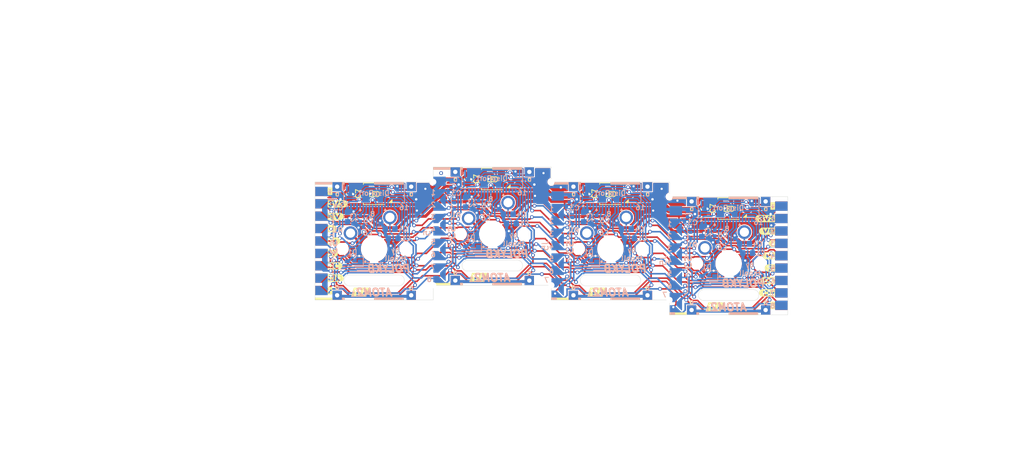
<source format=kicad_pcb>
(kicad_pcb (version 20211014) (generator pcbnew)
  (title_block (title "PolyKB Atom") (date "2022-02-01") (rev "2.1") (company "thpoll"))
  (layers (0 "F.Cu" signal) (31 "B.Cu" signal) (34 "B.Paste" user) (35 "F.Paste" user) (36 "B.SilkS" user "B.Silkscreen") (37 "F.SilkS" user "F.Silkscreen") (38 "B.Mask" user) (39 "F.Mask" user) (44 "Edge.Cuts" user))
  (net 0 "")
  (net 1 "/Keyboard/sheet605ED2EB/GND")
  (net 2 "/Keyboard/sheet605ED2EB/3V3")
  (net 3 "/Keyboard/sheet605ED2EB/4V2")
  (net 4 "Net-(C4-Pad1)")
  (net 5 "Net-(C5-Pad2)")
  (net 6 "Net-(C5-Pad1)")
  (net 7 "Net-(C6-Pad2)")
  (net 8 "Net-(C6-Pad1)")
  (net 9 "/Keyboard/sheet605ED2EB/CS")
  (net 10 "/Keyboard/sheet605ED2EB/RESET")
  (net 11 "/Keyboard/sheet605ED2EB/D-C")
  (net 12 "/Keyboard/sheet605ED2EB/SCLK")
  (net 13 "/Keyboard/sheet605ED2EB/SDIN")
  (net 14 "/Keyboard/sheet605ED2EB/LED_DIN")
  (net 15 "/Keyboard/sheet605ED2EB/5V")
  (net 16 "Net-(D1-Pad2)")
  (net 17 "/Keyboard/sheet605ED2EB/KeyRow")
  (net 18 "/Keyboard/sheet605ED2EB/KeyCol")
  (net 19 "CS8")
  (net 20 "CS7")
  (net 21 "CS6")
  (net 22 "CS5")
  (net 23 "CS4")
  (net 24 "CS3")
  (net 25 "CS2")
  (net 26 "CS1")
  (net 27 "Net-(C1-Pad1)")
  (footprint "poly_kb:AtomConnect2" (layer "F.Cu") (at 74.168 61.29655 -90)
    (fp_text reference "J3" hide)
    (fp_text value "WestFront")
  )
  (footprint "kibuzzard-61EFD908" (layer "F.Cu") (at 75.565 69.32295)
    (fp_text reference "kibuzzard-61EFD908" hide)
    (fp_text value "G***" hide)
  )
  (footprint "poly_kb:WS2812B-Mini" (layer "F.Cu") (at 139.827 56.0578)
    (fp_text reference "LED1" hide)
    (fp_text value "WS2812B-Mini")
  )
  (footprint "kibuzzard-61EFD7F9" (layer "F.Cu") (at 146.4818 65.659)
    (fp_text reference "kibuzzard-61EFD7F9" hide)
    (fp_text value "G***" hide)
  )
  (footprint "poly_kb:TestPoin_1.5x1.5mm_Drill0.7mm" (layer "F.Cu") (at 133.858 54.9148)
    (fp_text reference "J8" hide)
    (fp_text value "North2")
  )
  (footprint "Capacitor_SMD:C_0603_1608Metric" (layer "F.Cu") (at 116.7765 53.67655 -90)
    (fp_text reference "C7")
    (fp_text value "100nF")
  )
  (footprint "poly_kb:TestPoin_1.5x1.5mm_Drill0.7mm" (layer "F.Cu") (at 76.708 70.05955)
    (fp_text reference "J7" hide)
    (fp_text value "South")
  )
  (footprint "poly_kb:SW_Cherry_MX_1.00u_PCB_NoSilk" (layer "F.Cu") (at 104.267 55.1053)
    (fp_text reference "SW1" hide)
    (fp_text value "SW_Push")
  )
  (footprint "poly_kb:TestPoin_1.5x1.5mm_Drill0.7mm" (layer "F.Cu") (at 145.796 54.9148)
    (fp_text reference "J2" hide)
    (fp_text value "North")
  )
  (footprint "poly_kb:TestPoin_1.5x1.5mm_Drill0.7mm" (layer "F.Cu") (at 95.758 67.6783)
    (fp_text reference "J7" hide)
    (fp_text value "South")
  )
  (footprint "" (layer "F.Cu") (at 111.252 51.7678)
    (fp_text reference "")
    (fp_text value "")
  )
  (footprint "kibuzzard-61EFD947" (layer "F.Cu") (at 146.939 55.6514)
    (fp_text reference "kibuzzard-61EFD947" hide)
    (fp_text value "G***" hide)
  )
  (footprint "poly_kb:SW_Cherry_MX_1.00u_PCB_NoSilk" (layer "F.Cu") (at 123.317 57.48655)
    (fp_text reference "SW1" hide)
    (fp_text value "SW_Push")
  )
  (footprint "kibuzzard-61EFDAC6" (layer "F.Cu") (at 146.8882 61.6966)
    (fp_text reference "kibuzzard-61EFDAC6" hide)
    (fp_text value "G***" hide)
  )
  (footprint "poly_kb:TestPoin_1.5x1.5mm_Drill0.7mm" (layer "F.Cu") (at 95.758 50.1523)
    (fp_text reference "J8" hide)
    (fp_text value "North2")
  )
  (footprint "poly_kb:SW_Cherry_MX_1.00u_PCB_NoSilk" (layer "F.Cu") (at 85.217 57.48655)
    (fp_text reference "SW1" hide)
    (fp_text value "SW_Push")
  )
  (footprint "kibuzzard-61EFBE87" (layer "F.Cu") (at 76.9874 57.33415)
    (fp_text reference "kibuzzard-61EFBE87" hide)
    (fp_text value "G***" hide)
  )
  (footprint "poly_kb:TestPoin_1.5x1.5mm_Drill0.7mm" (layer "F.Cu") (at 133.858 72.4408)
    (fp_text reference "J7" hide)
    (fp_text value "South")
  )
  (footprint "poly_kb:TestPoin_1.5x1.5mm_Drill0.7mm" (layer "F.Cu") (at 88.646 70.05955)
    (fp_text reference "J9" hide)
    (fp_text value "South2")
  )
  (footprint "poly_kb:WS2812B-Mini" (layer "F.Cu") (at 101.727 51.2953)
    (fp_text reference "LED1" hide)
    (fp_text value "WS2812B-Mini")
  )
  (footprint "" (layer "F.Cu") (at 92.202 51.7678)
    (fp_text reference "")
    (fp_text value "")
  )
  (footprint "poly_kb:TestPoin_1.5x1.5mm_Drill0.7mm" (layer "F.Cu") (at 126.746 52.53355)
    (fp_text reference "J2" hide)
    (fp_text value "North")
  )
  (footprint "kibuzzard-61EFBE2C" (layer "F.Cu") (at 76.3778 65.30975)
    (fp_text reference "kibuzzard-61EFBE2C" hide)
    (fp_text value "G***" hide)
  )
  (footprint "kibuzzard-61EFAA6D" (layer "F.Cu") (at 146.3294 63.6778)
    (fp_text reference "kibuzzard-61EFAA6D" hide)
    (fp_text value "G***" hide)
  )
  (footprint "kibuzzard-61EFABBF" (layer "F.Cu") (at 146.1262 67.691)
    (fp_text reference "kibuzzard-61EFABBF" hide)
    (fp_text value "G***" hide)
  )
  (footprint "poly_kb:SW_Cherry_MX_1.00u_PCB_NoSilk" (layer "F.Cu") (at 142.367 59.8678)
    (fp_text reference "SW1" hide)
    (fp_text value "SW_Push")
  )
  (footprint "kibuzzard-61EFDD1E" (layer "F.Cu") (at 118.491 69.55155)
    (fp_text reference "kibuzzard-61EFDD1E" hide)
    (fp_text value "G***" hide)
  )
  (footprint "poly_kb:TestPoin_1.5x1.5mm_Drill0.7mm" (layer "F.Cu") (at 114.808 70.05955)
    (fp_text reference "J7" hide)
    (fp_text value "South")
  )
  (footprint "poly_kb:AtomConnect2" (layer "F.Cu") (at 148.336 63.6778 -90)
    (fp_text reference "J4" hide)
    (fp_text value "EastFront")
  )
  (footprint "kibuzzard-61EFD908" (layer "F.Cu") (at 146.939 71.7042)
    (fp_text reference "kibuzzard-61EFD908" hide)
    (fp_text value "G***" hide)
  )
  (footprint "poly_kb:TestPoin_1.5x1.5mm_Drill0.7mm" (layer "F.Cu") (at 107.696 67.6783)
    (fp_text reference "J9" hide)
    (fp_text value "South2")
  )
  (footprint "kibuzzard-61EFDD1E" (layer "F.Cu") (at 80.391 69.55155)
    (fp_text reference "kibuzzard-61EFDD1E" hide)
    (fp_text value "G***" hide)
  )
  (footprint "kibuzzard-61EFDAA0" (layer "F.Cu") (at 75.9206 59.31535)
    (fp_text reference "kibuzzard-61EFDAA0" hide)
    (fp_text value "G***" hide)
  )
  (footprint "Capacitor_SMD:C_0603_1608Metric" (layer "F.Cu") (at 97.7265 51.2953 -90)
    (fp_text reference "C7")
    (fp_text value "100nF")
  )
  (footprint "" (layer "F.Cu") (at 130.302 54.1478)
    (fp_text reference "")
    (fp_text value "")
  )
  (footprint "Capacitor_SMD:C_0603_1608Metric" (layer "F.Cu") (at 78.6765 53.67655 -90)
    (fp_text reference "C7")
    (fp_text value "100nF")
  )
  (footprint "" (layer "F.Cu") (at 92.202 68.4428)
    (fp_text reference "")
    (fp_text value "")
  )
  (footprint "kibuzzard-61EFA8F1" (layer "F.Cu") (at 146.0246 69.6722)
    (fp_text reference "kibuzzard-61EFA8F1" hide)
    (fp_text value "G***" hide)
  )
  (footprint "poly_kb:WS2812B-Mini" (layer "F.Cu") (at 82.677 53.67655)
    (fp_text reference "LED1" hide)
    (fp_text value "WS2812B-Mini")
  )
  (footprint "kibuzzard-61EFD879" (layer "F.Cu") (at 76.794 55.30935)
    (fp_text reference "kibuzzard-61EFD879" hide)
    (fp_text value "G***" hide)
  )
  (footprint "" (layer "F.Cu") (at 111.252 68.4428)
    (fp_text reference "")
    (fp_text value "")
  )
  (footprint "kibuzzard-61EFDAEE" (layer "F.Cu") (at 76.204239 61.296257)
    (fp_text reference "kibuzzard-61EFDAEE" hide)
    (fp_text value "G***" hide)
  )
  (footprint "poly_kb:WS2812B-Mini" (layer "F.Cu") (at 120.777 53.67655)
    (fp_text reference "LED1" hide)
    (fp_text value "WS2812B-Mini")
  )
  (footprint "kibuzzard-61EFBE21" (layer "F.Cu") (at 76.0222 63.27775)
    (fp_text reference "kibuzzard-61EFBE21" hide)
    (fp_text value "G***" hide)
  )
  (footprint "poly_kb:TestPoin_1.5x1.5mm_Drill0.7mm" (layer "F.Cu") (at 114.808 52.53355)
    (fp_text reference "J8" hide)
    (fp_text value "North2")
  )
  (footprint "kibuzzard-61EFD947" (layer "F.Cu") (at 75.565 53.27015)
    (fp_text reference "kibuzzard-61EFD947" hide)
    (fp_text value "G***" hide)
  )
  (footprint "kibuzzard-61EFACF9" (layer "F.Cu") (at 145.5166 59.7154)
    (fp_text reference "kibuzzard-61EFACF9" hide)
    (fp_text value "G***" hide)
  )
  (footprint "kibuzzard-61EFD863" (layer "F.Cu") (at 145.7198 57.6834)
    (fp_text reference "kibuzzard-61EFD863" hide)
    (fp_text value "G***" hide)
  )
  (footprint "" (layer "F.Cu") (at 130.302 70.8228)
    (fp_text reference "")
    (fp_text value "")
  )
  (footprint "poly_kb:TestPoin_1.5x1.5mm_Drill0.7mm" (layer "F.Cu") (at 88.646 52.53355)
    (fp_text reference "J2" hide)
    (fp_text value "North")
  )
  (footprint "poly_kb:TestPoin_1.5x1.5mm_Drill0.7mm" (layer "F.Cu") (at 107.696 50.1523)
    (fp_text reference "J2" hide)
    (fp_text value "North")
  )
  (footprint "poly_kb:TestPoin_1.5x1.5mm_Drill0.7mm" (layer "F.Cu") (at 126.746 70.05955)
    (fp_text reference "J9" hide)
    (fp_text value "South2")
  )
  (footprint "poly_kb:TestPoin_1.5x1.5mm_Drill0.7mm" (layer "F.Cu") (at 145.796 72.4408)
    (fp_text reference "J9" hide)
    (fp_text value "South2")
  )
  (footprint "kibuzzard-61EFBE3D" (layer "F.Cu") (at 76.4794 67.29095)
    (fp_text reference "kibuzzard-61EFBE3D" hide)
    (fp_text value "G***" hide)
  )
  (footprint "poly_kb:TestPoin_1.5x1.5mm_Drill0.7mm" (layer "F.Cu") (at 76.708 52.53355)
    (fp_text reference "J8" hide)
    (fp_text value "North2")
  )
  (footprint "Capacitor_SMD:C_0603_1608Metric" (layer "F.Cu") (at 135.8265 56.0578 -90)
    (fp_text reference "C7")
    (fp_text value "100nF")
  )
  (footprint "kibuzzard-61EFDD1E" (layer "F.Cu") (at 99.441 67.1703)
    (fp_text reference "kibuzzard-61EFDD1E" hide)
    (fp_text value "G***" hide)
  )
  (footprint "kibuzzard-61EFDD1E" (layer "F.Cu") (at 137.541 71.9328)
    (fp_text reference "kibuzzard-61EFDD1E" hide)
    (fp_text value "G***" hide)
  )
  (footprint "poly_kb:AtomConnectCS" (layer "B.Cu") (at 74.168 61.29655 -90)
    (fp_text reference "J5" hide)
    (fp_text value "WestBack")
  )
  (footprint "Capacitor_SMD:C_0603_1608Metric" (layer "B.Cu") (at 104.802 58.4903 180)
    (fp_text reference "C1")
    (fp_text value "2.2uF")
  )
  (footprint "poly_kb:D_SOD-323Ext" (layer "B.Cu") (at 117.475 64.57155 180)
    (fp_text reference "D1")
    (fp_text value "D_Small")
  )
  (footprint "poly_kb:D_SOD-323Ext" (layer "B.Cu") (at 136.525 66.9528 180)
    (fp_text reference "D1")
    (fp_text value "D_Small")
  )
  (footprint "Capacitor_SMD:C_0402_1005Metric" (layer "B.Cu") (at 76.073 54.56555 90)
    (fp_text reference "C3" hide)
    (fp_text value "1uF")
  )
  (footprint "Capacitor_SMD:C_0603_1608Metric" (layer "B.Cu") (at 123.852 60.87155 180)
    (fp_text reference "C1")
    (fp_text value "2.2uF")
  )
  (footprint "poly_kb:AtomConnectCS" (layer "B.Cu") (at 93.218 59.6653 -90)
    (fp_text reference "J5")
    (fp_text value "WestBack")
  )
  (footprint "poly_kb:FPC_16_JUSHUO_AFC05_S16FIA_00" (layer "B.Cu") (at 101.727 53.2003)
    (fp_text reference "J1" hide)
    (fp_text value "Conn_01x16")
  )
  (footprint "Capacitor_SMD:C_0402_1005Metric" (layer "B.Cu") (at 95.123 52.1843 90)
    (fp_text reference "C3" hide)
    (fp_text value "1uF")
  )
  (footprint "poly_kb:FPC_16_JUSHUO_AFC05_S16FIA_00" (layer "B.Cu") (at 139.827 57.9628)
    (fp_text reference "J1" hide)
    (fp_text value "Conn_01x16")
  )
  (footprint "Capacitor_SMD:C_0603_1608Metric" (layer "B.Cu") (at 116.459 57.42335 90)
    (fp_text reference "C2")
    (fp_text value "2.2uF")
  )
  (footprint "poly_kb:AtomConnectCS" (layer "B.Cu") (at 131.318 64.4278 -90)
    (fp_text reference "J5")
    (fp_text value "WestBack")
  )
  (footprint "poly_kb:AtomConnectCS" (layer "B.Cu") (at 112.268 62.04655 -90)
    (fp_text reference "J5")
    (fp_text value "WestBack")
  )
  (footprint "Capacitor_SMD:C_0603_1608Metric" (layer "B.Cu") (at 135.509 59.8046 90)
    (fp_text reference "C2")
    (fp_text value "2.2uF")
  )
  (footprint "Capacitor_SMD:C_0402_1005Metric" (layer "B.Cu") (at 114.173 54.56555 90)
    (fp_text reference "C3" hide)
    (fp_text value "1uF")
  )
  (footprint "poly_kb:D_SOD-323Ext" (layer "B.Cu") (at 79.375 64.57155 180)
    (fp_text reference "D1")
    (fp_text value "D_Small")
  )
  (footprint "Capacitor_SMD:C_0402_1005Metric" (layer "B.Cu") (at 119.507 59.01055)
    (fp_text reference "C6")
    (fp_text value "1uF")
  )
  (footprint "Capacitor_SMD:C_0603_1608Metric" (layer "B.Cu") (at 142.402 61.7528 180)
    (fp_text reference "C4")
    (fp_text value "4.7uF")
  )
  (footprint "poly_kb:AtomConnect2" (layer "B.Cu") (at 148.336 63.6778 -90)
    (fp_text reference "J6" hide)
    (fp_text value "EastBack")
  )
  (footprint "Resistor_SMD:R_0402_1005Metric" (layer "B.Cu") (at 95.602 55.6281 -90)
    (fp_text reference "R1")
    (fp_text value "1M")
  )
  (footprint "Capacitor_SMD:C_0402_1005Metric" (layer "B.Cu") (at 100.457 56.6293)
    (fp_text reference "C6")
    (fp_text value "1uF")
  )
  (footprint "Capacitor_SMD:C_0402_1005Metric" (layer "B.Cu") (at 133.223 56.9468 90)
    (fp_text reference "C3" hide)
    (fp_text value "1uF")
  )
  (footprint "Capacitor_SMD:C_0402_1005Metric" (layer "B.Cu") (at 137.5918 60.0176 90)
    (fp_text reference "C5")
    (fp_text value "1uF")
  )
  (footprint "Resistor_SMD:R_0402_1005Metric" (layer "B.Cu") (at 133.702 60.3906 -90)
    (fp_text reference "R1")
    (fp_text value "1M")
  )
  (footprint "Resistor_SMD:R_0402_1005Metric" (layer "B.Cu") (at 114.652 58.00935 -90)
    (fp_text reference "R1")
    (fp_text value "1M")
  )
  (footprint "Capacitor_SMD:C_0402_1005Metric" (layer "B.Cu") (at 80.4418 57.63635 90)
    (fp_text reference "C5")
    (fp_text value "1uF")
  )
  (footprint "Capacitor_SMD:C_0603_1608Metric" (layer "B.Cu") (at 104.302 56.9903 180)
    (fp_text reference "C4")
    (fp_text value "4.7uF")
  )
  (footprint "Capacitor_SMD:C_0603_1608Metric" (layer "B.Cu") (at 123.352 59.37155 180)
    (fp_text reference "C4")
    (fp_text value "4.7uF")
  )
  (footprint "poly_kb:D_SOD-323Ext" (layer "B.Cu") (at 98.425 62.1903 180)
    (fp_text reference "D1")
    (fp_text value "D_Small")
  )
  (footprint "poly_kb:FPC_16_JUSHUO_AFC05_S16FIA_00" (layer "B.Cu") (at 82.677 55.58155)
    (fp_text reference "J1" hide)
    (fp_text value "Conn_01x16")
  )
  (footprint "Capacitor_SMD:C_0603_1608Metric" (layer "B.Cu") (at 97.409 55.0421 90)
    (fp_text reference "C2")
    (fp_text value "2.2uF")
  )
  (footprint "Capacitor_SMD:C_0402_1005Metric" (layer "B.Cu") (at 138.557 61.3918)
    (fp_text reference "C6")
    (fp_text value "1uF")
  )
  (footprint "Capacitor_SMD:C_0603_1608Metric" (layer "B.Cu") (at 85.752 60.87155 180)
    (fp_text reference "C1")
    (fp_text value "2.2uF")
  )
  (footprint "Capacitor_SMD:C_0603_1608Metric" (layer "B.Cu") (at 85.252 59.37155 180)
    (fp_text reference "C4")
    (fp_text value "4.7uF")
  )
  (footprint "poly_kb:FPC_16_JUSHUO_AFC05_S16FIA_00" (layer "B.Cu") (at 120.777 55.58155)
    (fp_text reference "J1" hide)
    (fp_text value "Conn_01x16")
  )
  (footprint "Capacitor_SMD:C_0402_1005Metric" (layer "B.Cu") (at 99.4918 55.2551 90)
    (fp_text reference "C5")
    (fp_text value "1uF")
  )
  (footprint "Capacitor_SMD:C_0402_1005Metric" (layer "B.Cu") (at 118.5418 57.63635 90)
    (fp_text reference "C5")
    (fp_text value "1uF")
  )
  (footprint "Capacitor_SMD:C_0603_1608Metric" (layer "B.Cu") (at 142.902 63.2528 180)
    (fp_text reference "C1")
    (fp_text value "2.2uF")
  )
  (footprint "Resistor_SMD:R_0402_1005Metric" (layer "B.Cu") (at 76.552 58.00935 -90)
    (fp_text reference "R1")
    (fp_text value "1M")
  )
  (footprint "Capacitor_SMD:C_0603_1608Metric" (layer "B.Cu") (at 78.359 57.42335 90)
    (fp_text reference "C2")
    (fp_text value "2.2uF")
  )
  (footprint "Capacitor_SMD:C_0402_1005Metric" (layer "B.Cu") (at 81.407 59.01055)
    (fp_text reference "C6")
    (fp_text value "1uF")
  )
  (gr_line (start 133.223 69.5198) (end 132.715 70.0278) (layer "B.SilkS") (width 0.12))
  (gr_line (start 84.277 56.37155) (end 84.627 56.37155) (layer "B.SilkS") (width 0.12))
  (gr_line (start 114.173 56.97855) (end 113.665 56.47055) (layer "B.SilkS") (width 0.12))
  (gr_line (start 99.402 53.9403) (end 99.552 53.9403) (layer "B.SilkS") (width 0.12))
  (gr_line (start 95.123 64.7573) (end 94.615 65.2653) (layer "B.SilkS") (width 0.12))
  (gr_poly (pts (xy 125.5395 70.84695) (xy 120.777 70.84695) (xy 120.777 70.41515) (xy 125.5395 70.41515)) (layer "B.SilkS") (width 0) (fill solid))
  (gr_line (start 76.073 61.04255) (end 76.073 56.97855) (layer "B.SilkS") (width 0.12))
  (gr_poly (pts (xy 144.5895 54.5608) (xy 139.827 54.5608) (xy 139.827 54.1274) (xy 144.5895 54.1274)) (layer "B.SilkS") (width 0) (fill solid))
  (gr_line (start 146.8882 56.007) (end 146.9898 56.007) (layer "B.SilkS") (width 0.12))
  (gr_line (start 84.452 56.09655) (end 84.452 56.54655) (layer "B.SilkS") (width 0.12))
  (gr_poly (pts (xy 106.4895 68.4657) (xy 101.727 68.4657) (xy 101.727 68.0339) (xy 106.4895 68.0339)) (layer "B.SilkS") (width 0) (fill solid))
  (gr_line (start 80.352 56.32155) (end 80.502 56.32155) (layer "B.SilkS") (width 0.12))
  (gr_line (start 103.677 53.9903) (end 103.502 53.7153) (layer "B.SilkS") (width 0.12))
  (gr_line (start 132.715 62.6618) (end 133.223 62.6618) (layer "B.SilkS") (width 0.12))
  (gr_line (start 99.652 53.9903) (end 99.477 53.7153) (layer "B.SilkS") (width 0.12))
  (gr_line (start 80.602 56.37155) (end 80.427 56.09655) (layer "B.SilkS") (width 0.12))
  (gr_line (start 75.565 64.34455) (end 76.073 64.34455) (layer "B.SilkS") (width 0.12))
  (gr_line (start 133.223 59.3598) (end 132.715 58.8518) (layer "B.SilkS") (width 0.12))
  (gr_line (start 75.565 52.96535) (end 75.565 53.32095) (layer "B.SilkS") (width 0.12))
  (gr_line (start 76.073 56.97855) (end 75.565 56.47055) (layer "B.SilkS") (width 0.12))
  (gr_line (start 137.752 58.7528) (end 137.577 58.4778) (layer "B.SilkS") (width 0.12))
  (gr_line (start 80.427 56.09655) (end 80.252 56.37155) (layer "B.SilkS") (width 0.12))
  (gr_line (start 76.073 67.13855) (end 75.565 67.64655) (layer "B.SilkS") (width 0.12))
  (gr_line (start 75.565 53.32095) (end 75.311 53.32095) (layer "B.SilkS") (width 0.12))
  (gr_line (start 103.327 53.9903) (end 103.677 53.9903) (layer "B.SilkS") (width 0.12))
  (gr_poly (pts (xy 133.0706 54.5608) (xy 130.2766 54.5608) (xy 130.2766 54.1274) (xy 133.0706 54.1274)) (layer "B.SilkS") (width 0) (fill solid))
  (gr_line (start 99.477 53.7153) (end 99.477 54.1653) (layer "B.SilkS") (width 0.12))
  (gr_line (start 95.123 58.6613) (end 95.123 54.5973) (layer "B.SilkS") (width 0.12))
  (gr_line (start 94.615 57.8993) (end 95.123 57.8993) (layer "B.SilkS") (width 0.12))
  (gr_line (start 99.477 53.7153) (end 99.302 53.9903) (layer "B.SilkS") (width 0.12))
  (gr_poly (pts (xy 87.4395 52.17955) (xy 82.677 52.17955) (xy 82.677 51.74615) (xy 87.4395 51.74615)) (layer "B.SilkS") (width 0) (fill solid))
  (gr_line (start 75.565 53.32095) (end 75.819 53.32095) (layer "B.SilkS") (width 0.12))
  (gr_poly (pts (xy 77.9145 70.84695) (xy 77.4954 70.84695) (xy 77.4954 70.42785) (xy 77.9145 70.42785)) (layer "B.SilkS") (width 0) (fill solid))
  (gr_poly (pts (xy 144.5895 73.2282) (xy 139.827 73.2282) (xy 139.827 72.7964) (xy 144.5895 72.7964)) (layer "B.SilkS") (width 0) (fill solid))
  (gr_line (start 76.073 67.13855) (end 75.565 67.64655) (layer "B.SilkS") (width 0.12))
  (gr_line (start 141.602 58.4778) (end 141.602 58.9278) (layer "B.SilkS") (width 0.12))
  (gr_line (start 146.939 55.7022) (end 146.685 55.7022) (layer "B.SilkS") (width 0.12))
  (gr_line (start 141.427 58.7528) (end 141.777 58.7528) (layer "B.SilkS") (width 0.12))
  (gr_poly (pts (xy 96.9645 68.4657) (xy 96.5454 68.4657) (xy 96.5454 68.0466) (xy 96.9645 68.0466)) (layer "B.SilkS") (width 0) (fill solid))
  (gr_line (start 137.577 58.4778) (end 137.577 58.9278) (layer "B.SilkS") (width 0.12))
  (gr_line (start 141.527 58.7028) (end 141.677 58.7028) (layer "B.SilkS") (width 0.12))
  (gr_line (start 122.727 56.37155) (end 122.552 56.09655) (layer "B.SilkS") (width 0.12))
  (gr_line (start 132.715 66.7258) (end 133.223 66.7258) (layer "B.SilkS") (width 0.12))
  (gr_poly (pts (xy 116.0145 70.84695) (xy 115.5954 70.84695) (xy 115.5954 70.42785) (xy 116.0145 70.42785)) (layer "B.SilkS") (width 0) (fill solid))
  (gr_line (start 122.552 56.09655) (end 122.552 56.54655) (layer "B.SilkS") (width 0.12))
  (gr_line (start 118.527 56.09655) (end 118.527 56.54655) (layer "B.SilkS") (width 0.12))
  (gr_line (start 118.702 56.37155) (end 118.527 56.09655) (layer "B.SilkS") (width 0.12))
  (gr_line (start 84.627 56.37155) (end 84.452 56.09655) (layer "B.SilkS") (width 0.12))
  (gr_line (start 103.427 53.9403) (end 103.577 53.9403) (layer "B.SilkS") (width 0.12))
  (gr_line (start 82.427 56.27155) (end 82.427 56.09655) (layer "B.SilkS") (width 0.12))
  (gr_line (start 118.452 56.32155) (end 118.602 56.32155) (layer "B.SilkS") (width 0.12))
  (gr_line (start 146.7866 55.8546) (end 147.0914 55.8546) (layer "B.SilkS") (width 0.12))
  (gr_line (start 103.502 53.7153) (end 103.502 54.1653) (layer "B.SilkS") (width 0.12))
  (gr_line (start 114.173 67.13855) (end 113.665 67.64655) (layer "B.SilkS") (width 0.12))
  (gr_line (start 146.939 55.7022) (end 147.193 55.7022) (layer "B.SilkS") (width 0.12))
  (gr_line (start 141.777 58.7528) (end 141.602 58.4778) (layer "B.SilkS") (width 0.12))
  (gr_poly (pts (xy 116.0145 52.17955) (xy 115.5954 52.17955) (xy 115.5954 51.74615) (xy 116.0145 51.74615)) (layer "B.SilkS") (width 0) (fill solid))
  (gr_line (start 95.123 54.5973) (end 94.615 54.0893) (layer "B.SilkS") (width 0.12))
  (gr_line (start 103.502 53.7153) (end 103.327 53.9903) (layer "B.SilkS") (width 0.12))
  (gr_line (start 122.377 56.37155) (end 122.727 56.37155) (layer "B.SilkS") (width 0.12))
  (gr_line (start 80.427 56.09655) (end 80.427 56.54655) (layer "B.SilkS") (width 0.12))
  (gr_line (start 122.552 56.09655) (end 122.377 56.37155) (layer "B.SilkS") (width 0.12))
  (gr_line (start 76.073 61.04255) (end 76.073 56.97855) (layer "B.SilkS") (width 0.12))
  (gr_poly (pts (xy 135.0645 54.5608) (xy 134.6454 54.5608) (xy 134.6454 54.1274) (xy 135.0645 54.1274)) (layer "B.SilkS") (width 0) (fill solid))
  (gr_line (start 133.223 65.9638) (end 133.223 69.5198) (layer "B.SilkS") (width 0.12))
  (gr_line (start 113.665 64.34455) (end 114.173 64.34455) (layer "B.SilkS") (width 0.12))
  (gr_poly (pts (xy 114.0206 52.17955) (xy 111.2266 52.17955) (xy 111.2266 51.74615) (xy 114.0206 51.74615)) (layer "B.SilkS") (width 0) (fill solid))
  (gr_line (start 95.123 61.2013) (end 95.123 64.7573) (layer "B.SilkS") (width 0.12))
  (gr_poly (pts (xy 112.141 70.84695) (xy 111.252 70.84695) (xy 111.252 70.407614) (xy 112.141 70.407614)) (layer "B.SilkS") (width 0) (fill solid))
  (gr_line (start 76.073 63.58255) (end 76.073 67.13855) (layer "B.SilkS") (width 0.12))
  (gr_line (start 75.4126 53.47335) (end 75.7174 53.47335) (layer "B.SilkS") (width 0.12))
  (gr_line (start 141.602 58.4778) (end 141.427 58.7528) (layer "B.SilkS") (width 0.12))
  (gr_line (start 137.502 58.7028) (end 137.652 58.7028) (layer "B.SilkS") (width 0.12))
  (gr_poly (pts (xy 87.4395 70.84695) (xy 82.677 70.84695) (xy 82.677 70.41515) (xy 87.4395 70.41515)) (layer "B.SilkS") (width 0) (fill solid))
  (gr_line (start 114.173 63.58255) (end 114.173 67.13855) (layer "B.SilkS") (width 0.12))
  (gr_line (start 75.565 60.28055) (end 76.073 60.28055) (layer "B.SilkS") (width 0.12))
  (gr_line (start 75.565 64.34455) (end 76.073 64.34455) (layer "B.SilkS") (width 0.12))
  (gr_poly (pts (xy 77.9145 52.17955) (xy 77.4954 52.17955) (xy 77.4954 51.74615) (xy 77.9145 51.74615)) (layer "B.SilkS") (width 0) (fill solid))
  (gr_poly (pts (xy 94.9706 49.7983) (xy 92.1766 49.7983) (xy 92.1766 49.3649) (xy 94.9706 49.3649)) (layer "B.SilkS") (width 0) (fill solid))
  (gr_poly (pts (xy 125.5395 52.17955) (xy 120.777 52.17955) (xy 120.777 51.74615) (xy 125.5395 51.74615)) (layer "B.SilkS") (width 0) (fill solid))
  (gr_poly (pts (xy 106.4895 49.7983) (xy 101.727 49.7983) (xy 101.727 49.3649) (xy 106.4895 49.3649)) (layer "B.SilkS") (width 0) (fill solid))
  (gr_line (start 84.452 56.09655) (end 84.277 56.37155) (layer "B.SilkS") (width 0.12))
  (gr_line (start 76.073 63.58255) (end 76.073 67.13855) (layer "B.SilkS") (width 0.12))
  (gr_line (start 118.527 56.09655) (end 118.352 56.37155) (layer "B.SilkS") (width 0.12))
  (gr_poly (pts (xy 131.191 73.2282) (xy 130.302 73.2282) (xy 130.302 72.788864) (xy 131.191 72.788864)) (layer "B.SilkS") (width 0) (fill solid))
  (gr_line (start 113.665 60.28055) (end 114.173 60.28055) (layer "B.SilkS") (width 0.12))
  (gr_line (start 139.577 58.6528) (end 139.577 58.4778) (layer "B.SilkS") (width 0.12))
  (gr_line (start 137.577 58.4778) (end 137.402 58.7528) (layer "B.SilkS") (width 0.12))
  (gr_poly (pts (xy 135.0645 73.2282) (xy 134.6454 73.2282) (xy 134.6454 72.8091) (xy 135.0645 72.8091)) (layer "B.SilkS") (width 0) (fill solid))
  (gr_line (start 120.527 56.27155) (end 120.527 56.09655) (layer "B.SilkS") (width 0.12))
  (gr_line (start 137.402 58.7528) (end 137.752 58.7528) (layer "B.SilkS") (width 0.12))
  (gr_line (start 76.073 56.97855) (end 75.565 56.47055) (layer "B.SilkS") (width 0.12))
  (gr_line (start 99.302 53.9903) (end 99.652 53.9903) (layer "B.SilkS") (width 0.12))
  (gr_line (start 80.252 56.37155) (end 80.602 56.37155) (layer "B.SilkS") (width 0.12))
  (gr_line (start 75.565 60.28055) (end 76.073 60.28055) (layer "B.SilkS") (width 0.12))
  (gr_line (start 94.615 61.9633) (end 95.123 61.9633) (layer "B.SilkS") (width 0.12))
  (gr_line (start 114.173 61.04255) (end 114.173 56.97855) (layer "B.SilkS") (width 0.12))
  (gr_line (start 84.377 56.32155) (end 84.527 56.32155) (layer "B.SilkS") (width 0.12))
  (gr_line (start 133.223 63.4238) (end 133.223 59.3598) (layer "B.SilkS") (width 0.12))
  (gr_line (start 146.939 55.3466) (end 146.939 55.7022) (layer "B.SilkS") (width 0.12))
  (gr_line (start 122.477 56.32155) (end 122.627 56.32155) (layer "B.SilkS") (width 0.12))
  (gr_line (start 118.352 56.37155) (end 118.702 56.37155) (layer "B.SilkS") (width 0.12))
  (gr_poly (pts (xy 75.9206 52.17955) (xy 73.1266 52.17955) (xy 73.1266 51.74615) (xy 75.9206 51.74615)) (layer "B.SilkS") (width 0) (fill solid))
  (gr_line (start 75.5142 53.62575) (end 75.6158 53.62575) (layer "B.SilkS") (width 0.12))
  (gr_line (start 101.477 53.8903) (end 101.477 53.7153) (layer "B.SilkS") (width 0.12))
  (gr_poly (pts (xy 96.9645 49.7983) (xy 96.5454 49.7983) (xy 96.5454 49.3649) (xy 96.9645 49.3649)) (layer "B.SilkS") (width 0) (fill solid))
  (gr_poly (pts (xy 96.9645 49.7983) (xy 96.5454 49.7983) (xy 96.5454 49.3649) (xy 96.9645 49.3649)) (layer "F.SilkS") (width 0) (fill solid))
  (gr_line (start 75.7428 56.87695) (end 75.7428 56.92775) (layer "F.SilkS") (width 0.12))
  (gr_line (start 147.0152 59.7662) (end 146.558 59.7662) (layer "F.SilkS") (width 0.12))
  (gr_line (start 147.066 59.309) (end 147.066 59.2074) (layer "F.SilkS") (width 0.12))
  (gr_poly (pts (xy 87.4395 70.84695) (xy 82.677 70.84695) (xy 82.677 70.44055) (xy 87.4395 70.44055)) (layer "F.SilkS") (width 0) (fill solid))
  (gr_poly (pts (xy 87.4395 52.17955) (xy 82.677 52.17955) (xy 82.677 51.74615) (xy 87.4395 51.74615)) (layer "F.SilkS") (width 0) (fill solid))
  (gr_line (start 75.9968 56.92775) (end 75.9968 56.82615) (layer "F.SilkS") (width 0.12))
  (gr_poly (pts (xy 94.9706 49.7983) (xy 92.1766 49.7983) (xy 92.1766 49.3649) (xy 94.9706 49.3649)) (layer "F.SilkS") (width 0) (fill solid))
  (gr_line (start 146.7612 59.309) (end 146.7612 59.2582) (layer "F.SilkS") (width 0.12))
  (gr_line (start 75.2602 56.82615) (end 76.2254 56.82615) (layer "F.SilkS") (width 0.135))
  (gr_line (start 75.692 56.92775) (end 75.692 56.87695) (layer "F.SilkS") (width 0.12))
  (gr_line (start 76.1492 56.92775) (end 75.9968 56.92775) (layer "F.SilkS") (width 0.12))
  (gr_line (start 147.2184 59.309) (end 147.066 59.309) (layer "F.SilkS") (width 0.12))
  (gr_poly (pts (xy 133.0706 73.2282) (xy 130.2766 73.2282) (xy 130.2766 72.8218) (xy 133.0706 72.8218)) (layer "F.SilkS") (width 0) (fill solid))
  (gr_poly (pts (xy 77.9145 52.17955) (xy 77.4954 52.17955) (xy 77.4954 51.74615) (xy 77.9145 51.74615)) (layer "F.SilkS") (width 0) (fill solid))
  (gr_poly (pts (xy 116.0145 52.17955) (xy 115.5954 52.17955) (xy 115.5954 51.74615) (xy 116.0145 51.74615)) (layer "F.SilkS") (width 0) (fill solid))
  (gr_line (start 76.2254 57.84215) (end 75.2602 57.84215) (layer "F.SilkS") (width 0.135))
  (gr_poly (pts (xy 133.0706 54.5608) (xy 130.2766 54.5608) (xy 130.2766 54.1274) (xy 133.0706 54.1274)) (layer "F.SilkS") (width 0) (fill solid))
  (gr_line (start 146.558 59.9694) (end 147.0152 59.9694) (layer "F.SilkS") (width 0.12))
  (gr_poly (pts (xy 114.0206 52.17955) (xy 111.2266 52.17955) (xy 111.2266 51.74615) (xy 114.0206 51.74615)) (layer "F.SilkS") (width 0) (fill solid))
  (gr_line (start 146.3294 59.2074) (end 146.3294 60.2234) (layer "F.SilkS") (width 0.135))
  (gr_line (start 75.311 56.92775) (end 75.438 56.92775) (layer "F.SilkS") (width 0.12))
  (gr_poly (pts (xy 144.5895 54.5608) (xy 139.827 54.5608) (xy 139.827 54.1274) (xy 144.5895 54.1274)) (layer "F.SilkS") (width 0) (fill solid))
  (gr_line (start 147.2438 59.2074) (end 147.2438 60.2234) (layer "F.SilkS") (width 0.135))
  (gr_line (start 75.2602 56.82615) (end 75.2602 57.84215) (layer "F.SilkS") (width 0.135))
  (gr_poly (pts (xy 75.9206 70.84695) (xy 73.1266 70.84695) (xy 73.1266 70.44055) (xy 75.9206 70.44055)) (layer "F.SilkS") (width 0) (fill solid))
  (gr_poly (pts (xy 116.0145 70.84695) (xy 115.5954 70.84695) (xy 115.5954 70.44055) (xy 116.0145 70.44055)) (layer "F.SilkS") (width 0) (fill solid))
  (gr_line (start 146.2786 59.2074) (end 147.2438 59.2074) (layer "F.SilkS") (width 0.135))
  (gr_poly (pts (xy 135.0645 54.5608) (xy 134.6454 54.5608) (xy 134.6454 54.1274) (xy 135.0645 54.1274)) (layer "F.SilkS") (width 0) (fill solid))
  (gr_line (start 75.4888 57.18175) (end 75.946 57.18175) (layer "F.SilkS") (width 0.12))
  (gr_poly (pts (xy 106.4895 68.4657) (xy 101.727 68.4657) (xy 101.727 68.0593) (xy 106.4895 68.0593)) (layer "F.SilkS") (width 0) (fill solid))
  (gr_line (start 75.4888 57.58815) (end 75.946 57.58815) (layer "F.SilkS") (width 0.12))
  (gr_line (start 146.812 59.309) (end 146.7612 59.309) (layer "F.SilkS") (width 0.12))
  (gr_poly (pts (xy 75.9206 52.17955) (xy 73.1266 52.17955) (xy 73.1266 51.74615) (xy 75.9206 51.74615)) (layer "F.SilkS") (width 0) (fill solid))
  (gr_poly (pts (xy 106.4895 49.7983) (xy 101.727 49.7983) (xy 101.727 49.3649) (xy 106.4895 49.3649)) (layer "F.SilkS") (width 0) (fill solid))
  (gr_line (start 146.558 59.563) (end 147.0152 59.563) (layer "F.SilkS") (width 0.12))
  (gr_poly (pts (xy 125.5395 52.17955) (xy 120.777 52.17955) (xy 120.777 51.74615) (xy 125.5395 51.74615)) (layer "F.SilkS") (width 0) (fill solid))
  (gr_line (start 75.7428 56.92775) (end 75.692 56.92775) (layer "F.SilkS") (width 0.12))
  (gr_poly (pts (xy 135.0645 73.2282) (xy 134.6454 73.2282) (xy 134.6454 72.8218) (xy 135.0645 72.8218)) (layer "F.SilkS") (width 0) (fill solid))
  (gr_poly (pts (xy 114.0206 70.84695) (xy 111.2266 70.84695) (xy 111.2266 70.44055) (xy 114.0206 70.44055)) (layer "F.SilkS") (width 0) (fill solid))
  (gr_line (start 147.2438 60.2234) (end 146.2786 60.2234) (layer "F.SilkS") (width 0.135))
  (gr_line (start 75.946 57.38495) (end 75.4888 57.38495) (layer "F.SilkS") (width 0.12))
  (gr_line (start 75.438 56.92775) (end 75.438 56.82615) (layer "F.SilkS") (width 0.12))
  (gr_poly (pts (xy 144.5895 73.2282) (xy 139.827 73.2282) (xy 139.827 72.8218) (xy 144.5895 72.8218)) (layer "F.SilkS") (width 0) (fill solid))
  (gr_line (start 146.812 59.2582) (end 146.812 59.309) (layer "F.SilkS") (width 0.12))
  (gr_poly (pts (xy 77.9145 70.84695) (xy 77.4954 70.84695) (xy 77.4954 70.44055) (xy 77.9145 70.44055)) (layer "F.SilkS") (width 0) (fill solid))
  (gr_poly (pts (xy 94.9706 68.4657) (xy 92.1766 68.4657) (xy 92.1766 68.0593) (xy 94.9706 68.0593)) (layer "F.SilkS") (width 0) (fill solid))
  (gr_poly (pts (xy 96.9645 68.4657) (xy 96.5454 68.4657) (xy 96.5454 68.0593) (xy 96.9645 68.0593)) (layer "F.SilkS") (width 0) (fill solid))
  (gr_line (start 146.3802 59.309) (end 146.5072 59.309) (layer "F.SilkS") (width 0.12))
  (gr_line (start 76.1746 56.82615) (end 76.1746 57.84215) (layer "F.SilkS") (width 0.135))
  (gr_line (start 146.5072 59.309) (end 146.5072 59.2074) (layer "F.SilkS") (width 0.12))
  (gr_poly (pts (xy 125.5395 70.84695) (xy 120.777 70.84695) (xy 120.777 70.44055) (xy 125.5395 70.44055)) (layer "F.SilkS") (width 0) (fill solid))
  (gr_line (start 73.152 51.77155) (end 73.152 70.82155) (layer "Edge.Cuts") (width 0.05))
  (gr_arc (start 143.818 69.1388) (mid 144.707 70.0278) (end 143.818 70.9168) (layer "Edge.Cuts") (width 0.05))
  (gr_arc (start 116.786 68.53555) (mid 115.897 67.64655) (end 116.786 66.75755) (layer "Edge.Cuts") (width 0.05))
  (gr_line (start 124.768 68.53555) (end 116.786 68.53555) (layer "Edge.Cuts") (width 0.05))
  (gr_line (start 130.302 70.82155) (end 111.252 70.82155) (layer "Edge.Cuts") (width 0.05))
  (gr_arc (start 97.736 66.1543) (mid 96.847 65.2653) (end 97.736 64.3763) (layer "Edge.Cuts") (width 0.05))
  (gr_line (start 149.352 54.1528) (end 149.352 73.2028) (layer "Edge.Cuts") (width 0.05))
  (gr_line (start 124.768 66.75755) (end 116.786 66.75755) (layer "Edge.Cuts") (width 0.05))
  (gr_line (start 92.202 70.82155) (end 73.152 70.82155) (layer "Edge.Cuts") (width 0.05))
  (gr_line (start 111.252 49.3903) (end 111.252 51.77155) (layer "Edge.Cuts") (width 0.05))
  (gr_line (start 111.252 68.4403) (end 92.202 68.4403) (layer "Edge.Cuts") (width 0.05))
  (gr_line (start 130.302 70.82155) (end 130.302 73.2028) (layer "Edge.Cuts") (width 0.05))
  (gr_line (start 130.302 51.77155) (end 111.252 51.77155) (layer "Edge.Cuts") (width 0.05))
  (gr_line (start 105.718 64.3763) (end 97.736 64.3763) (layer "Edge.Cuts") (width 0.05))
  (gr_arc (start 86.668 66.75755) (mid 87.557 67.64655) (end 86.668 68.53555) (layer "Edge.Cuts") (width 0.05))
  (gr_line (start 92.202 51.77155) (end 73.152 51.77155) (layer "Edge.Cuts") (width 0.05))
  (gr_line (start 86.668 68.53555) (end 78.686 68.53555) (layer "Edge.Cuts") (width 0.05))
  (gr_line (start 111.252 70.82155) (end 111.252 68.4403) (layer "Edge.Cuts") (width 0.05))
  (gr_line (start 92.202 49.3903) (end 92.202 51.77155) (layer "Edge.Cuts") (width 0.05))
  (gr_line (start 149.352 73.2028) (end 130.302 73.2028) (layer "Edge.Cuts") (width 0.05))
  (gr_line (start 130.302 51.77155) (end 130.302 54.1528) (layer "Edge.Cuts") (width 0.05))
  (gr_line (start 143.818 70.9168) (end 135.836 70.9168) (layer "Edge.Cuts") (width 0.05))
  (gr_arc (start 135.836 70.9168) (mid 134.947 70.0278) (end 135.836 69.1388) (layer "Edge.Cuts") (width 0.05))
  (gr_arc (start 124.768 66.75755) (mid 125.657 67.64655) (end 124.768 68.53555) (layer "Edge.Cuts") (width 0.05))
  (gr_arc (start 105.718 64.3763) (mid 106.607 65.2653) (end 105.718 66.1543) (layer "Edge.Cuts") (width 0.05))
  (gr_line (start 86.668 66.75755) (end 78.686 66.75755) (layer "Edge.Cuts") (width 0.05))
  (gr_line (start 149.352 54.1528) (end 130.302 54.1528) (layer "Edge.Cuts") (width 0.05))
  (gr_arc (start 78.686 68.53555) (mid 77.797 67.64655) (end 78.686 66.75755) (layer "Edge.Cuts") (width 0.05))
  (gr_line (start 143.818 69.1388) (end 135.836 69.1388) (layer "Edge.Cuts") (width 0.05))
  (gr_line (start 105.718 66.1543) (end 97.736 66.1543) (layer "Edge.Cuts") (width 0.05))
  (gr_line (start 111.252 49.3903) (end 92.202 49.3903) (layer "Edge.Cuts") (width 0.05))
  (gr_line (start 92.202 68.4403) (end 92.202 70.82155) (layer "Edge.Cuts") (width 0.05))
  (gr_text "6" (at 92.202 63.495765) (layer "B.SilkS") (effects (font (size 0.8 0.8) (thickness 0.153)) (justify mirror)))
  (gr_text "DispPort" (at 101.6762 51.1937) (layer "B.SilkS") (effects (font (size 0.8 0.8) (thickness 0.153)) (justify mirror)))
  (gr_text "4" (at 92.202 59.474099) (layer "B.SilkS") (effects (font (size 0.8 0.8) (thickness 0.153)) (justify mirror)))
  (gr_text ".1" (at 136.6012 72.2503) (layer "B.SilkS") (effects (font (size 0.8 0.8) (thickness 0.153)) (justify mirror)))
  (gr_text "1" (at 92.202 53.4416) (layer "B.SilkS") (effects (font (size 0.8 0.8) (thickness 0.153)) (justify mirror)))
  (gr_text "POLYKB" (at 123.19 65.76695) (layer "B.SilkS") (effects (font (size 1.2 1.2) (thickness 0.3) italic) (justify mirror)))
  (gr_text "C3" (at 115.002 55.94655) (layer "B.SilkS") (effects (font (size 0.8 0.8)) (justify mirror)))
  (gr_text "3" (at 111.252 60.162016) (layer "B.SilkS") (effects (font (size 0.8 0.8) (thickness 0.153)) (justify mirror)))
  (gr_text "c" (at 145.8214 56.0578) (layer "B.SilkS") (effects (font (size 0.8 0.8) (thickness 0.153)) (justify mirror)))
  (gr_text "c" (at 133.8834 56.0578) (layer "B.SilkS") (effects (font (size 0.8 0.8) (thickness 0.153)) (justify mirror)))
  (gr_text "ATOM2" (at 82.7278 69.61505) (layer "B.SilkS") (effects (font (size 1.2 1.2) (thickness 0.3) italic) (justify mirror)))
  (gr_text "6" (at 111.252 66.194515) (layer "B.SilkS") (effects (font (size 0.8 0.8) (thickness 0.153)) (justify mirror)))
  (gr_text "by\nthpoll" (at 105.156 61.0743) (layer "B.SilkS") (effects (font (size 0.8 0.8)) (justify mirror)))
  (gr_text "DispPort" (at 120.7262 53.57495) (layer "B.SilkS") (effects (font (size 0.8 0.8) (thickness 0.153)) (justify mirror)))
  (gr_text "." (at 81.252 64.12155) (layer "B.SilkS") (effects (font (size 1.2 1.2) (thickness 0.25)) (justify mirror)))
  (gr_text "c" (at 145.8214 71.1454) (layer "B.SilkS") (effects (font (size 0.8 0.8) (thickness 0.153)) (justify mirror)))
  (gr_text "7" (at 146.939 69.7738) (layer "B.SilkS") (effects (font (size 0.8 0.8) (thickness 0.153)) (justify mirror)))
  (gr_text "8" (at 101.477 54.5653) (layer "B.SilkS") (effects (font (size 0.8 0.8) (thickness 0.153)) (justify mirror)))
  (gr_text "DispPort" (at 139.7762 55.9562) (layer "B.SilkS") (effects (font (size 0.8 0.8) (thickness 0.153)) (justify mirror)))
  (gr_text "C3" (at 76.902 55.94655) (layer "B.SilkS") (effects (font (size 0.8 0.8)) (justify mirror)))
  (gr_text "c" (at 126.7714 53.67655) (layer "B.SilkS") (effects (font (size 0.8 0.8) (thickness 0.153)) (justify mirror)))
  (gr_text "POLYKB" (at 85.09 65.76695) (layer "B.SilkS") (effects (font (size 1.2 1.2) (thickness 0.3) italic) (justify mirror)))
  (gr_text "2" (at 111.252 58.151183) (layer "B.SilkS") (effects (font (size 0.8 0.8) (thickness 0.153)) (justify mirror)))
  (gr_text "c" (at 114.8334 53.67655) (layer "B.SilkS") (effects (font (size 0.8 0.8) (thickness 0.153)) (justify mirror)))
  (gr_text "ATOM2" (at 101.7778 67.2338) (layer "B.SilkS") (effects (font (size 1.2 1.2) (thickness 0.3) italic) (justify mirror)))
  (gr_text "4" (at 146.939 63.741299) (layer "B.SilkS") (effects (font (size 0.8 0.8) (thickness 0.153)) (justify mirror)))
  (gr_text "POLYKB" (at 142.24 68.1482) (layer "B.SilkS") (effects (font (size 1.2 1.2) (thickness 0.3) italic) (justify mirror)))
  (gr_text "POLYKB" (at 104.14 63.3857) (layer "B.SilkS") (effects (font (size 1.2 1.2) (thickness 0.3) italic) (justify mirror)))
  (gr_text "16" (at 87.477 55.89655) (layer "B.SilkS") (effects (font (size 0.8 0.8) (thickness 0.153)) (justify mirror)))
  (gr_text "c" (at 95.7834 66.3575) (layer "B.SilkS") (effects (font (size 0.8 0.8) (thickness 0.153)) (justify mirror)))
  (gr_text "." (at 138.402 66.5028) (layer "B.SilkS") (effects (font (size 1.2 1.2) (thickness 0.25)) (justify mirror)))
  (gr_text "7" (at 110.49 67.6148) (layer "B.SilkS") (effects (font (size 0.8 0.8) (thickness 0.153)) (justify mirror)))
  (gr_text "1" (at 111.252 56.14035) (layer "B.SilkS") (effects (font (size 0.8 0.8) (thickness 0.153)) (justify mirror)))
  (gr_text "5" (at 146.939 65.752132) (layer "B.SilkS") (effects (font (size 0.8 0.8) (thickness 0.153)) (justify mirror)))
  (gr_text "3" (at 92.202 57.463266) (layer "B.SilkS") (effects (font (size 0.8 0.8) (thickness 0.153)) (justify mirror)))
  (gr_text "6" (at 130.302 68.575765) (layer "B.SilkS") (effects (font (size 0.8 0.8) (thickness 0.153)) (justify mirror)))
  (gr_text "ATOM2" (at 139.8778 71.9963) (layer "B.SilkS") (effects (font (size 1.2 1.2) (thickness 0.3) italic) (justify mirror)))
  (gr_text "." (at 100.302 61.7403) (layer "B.SilkS") (effects (font (size 1.2 1.2) (thickness 0.25)) (justify mirror)))
  (gr_text "." (at 116.402 55.14655) (layer "B.SilkS") (effects (font (size 1.2 1.2) (thickness 0.25)) (justify mirror)))
  (gr_text ".1" (at 98.5012 67.4878) (layer "B.SilkS") (effects (font (size 0.8 0.8) (thickness 0.153)) (justify mirror)))
  (gr_text "c" (at 126.7714 68.76415) (layer "B.SilkS") (effects (font (size 0.8 0.8) (thickness 0.153)) (justify mirror)))
  (gr_text "C3" (at 76.902 55.94655) (layer "B.SilkS") (effects (font (size 0.8 0.8)) (justify mirror)))
  (gr_text "by\nthpoll" (at 124.206 63.45555) (layer "B.SilkS") (effects (font (size 0.8 0.8)) (justify mirror)))
  (gr_text "5" (at 92.202 61.484932) (layer "B.SilkS") (effects (font (size 0.8 0.8) (thickness 0.153)) (justify mirror)))
  (gr_text "c" (at 114.8334 68.73875) (layer "B.SilkS") (effects (font (size 0.8 0.8) (thickness 0.153)) (justify mirror)))
  (gr_text "c" (at 76.7334 53.67655) (layer "B.SilkS") (effects (font (size 0.8 0.8) (thickness 0.153)) (justify mirror)))
  (gr_text "3" (at 130.302 62.543266) (layer "B.SilkS") (effects (font (size 0.8 0.8) (thickness 0.153)) (justify mirror)))
  (gr_text "CS" (at 114.173 62.31255 270) (layer "B.SilkS") (effects (font (size 1 1.2) (thickness 0.25)) (justify mirror)))
  (gr_text "7" (at 92.202 65.5066) (layer "B.SilkS") (effects (font (size 0.8 0.8) (thickness 0.153)) (justify mirror)))
  (gr_text ".1" (at 79.4512 69.86905) (layer "B.SilkS") (effects (font (size 0.8 0.8) (thickness 0.153)) (justify mirror)))
  (gr_text "7" (at 129.54 69.99605) (layer "B.SilkS") (effects (font (size 0.8 0.8) (thickness 0.153)) (justify mirror)))
  (gr_text "8" (at 146.939 71.755) (layer "B.SilkS") (effects (font (size 0.8 0.8) (thickness 0.153)) (justify mirror)))
  (gr_text "2" (at 130.302 60.532433) (layer "B.SilkS") (effects (font (size 0.8 0.8) (thickness 0.153)) (justify mirror)))
  (gr_text ".1" (at 117.5512 69.86905) (layer "B.SilkS") (effects (font (size 0.8 0.8) (thickness 0.153)) (justify mirror)))
  (gr_text "." (at 97.352 52.7653) (layer "B.SilkS") (effects (font (size 1.2 1.2) (thickness 0.25)) (justify mirror)))
  (gr_text "4" (at 130.302 64.554099) (layer "B.SilkS") (effects (font (size 0.8 0.8) (thickness 0.153)) (justify mirror)))
  (gr_text "8" (at 82.427 56.94655) (layer "B.SilkS") (effects (font (size 0.8 0.8) (thickness 0.153)) (justify mirror)))
  (gr_text "8" (at 120.527 56.94655) (layer "B.SilkS") (effects (font (size 0.8 0.8) (thickness 0.153)) (justify mirror)))
  (gr_text "4" (at 111.252 62.172849) (layer "B.SilkS") (effects (font (size 0.8 0.8) (thickness 0.153)) (justify mirror)))
  (gr_text "c" (at 95.7834 51.2953) (layer "B.SilkS") (effects (font (size 0.8 0.8) (thickness 0.153)) (justify mirror)))
  (gr_text "2" (at 146.939 59.719633) (layer "B.SilkS") (effects (font (size 0.8 0.8) (thickness 0.153)) (justify mirror)))
  (gr_text "2" (at 92.202 55.452433) (layer "B.SilkS") (effects (font (size 0.8 0.8) (thickness 0.153)) (justify mirror)))
  (gr_text "CS" (at 133.223 64.6938 270) (layer "B.SilkS") (effects (font (size 1 1.2) (thickness 0.25)) (justify mirror)))
  (gr_text "c" (at 133.8834 71.12) (layer "B.SilkS") (effects (font (size 0.8 0.8) (thickness 0.153)) (justify mirror)))
  (gr_text "1" (at 130.302 58.5216) (layer "B.SilkS") (effects (font (size 0.8 0.8) (thickness 0.153)) (justify mirror)))
  (gr_text "." (at 78.302 55.14655) (layer "B.SilkS") (effects (font (size 1.2 1.2) (thickness 0.25)) (justify mirror)))
  (gr_text "CS" (at 76.073 62.31255 270) (layer "B.SilkS") (effects (font (size 1 1.2) (thickness 0.25)) (justify mirror)))
  (gr_text "c" (at 76.7334 68.73875) (layer "B.SilkS") (effects (font (size 0.8 0.8) (thickness 0.153)) (justify mirror)))
  (gr_text "5" (at 130.302 66.564932) (layer "B.SilkS") (effects (font (size 0.8 0.8) (thickness 0.153)) (justify mirror)))
  (gr_text "8" (at 139.577 59.3278) (layer "B.SilkS") (effects (font (size 0.8 0.8) (thickness 0.153)) (justify mirror)))
  (gr_text "by\nthpoll" (at 143.256 65.8368) (layer "B.SilkS") (effects (font (size 0.8 0.8)) (justify mirror)))
  (gr_text "c" (at 107.7214 51.2953) (layer "B.SilkS") (effects (font (size 0.8 0.8) (thickness 0.153)) (justify mirror)))
  (gr_text "6" (at 146.939 67.762965) (layer "B.SilkS") (effects (font (size 0.8 0.8) (thickness 0.153)) (justify mirror)))
  (gr_text "C3" (at 95.952 53.5653) (layer "B.SilkS") (effects (font (size 0.8 0.8)) (justify mirror)))
  (gr_text "16" (at 106.527 53.5153) (layer "B.SilkS") (effects (font (size 0.8 0.8) (thickness 0.153)) (justify mirror)))
  (gr_text "C3" (at 134.052 58.3278) (layer "B.SilkS") (effects (font (size 0.8 0.8)) (justify mirror)))
  (gr_text "c" (at 107.7214 66.3829) (layer "B.SilkS") (effects (font (size 0.8 0.8) (thickness 0.153)) (justify mirror)))
  (gr_text "CS" (at 95.123 59.9313 270) (layer "B.SilkS") (effects (font (size 1 1.2) (thickness 0.25)) (justify mirror)))
  (gr_text "c" (at 88.6714 68.76415) (layer "B.SilkS") (effects (font (size 0.8 0.8) (thickness 0.153)) (justify mirror)))
  (gr_text "16" (at 144.627 58.2778) (layer "B.SilkS") (effects (font (size 0.8 0.8) (thickness 0.153)) (justify mirror)))
  (gr_text "16" (at 125.577 55.89655) (layer "B.SilkS") (effects (font (size 0.8 0.8) (thickness 0.153)) (justify mirror)))
  (gr_text "CS" (at 76.073 62.31255 270) (layer "B.SilkS") (effects (font (size 1 1.2) (thickness 0.25)) (justify mirror)))
  (gr_text "." (at 119.352 64.12155) (layer "B.SilkS") (effects (font (size 1.2 1.2) (thickness 0.25)) (justify mirror)))
  (gr_text "by\nthpoll" (at 86.106 63.45555) (layer "B.SilkS") (effects (font (size 0.8 0.8)) (justify mirror)))
  (gr_text "ATOM2" (at 120.8278 69.61505) (layer "B.SilkS") (effects (font (size 1.2 1.2) (thickness 0.3) italic) (justify mirror)))
  (gr_text "c" (at 88.6714 53.67655) (layer "B.SilkS") (effects (font (size 0.8 0.8) (thickness 0.153)) (justify mirror)))
  (gr_text "3" (at 146.939 61.730466) (layer "B.SilkS") (effects (font (size 0.8 0.8) (thickness 0.153)) (justify mirror)))
  (gr_text "1" (at 146.939 57.7088) (layer "B.SilkS") (effects (font (size 0.8 0.8) (thickness 0.153)) (justify mirror)))
  (gr_text "5" (at 111.252 64.183682) (layer "B.SilkS") (effects (font (size 0.8 0.8) (thickness 0.153)) (justify mirror)))
  (gr_text "." (at 135.452 57.5278) (layer "B.SilkS") (effects (font (size 1.2 1.2) (thickness 0.25)) (justify mirror)))
  (gr_text "8" (at 91.567 67.4878) (layer "B.SilkS") (effects (font (size 0.8 0.8) (thickness 0.153)) (justify mirror)))
  (gr_text "DispPort" (at 82.6262 53.57495) (layer "B.SilkS") (effects (font (size 0.8 0.8) (thickness 0.153)) (justify mirror)))
  (gr_text "c" (at 126.7206 68.76415) (layer "F.SilkS") (effects (font (size 0.8 0.8) (thickness 0.153))))
  (gr_text "E" (at 120.777 53.75275) (layer "F.SilkS") (effects (font (size 0.8 0.8))))
  (gr_text "L" (at 82.0928 53.75275) (layer "F.SilkS") (effects (font (size 0.8 0.8))))
  (gr_text "c" (at 145.8214 56.0578) (layer "F.SilkS") (effects (font (size 0.8 0.8) (thickness 0.153))))
  (gr_text "c" (at 76.6826 68.71335) (layer "F.SilkS") (effects (font (size 0.8 0.8) (thickness 0.153))))
  (gr_text "D" (at 102.3112 51.3715) (layer "F.SilkS") (effects (font (size 0.8 0.8))))
  (gr_text "D" (at 83.2612 53.75275) (layer "F.SilkS") (effects (font (size 0.8 0.8))))
  (gr_text "D" (at 121.3612 53.75275) (layer "F.SilkS") (effects (font (size 0.8 0.8))))
  (gr_text "D" (at 140.4112 56.134) (layer "F.SilkS") (effects (font (size 0.8 0.8))))
  (gr_text "c" (at 107.7214 51.2953) (layer "F.SilkS") (effects (font (size 0.8 0.8) (thickness 0.153))))
  (gr_text "E" (at 139.827 56.134) (layer "F.SilkS") (effects (font (size 0.8 0.8))))
  (gr_text "c" (at 95.7834 51.2953) (layer "F.SilkS") (effects (font (size 0.8 0.8) (thickness 0.153))))
  (gr_text "L" (at 101.1428 51.3715) (layer "F.SilkS") (effects (font (size 0.8 0.8))))
  (gr_text "c" (at 133.8834 56.0578) (layer "F.SilkS") (effects (font (size 0.8 0.8) (thickness 0.153))))
  (gr_text "E" (at 101.727 51.3715) (layer "F.SilkS") (effects (font (size 0.8 0.8))))
  (gr_text "c" (at 114.8334 53.67655) (layer "F.SilkS") (effects (font (size 0.8 0.8) (thickness 0.153))))
  (gr_text "c" (at 126.7714 53.67655) (layer "F.SilkS") (effects (font (size 0.8 0.8) (thickness 0.153))))
  (gr_text "L" (at 120.1928 53.75275) (layer "F.SilkS") (effects (font (size 0.8 0.8))))
  (gr_text "c" (at 76.7334 53.67655) (layer "F.SilkS") (effects (font (size 0.8 0.8) (thickness 0.153))))
  (gr_text "c" (at 88.6714 53.67655) (layer "F.SilkS") (effects (font (size 0.8 0.8) (thickness 0.153))))
  (gr_text "c" (at 107.6706 66.3829) (layer "F.SilkS") (effects (font (size 0.8 0.8) (thickness 0.153))))
  (gr_text "c" (at 145.7706 71.1454) (layer "F.SilkS") (effects (font (size 0.8 0.8) (thickness 0.153))))
  (gr_text "L" (at 139.2428 56.134) (layer "F.SilkS") (effects (font (size 0.8 0.8))))
  (gr_text "c" (at 95.7326 66.3321) (layer "F.SilkS") (effects (font (size 0.8 0.8) (thickness 0.153))))
  (gr_text "c" (at 114.7826 68.71335) (layer "F.SilkS") (effects (font (size 0.8 0.8) (thickness 0.153))))
  (gr_text "c" (at 88.6206 68.76415) (layer "F.SilkS") (effects (font (size 0.8 0.8) (thickness 0.153))))
  (gr_text "E" (at 82.677 53.75275) (layer "F.SilkS") (effects (font (size 0.8 0.8))))
  (gr_text "c" (at 133.8326 71.0946) (layer "F.SilkS") (effects (font (size 0.8 0.8) (thickness 0.153))))
  (segment (start 101.21566 54.15396) (end 102.702 55.6403) (width 0.2921) (layer "F.Cu") (net 1))
  (segment (start 146.7104 58.7756) (end 146.26456 58.32976) (width 0.254) (layer "F.Cu") (net 1))
  (segment (start 101.092 51.2953) (end 101.490858 51.2953) (width 0.5) (layer "F.Cu") (net 1))
  (segment (start 98.405358 54.15396) (end 101.21566 54.15396) (width 0.2921) (layer "F.Cu") (net 1))
  (segment (start 79.355358 56.53521) (end 76.612917 56.53521) (width 0.2921) (layer "F.Cu") (net 1))
  (segment (start 117.455358 56.53521) (end 114.712917 56.53521) (width 0.2921) (layer "F.Cu") (net 1))
  (segment (start 136.507521 56.0578) (end 136.44306 56.122261) (width 0.5) (layer "F.Cu") (net 1))
  (segment (start 120.142 53.67655) (end 117.457521 53.67655) (width 0.5) (layer "F.Cu") (net 1))
  (segment (start 120.26566 56.53521) (end 121.752 58.02155) (width 0.2921) (layer "F.Cu") (net 1))
  (segment (start 102.581996 52.386438) (end 108.305862 52.386438) (width 0.5) (layer "F.Cu") (net 1))
  (segment (start 108.16456 53.56726) (end 95.17896 53.56726) (width 0.254) (layer "F.Cu") (net 1))
  (segment (start 98.407521 51.2953) (end 98.34306 51.359761) (width 0.5) (layer "F.Cu") (net 1))
  (segment (start 76.12896 55.94851) (end 76.002 55.82155) (width 0.254) (layer "F.Cu") (net 1))
  (segment (start 120.540858 53.67655) (end 121.631996 54.767688) (width 0.5) (layer "F.Cu") (net 1))
  (segment (start 120.142 53.67655) (end 120.540858 53.67655) (width 0.5) (layer "F.Cu") (net 1))
  (segment (start 76.612917 56.53521) (end 76.535745 56.612382) (width 0.2921) (layer "F.Cu") (net 1))
  (segment (start 121.631996 54.767688) (end 127.355862 54.767688) (width 0.5) (layer "F.Cu") (net 1))
  (segment (start 127.6604 56.39435) (end 127.21456 55.94851) (width 0.254) (layer "F.Cu") (net 1))
  (segment (start 127.355862 54.767688) (end 127.552 54.57155) (width 0.5) (layer "F.Cu") (net 1))
  (segment (start 79.355358 56.53521) (end 82.16566 56.53521) (width 0.2921) (layer "F.Cu") (net 1))
  (segment (start 139.192 56.0578) (end 136.507521 56.0578) (width 0.5) (layer "F.Cu") (net 1))
  (segment (start 82.440858 53.67655) (end 83.531996 54.767688) (width 0.5) (layer "F.Cu") (net 1))
  (segment (start 89.5604 56.39435) (end 89.11456 55.94851) (width 0.254) (layer "F.Cu") (net 1))
  (segment (start 98.405358 54.15396) (end 95.662917 54.15396) (width 0.2921) (layer "F.Cu") (net 1))
  (segment (start 115.553206 54.443575) (end 116.690496 54.443575) (width 0.5) (layer "F.Cu") (net 1))
  (segment (start 133.762917 58.91646) (end 133.685745 58.993632) (width 0.2921) (layer "F.Cu") (net 1))
  (segment (start 108.6104 54.0131) (end 108.16456 53.56726) (width 0.254) (layer "F.Cu") (net 1))
  (segment (start 117.455358 56.53521) (end 120.26566 56.53521) (width 0.2921) (layer "F.Cu") (net 1))
  (segment (start 83.531996 54.767688) (end 89.255862 54.767688) (width 0.5) (layer "F.Cu") (net 1))
  (segment (start 78.590496 54.443575) (end 79.29306 53.741011) (width 0.5) (layer "F.Cu") (net 1))
  (segment (start 139.590858 56.0578) (end 140.681996 57.148938) (width 0.5) (layer "F.Cu") (net 1))
  (segment (start 89.255862 54.767688) (end 89.452 54.57155) (width 0.5) (layer "F.Cu") (net 1))
  (segment (start 95.17896 53.56726) (end 95.052 53.4403) (width 0.254) (layer "F.Cu") (net 1))
  (segment (start 146.26456 58.32976) (end 133.27896 58.32976) (width 0.254) (layer "F.Cu") (net 1))
  (segment (start 127.21456 55.94851) (end 114.22896 55.94851) (width 0.254) (layer "F.Cu") (net 1))
  (segment (start 97.640496 52.062325) (end 98.34306 51.359761) (width 0.5) (layer "F.Cu") (net 1))
  (segment (start 139.192 56.0578) (end 139.590858 56.0578) (width 0.5) (layer "F.Cu") (net 1))
  (segment (start 133.27896 58.32976) (end 133.152 58.2028) (width 0.254) (layer "F.Cu") (net 1))
  (segment (start 139.31566 58.91646) (end 140.802 60.4028) (width 0.2921) (layer "F.Cu") (net 1))
  (segment (start 82.16566 56.53521) (end 83.652 58.02155) (width 0.2921) (layer "F.Cu") (net 1))
  (segment (start 82.042 53.67655) (end 79.357521 53.67655) (width 0.5) (layer "F.Cu") (net 1))
  (segment (start 146.405862 57.148938) (end 146.602 56.9528) (width 0.5) (layer "F.Cu") (net 1))
  (segment (start 108.305862 52.386438) (end 108.502 52.1903) (width 0.5) (layer "F.Cu") (net 1))
  (segment (start 95.662917 54.15396) (end 95.585745 54.231132) (width 0.2921) (layer "F.Cu") (net 1))
  (segment (start 136.505358 58.91646) (end 133.762917 58.91646) (width 0.2921) (layer "F.Cu") (net 1))
  (segment (start 77.453206 54.443575) (end 78.590496 54.443575) (width 0.5) (layer "F.Cu") (net 1))
  (segment (start 89.11456 55.94851) (end 76.12896 55.94851) (width 0.254) (layer "F.Cu") (net 1))
  (segment (start 136.505358 58.91646) (end 139.31566 58.91646) (width 0.2921) (layer "F.Cu") (net 1))
  (segment (start 96.503206 52.062325) (end 97.640496 52.062325) (width 0.5) (layer "F.Cu") (net 1))
  (segment (start 101.490858 51.2953) (end 102.581996 52.386438) (width 0.5) (layer "F.Cu") (net 1))
  (segment (start 116.690496 54.443575) (end 117.39306 53.741011) (width 0.5) (layer "F.Cu") (net 1))
  (segment (start 140.681996 57.148938) (end 146.405862 57.148938) (width 0.5) (layer "F.Cu") (net 1))
  (segment (start 117.457521 53.67655) (end 117.39306 53.741011) (width 0.5) (layer "F.Cu") (net 1))
  (segment (start 114.22896 55.94851) (end 114.102 55.82155) (width 0.254) (layer "F.Cu") (net 1))
  (segment (start 134.603206 56.824825) (end 135.740496 56.824825) (width 0.5) (layer "F.Cu") (net 1))
  (segment (start 114.712917 56.53521) (end 114.635745 56.612382) (width 0.2921) (layer "F.Cu") (net 1))
  (segment (start 82.042 53.67655) (end 82.440858 53.67655) (width 0.5) (layer "F.Cu") (net 1))
  (segment (start 135.740496 56.824825) (end 136.44306 56.122261) (width 0.5) (layer "F.Cu") (net 1))
  (segment (start 79.357521 53.67655) (end 79.29306 53.741011) (width 0.5) (layer "F.Cu") (net 1))
  (segment (start 101.092 51.2953) (end 98.407521 51.2953) (width 0.5) (layer "F.Cu") (net 1))
  (via (at 76.557733 56.615107) (size 0.6096) (drill 0.3556) (layers "F.Cu" "B.Cu") (net 1))
  (via (at 80.152 59.13755) (size 0.6096) (drill 0.3556) (layers "F.Cu" "B.Cu") (net 1))
  (via (at 112.776 52.6288) (size 0.6096) (drill 0.3556) (layers "F.Cu" "B.Cu") (net 1))
  (via (at 89.5604 56.39435) (size 0.6096) (drill 0.3556) (layers "F.Cu" "B.Cu") (net 1))
  (via (at 136.44306 56.122261) (size 0.6096) (drill 0.3556) (layers "F.Cu" "B.Cu") (net 1))
  (via (at 85.344 62.08395) (size 0.6096) (drill 0.3556) (layers "F.Cu" "B.Cu") (net 1))
  (via (at 134.402 56.9528) (size 0.8) (drill 0.4) (layers "F.Cu" "B.Cu") (net 1))
  (via (at 77.252 54.57155) (size 0.8) (drill 0.4) (layers "F.Cu" "B.Cu") (net 1))
  (via (at 105.452 50.0903) (size 0.6096) (drill 0.3556) (layers "F.Cu" "B.Cu") (net 1))
  (via (at 102.702 55.6403) (size 0.6096) (drill 0.3556) (layers "F.Cu" "B.Cu") (net 1))
  (via (at 127.552 54.57155) (size 0.8) (drill 0.4) (layers "F.Cu" "B.Cu") (net 1))
  (via (at 109.982 50.3428) (size 0.6096) (drill 0.3556) (layers "F.Cu" "B.Cu") (net 1))
  (via (at 99.202 56.7563) (size 0.6096) (drill 0.3556) (layers "F.Cu" "B.Cu") (net 1))
  (via (at 108.502 52.1903) (size 0.8) (drill 0.4) (layers "F.Cu" "B.Cu") (net 1))
  (via (at 118.252 59.13755) (size 0.6096) (drill 0.3556) (layers "F.Cu" "B.Cu") (net 1))
  (via (at 104.394 59.7027) (size 0.6096) (drill 0.3556) (layers "F.Cu" "B.Cu") (net 1))
  (via (at 76.002 55.82155) (size 0.6096) (drill 0.3556) (layers "F.Cu" "B.Cu") (net 1))
  (via (at 124.502 52.47155) (size 0.6096) (drill 0.3556) (layers "F.Cu" "B.Cu") (net 1))
  (via (at 83.652 58.02155) (size 0.6096) (drill 0.3556) (layers "F.Cu" "B.Cu") (net 1))
  (via (at 146.602 56.9528) (size 0.8) (drill 0.4) (layers "F.Cu" "B.Cu") (net 1))
  (via (at 96.302 52.1903) (size 0.8) (drill 0.4) (layers "F.Cu" "B.Cu") (net 1))
  (via (at 118.364 63.70955) (size 0.6096) (drill 0.3556) (layers "F.Cu" "B.Cu") (net 1))
  (via (at 137.302 61.5188) (size 0.6096) (drill 0.3556) (layers "F.Cu" "B.Cu") (net 1))
  (via (at 136.505358 58.91646) (size 0.6096) (drill 0.3556) (layers "F.Cu" "B.Cu") (net 1))
  (via (at 80.264 63.70955) (size 0.6096) (drill 0.3556) (layers "F.Cu" "B.Cu") (net 1))
  (via (at 108.6104 54.0131) (size 0.6096) (drill 0.3556) (layers "F.Cu" "B.Cu") (net 1))
  (via (at 120.142 53.67655) (size 0.6096) (drill 0.3556) (layers "F.Cu" "B.Cu") (net 1))
  (via (at 133.152 58.2028) (size 0.6096) (drill 0.3556) (layers "F.Cu" "B.Cu") (net 1))
  (via (at 89.452 54.57155) (size 0.8) (drill 0.4) (layers "F.Cu" "B.Cu") (net 1))
  (via (at 114.657733 56.615107) (size 0.6096) (drill 0.3556) (layers "F.Cu" "B.Cu") (net 1))
  (via (at 82.042 53.67655) (size 0.6096) (drill 0.3556) (layers "F.Cu" "B.Cu") (net 1))
  (via (at 114.102 55.82155) (size 0.6096) (drill 0.3556) (layers "F.Cu" "B.Cu") (net 1))
  (via (at 123.444 62.08395) (size 0.6096) (drill 0.3556) (layers "F.Cu" "B.Cu") (net 1))
  (via (at 95.052 53.4403) (size 0.6096) (drill 0.3556) (layers "F.Cu" "B.Cu") (net 1))
  (via (at 98.405358 54.15396) (size 0.6096) (drill 0.3556) (layers "F.Cu" "B.Cu") (net 1))
  (via (at 79.355358 56.53521) (size 0.6096) (drill 0.3556) (layers "F.Cu" "B.Cu") (net 1))
  (via (at 79.29306 53.741011) (size 0.6096) (drill 0.3556) (layers "F.Cu" "B.Cu") (net 1))
  (via (at 117.39306 53.741011) (size 0.6096) (drill 0.3556) (layers "F.Cu" "B.Cu") (net 1))
  (via (at 143.552 54.8528) (size 0.6096) (drill 0.3556) (layers "F.Cu" "B.Cu") (net 1))
  (via (at 140.802 60.4028) (size 0.6096) (drill 0.3556) (layers "F.Cu" "B.Cu") (net 1))
  (via (at 127.6604 56.39435) (size 0.6096) (drill 0.3556) (layers "F.Cu" "B.Cu") (net 1))
  (via (at 131.572 54.7878) (size 0.6096) (drill 0.3556) (layers "F.Cu" "B.Cu") (net 1))
  (via (at 117.455358 56.53521) (size 0.6096) (drill 0.3556) (layers "F.Cu" "B.Cu") (net 1))
  (via (at 99.314 61.3283) (size 0.6096) (drill 0.3556) (layers "F.Cu" "B.Cu") (net 1))
  (via (at 121.752 58.02155) (size 0.6096) (drill 0.3556) (layers "F.Cu" "B.Cu") (net 1))
  (via (at 139.192 56.0578) (size 0.6096) (drill 0.3556) (layers "F.Cu" "B.Cu") (net 1))
  (via (at 129.032 52.8828) (size 0.6096) (drill 0.3556) (layers "F.Cu" "B.Cu") (net 1))
  (via (at 115.352 54.57155) (size 0.8) (drill 0.4) (layers "F.Cu" "B.Cu") (net 1))
  (via (at 142.494 64.4652) (size 0.6096) (drill 0.3556) (layers "F.Cu" "B.Cu") (net 1))
  (via (at 146.7104 58.7756) (size 0.6096) (drill 0.3556) (layers "F.Cu" "B.Cu") (net 1))
  (via (at 137.414 66.0908) (size 0.6096) (drill 0.3556) (layers "F.Cu" "B.Cu") (net 1))
  (via (at 86.402 52.47155) (size 0.6096) (drill 0.3556) (layers "F.Cu" "B.Cu") (net 1))
  (via (at 90.932 52.8828) (size 0.6096) (drill 0.3556) (layers "F.Cu" "B.Cu") (net 1))
  (via (at 133.707733 58.996357) (size 0.6096) (drill 0.3556) (layers "F.Cu" "B.Cu") (net 1))
  (via (at 98.34306 51.359761) (size 0.6096) (drill 0.3556) (layers "F.Cu" "B.Cu") (net 1))
  (via (at 95.607733 54.233857) (size 0.6096) (drill 0.3556) (layers "F.Cu" "B.Cu") (net 1))
  (via (at 101.092 51.2953) (size 0.6096) (drill 0.3556) (layers "F.Cu" "B.Cu") (net 1))
  (via (at 93.472 50.3428) (size 0.6096) (drill 0.3556) (layers "F.Cu" "B.Cu") (net 1))
  (segment (start 98.977 53.2003) (end 98.977 53.7153) (width 0.2921) (layer "B.Cu") (net 1))
  (segment (start 141.627 61.6458) (end 141.627 61.5778) (width 0.5) (layer "B.Cu") (net 1))
  (segment (start 114.28199 53.80355) (end 114.913181 53.80355) (width 0.5) (layer "B.Cu") (net 1))
  (segment (start 127.6604 56.39435) (end 127.958594 56.39435) (width 0.254) (layer "B.Cu") (net 1))
  (segment (start 79.927 55.58155) (end 79.927 56.09655) (width 0.2921) (layer "B.Cu") (net 1))
  (segment (start 123.063 60.78855) (end 122.5742 60.29975) (width 0.5) (layer "B.Cu") (net 1))
  (segment (start 135.509 58.8388) (end 135.71881 58.8388) (width 0.2921) (layer "B.Cu") (net 1))
  (segment (start 77.252 54.242369) (end 77.252 54.57155) (width 0.5) (layer "B.Cu") (net 1))
  (segment (start 98.452 56.0213) (end 99.187 56.7563) (width 0.2921) (layer "B.Cu") (net 1))
  (segment (start 136.63834 58.91646) (end 136.505358 58.91646) (width 0.2921) (layer "B.Cu") (net 1))
  (segment (start 97.977 53.2003) (end 97.977 53.71811) (width 0.2921) (layer "B.Cu") (net 1))
  (segment (start 84.963 60.78855) (end 84.4742 60.29975) (width 0.5) (layer "B.Cu") (net 1))
  (segment (start 133.33199 56.35781) (end 133.223 56.4668) (width 0.5) (layer "B.Cu") (net 1))
  (segment (start 76.002 55.82155) (end 75.766385 55.585935) (width 0.254) (layer "B.Cu") (net 1))
  (segment (start 96.252 52.2403) (end 96.302 52.1903) (width 0.2921) (layer "B.Cu") (net 1))
  (segment (start 127.958594 56.39435) (end 129.992044 58.4278) (width 0.254) (layer "B.Cu") (net 1))
  (segment (start 135.71881 58.8388) (end 136.077 58.48061) (width 0.2921) (layer "B.Cu") (net 1))
  (segment (start 132.94808 57.99888) (end 133.152 58.2028) (width 0.254) (layer "B.Cu") (net 1))
  (segment (start 134.352 57.0028) (end 134.402 56.9528) (width 0.2921) (layer "B.Cu") (net 1))
  (segment (start 133.802 58.1028) (end 134.352 57.5528) (width 0.2921) (layer "B.Cu") (net 1))
  (segment (start 78.927 55.58155) (end 78.927 56.09936) (width 0.2921) (layer "B.Cu") (net 1))
  (segment (start 109.259744 52.1903) (end 108.502 52.1903) (width 0.5) (layer "B.Cu") (net 1))
  (segment (start 95.23199 51.59531) (end 95.123 51.7043) (width 0.5) (layer "B.Cu") (net 1))
  (segment (start 136.552 58.963102) (end 136.552 60.7838) (width 0.2921) (layer "B.Cu") (net 1))
  (segment (start 95.23199 51.4223) (end 95.23199 51.59531) (width 0.5) (layer "B.Cu") (net 1))
  (segment (start 97.409 54.0763) (end 97.61881 54.0763) (width 0.2921) (layer "B.Cu") (net 1))
  (segment (start 111.38575 56.04655) (end 112.368 56.04655) (width 0.254) (layer "B.Cu") (net 1))
  (segment (start 95.23199 51.4223) (end 95.863181 51.4223) (width 0.5) (layer "B.Cu") (net 1))
  (segment (start 76.535745 56.612382) (end 76.652 56.496127) (width 0.2921) (layer "B.Cu") (net 1))
  (segment (start 116.66881 56.45755) (end 117.027 56.09936) (width 0.2921) (layer "B.Cu") (net 1))
  (segment (start 129.16525 56.1848) (end 127.552 54.57155) (width 0.5) (layer "B.Cu") (net 1))
  (segment (start 78.927 56.09936) (end 79.355358 56.527718) (width 0.2921) (layer "B.Cu") (net 1))
  (segment (start 90.69536 55.25939) (end 91.72391 55.25939) (width 0.254) (layer "B.Cu") (net 1))
  (segment (start 84.477 59.19655) (end 83.652 58.37155) (width 0.5) (layer "B.Cu") (net 1))
  (segment (start 79.355358 56.527718) (end 79.355358 56.53521) (width 0.2921) (layer "B.Cu") (net 1))
  (segment (start 114.28199 53.80355) (end 114.28199 53.97656) (width 0.5) (layer "B.Cu") (net 1))
  (segment (start 110.872994 53.80355) (end 109.259744 52.1903) (width 0.5) (layer "B.Cu") (net 1))
  (segment (start 75.766385 55.585935) (end 75.44692 55.585935) (width 0.254) (layer "B.Cu") (net 1))
  (segment (start 95.863181 51.4223) (end 96.302 51.861119) (width 0.5) (layer "B.Cu") (net 1))
  (segment (start 140.802 60.7528) (end 140.802 60.4028) (width 0.5) (layer "B.Cu") (net 1))
  (segment (start 84.4742 60.29975) (end 84.4742 59.26455) (width 0.5) (layer "B.Cu") (net 1))
  (segment (start 133.802 58.877377) (end 133.802 58.1028) (width 0.2921) (layer "B.Cu") (net 1))
  (segment (start 97.977 53.71811) (end 98.405358 54.146468) (width 0.2921) (layer "B.Cu") (net 1))
  (segment (start 147.8082 57.6778) (end 146.7104 58.7756) (width 0.254) (layer "B.Cu") (net 1))
  (segment (start 114.635745 56.612382) (end 114.752 56.496127) (width 0.2921) (layer "B.Cu") (net 1))
  (segment (start 117.455358 56.527718) (end 117.455358 56.53521) (width 0.2921) (layer "B.Cu") (net 1))
  (segment (start 104.013 58.4073) (end 103.5242 57.9185) (width 0.5) (layer "B.Cu") (net 1))
  (segment (start 75.44692 55.585935) (end 75.44692 55.031016) (width 0.254) (layer "B.Cu") (net 1))
  (segment (start 98.405358 54.15396) (end 98.452 54.200602) (width 0.2921) (layer "B.Cu") (net 1))
  (segment (start 98.405358 54.146468) (end 98.405358 54.15396) (width 0.2921) (layer "B.Cu") (net 1))
  (segment (start 133.963181 56.1848) (end 134.402 56.623619) (width 0.5) (layer "B.Cu") (net 1))
  (segment (start 148.082 57.6778) (end 147.8082 57.6778) (width 0.254) (layer "B.Cu") (net 1))
  (segment (start 74.09692 54.86763) (end 73.668 55.29655) (width 0.254) (layer "B.Cu") (net 1))
  (segment (start 133.33199 56.1848) (end 129.16525 56.1848) (width 0.5) (layer "B.Cu") (net 1))
  (segment (start 113.566458 55.61763) (end 112.79692 55.61763) (width 0.254) (layer "B.Cu") (net 1))
  (segment (start 93.74692 53.23638) (end 94.84808 53.23638) (width 0.254) (layer "B.Cu") (net 1))
  (segment (start 136.077 57.9628) (end 136.077 58.48061) (width 0.2921) (layer "B.Cu") (net 1))
  (segment (start 122.577 59.26455) (end 122.577 59.19655) (width 0.5) (layer "B.Cu") (net 1))
  (segment (start 117.027 56.09936) (end 117.455358 56.527718) (width 0.2921) (layer "B.Cu") (net 1))
  (segment (start 117.58834 56.53521) (end 117.455358 56.53521) (width 0.2921) (layer "B.Cu") (net 1))
  (segment (start 84.477 59.26455) (end 84.477 59.19655) (width 0.5) (layer "B.Cu") (net 1))
  (segment (start 98.452 54.200602) (end 98.452 56.0213) (width 0.2921) (layer "B.Cu") (net 1))
  (segment (start 137.077 58.4778) (end 136.63834 58.91646) (width 0.2921) (layer "B.Cu") (net 1))
  (segment (start 103.5242 57.9185) (end 103.5242 56.8833) (width 0.5) (layer "B.Cu") (net 1))
  (segment (start 91.72391 55.25939) (end 93.318 53.6653) (width 0.254) (layer "B.Cu") (net 1))
  (segment (start 114.28199 53.80355) (end 110.872994 53.80355) (width 0.5) (layer "B.Cu") (net 1))
  (segment (start 115.302 54.62155) (end 115.352 54.57155) (width 0.2921) (layer "B.Cu") (net 1))
  (segment (start 129.992044 58.4278) (end 131.418 58.4278) (width 0.254) (layer "B.Cu") (net 1))
  (segment (start 122.5742 60.29975) (end 122.5742 59.26455) (width 0.5) (layer "B.Cu") (net 1))
  (segment (start 103.527 56.8153) (end 102.702 55.9903) (width 0.5) (layer "B.Cu") (net 1))
  (segment (start 79.402 58.40255) (end 80.137 59.13755) (width 0.2921) (layer "B.Cu") (net 1))
  (segment (start 96.302 51.861119) (end 96.302 52.1903) (width 0.5) (layer "B.Cu") (net 1))
  (segment (start 133.33199 56.1848) (end 133.33199 56.35781) (width 0.5) (layer "B.Cu") (net 1))
  (segment (start 122.577 59.19655) (end 121.752 58.37155) (width 0.5) (layer "B.Cu") (net 1))
  (segment (start 97.61881 54.0763) (end 97.977 53.71811) (width 0.2921) (layer "B.Cu") (net 1))
  (segment (start 131.418 58.4278) (end 131.84692 57.99888) (width 0.254) (layer "B.Cu") (net 1))
  (segment (start 114.752 55.72155) (end 115.302 55.17155) (width 0.2921) (layer "B.Cu") (net 1))
  (segment (start 121.752 58.37155) (end 121.752 58.02155) (width 0.5) (layer "B.Cu") (net 1))
  (segment (start 116.459 56.45755) (end 116.66881 56.45755) (width 0.2921) (layer "B.Cu") (net 1))
  (segment (start 141.6242 62.681) (end 141.6242 61.6458) (width 0.5) (layer "B.Cu") (net 1))
  (segment (start 136.077 58.48061) (end 136.505358 58.908968) (width 0.2921) (layer "B.Cu") (net 1))
  (segment (start 114.752 56.496127) (end 114.752 55.72155) (width 0.2921) (layer "B.Cu") (net 1))
  (segment (start 77.202 55.17155) (end 77.202 54.62155) (width 0.2921) (layer "B.Cu") (net 1))
  (segment (start 133.33199 56.1848) (end 133.963181 56.1848) (width 0.5) (layer "B.Cu") (net 1))
  (segment (start 89.5604 56.39435) (end 90.69536 55.25939) (width 0.254) (layer "B.Cu") (net 1))
  (segment (start 118.027 55.58155) (end 118.027 56.09655) (width 0.2921) (layer "B.Cu") (net 1))
  (segment (start 76.18199 53.97656) (end 76.073 54.08555) (width 0.5) (layer "B.Cu") (net 1))
  (segment (start 76.813181 53.80355) (end 77.252 54.242369) (width 0.5) (layer "B.Cu") (net 1))
  (segment (start 147.877 55.6778) (end 146.602 56.9528) (width 0.5) (layer "B.Cu") (net 1))
  (segment (start 134.402 56.623619) (end 134.402 56.9528) (width 0.5) (layer "B.Cu") (net 1))
  (segment (start 113.770378 55.82155) (end 113.566458 55.61763) (width 0.254) (layer "B.Cu") (net 1))
  (segment (start 76.652 55.72155) (end 77.202 55.17155) (width 0.2921) (layer "B.Cu") (net 1))
  (segment (start 76.18199 53.80355) (end 76.813181 53.80355) (width 0.5) (layer "B.Cu") (net 1))
  (segment (start 142.113 63.1698) (end 141.6242 62.681) (width 0.5) (layer "B.Cu") (net 1))
  (segment (start 133.685745 58.993632) (end 133.802 58.877377) (width 0.2921) (layer "B.Cu") (net 1))
  (segment (start 75.283534 54.86763) (end 74.09692 54.86763) (width 0.254) (layer "B.Cu") (net 1))
  (segment (start 114.913181 53.80355) (end 115.352 54.242369) (width 0.5) (layer "B.Cu") (net 1))
  (segment (start 78.359 56.45755) (end 78.56881 56.45755) (width 0.2921) (layer "B.Cu") (net 1))
  (segment (start 76.18199 53.80355) (end 76.18199 53.97656) (width 0.5) (layer "B.Cu") (net 1))
  (segment (start 117.502 56.581852) (end 117.502 58.40255) (width 0.2921) (layer "B.Cu") (net 1))
  (segment (start 102.702 55.9903) (end 102.702 55.6403) (width 0.5) (layer "B.Cu") (net 1))
  (segment (start 93.979 51.4223) (end 90.82975 54.57155) (width 0.5) (layer "B.Cu") (net 1))
  (segment (start 98.977 53.7153) (end 98.53834 54.15396) (width 0.2921) (layer "B.Cu") (net 1))
  (segment (start 136.505358 58.908968) (end 136.505358 58.91646) (width 0.2921) (layer "B.Cu") (net 1))
  (segment (start 103.527 56.8833) (end 103.527 56.8153) (width 0.5) (layer "B.Cu") (net 1))
  (segment (start 108.6104 54.0131) (end 109.3523 54.0131) (width 0.254) (layer "B.Cu") (net 1))
  (segment (start 93.979 51.4223) (end 95.23199 51.4223) (width 0.5) (layer "B.Cu") (net 1))
  (segment (start 95.585745 54.231132) (end 95.702 54.114877) (width 0.2921) (layer "B.Cu") (net 1))
  (segment (start 136.505358 58.91646) (end 136.552 58.963102) (width 0.2921) (layer "B.Cu") (net 1))
  (segment (start 134.352 57.5528) (end 134.352 57.0028) (width 0.2921) (layer "B.Cu") (net 1))
  (segment (start 78.56881 56.45755) (end 78.927 56.09936) (width 0.2921) (layer "B.Cu") (net 1))
  (segment (start 77.202 54.62155) (end 77.252 54.57155) (width 0.2921) (layer "B.Cu") (net 1))
  (segment (start 131.84692 57.99888) (end 132.94808 57.99888) (width 0.254) (layer "B.Cu") (net 1))
  (segment (start 98.53834 54.15396) (end 98.405358 54.15396) (width 0.2921) (layer "B.Cu") (net 1))
  (segment (start 109.3523 54.0131) (end 111.38575 56.04655) (width 0.254) (layer "B.Cu") (net 1))
  (segment (start 95.702 54.114877) (end 95.702 53.3403) (width 0.2921) (layer "B.Cu") (net 1))
  (segment (start 115.352 54.242369) (end 115.352 54.57155) (width 0.5) (layer "B.Cu") (net 1))
  (segment (start 90.82975 54.57155) (end 89.452 54.57155) (width 0.5) (layer "B.Cu") (net 1))
  (segment (start 148.082 55.6778) (end 147.877 55.6778) (width 0.5) (layer "B.Cu") (net 1))
  (segment (start 113.770378 55.82155) (end 114.102 55.82155) (width 0.254) (layer "B.Cu") (net 1))
  (segment (start 141.627 61.5778) (end 140.802 60.7528) (width 0.5) (layer "B.Cu") (net 1))
  (segment (start 74.675 53.80355) (end 76.18199 53.80355) (width 0.5) (layer "B.Cu") (net 1))
  (segment (start 79.402 56.581852) (end 79.402 58.40255) (width 0.2921) (layer "B.Cu") (net 1))
  (segment (start 115.302 55.17155) (end 115.302 54.62155) (width 0.2921) (layer "B.Cu") (net 1))
  (segment (start 117.502 58.40255) (end 118.237 59.13755) (width 0.2921) (layer "B.Cu") (net 1))
  (segment (start 79.48834 56.53521) (end 79.355358 56.53521) (width 0.2921) (layer "B.Cu") (net 1))
  (segment (start 137.077 57.9628) (end 137.077 58.4778) (width 0.2921) (layer "B.Cu") (net 1))
  (segment (start 118.027 56.09655) (end 117.58834 56.53521) (width 0.2921) (layer "B.Cu") (net 1))
  (segment (start 83.652 58.37155) (end 83.652 58.02155) (width 0.5) (layer "B.Cu") (net 1))
  (segment (start 112.79692 55.61763) (end 112.368 56.04655) (width 0.254) (layer "B.Cu") (net 1))
  (segment (start 117.027 55.58155) (end 117.027 56.09936) (width 0.2921) (layer "B.Cu") (net 1))
  (segment (start 114.28199 53.97656) (end 114.173 54.08555) (width 0.5) (layer "B.Cu") (net 1))
  (segment (start 79.355358 56.53521) (end 79.402 56.581852) (width 0.2921) (layer "B.Cu") (net 1))
  (segment (start 96.252 52.7903) (end 96.252 52.2403) (width 0.2921) (layer "B.Cu") (net 1))
  (segment (start 76.652 56.496127) (end 76.652 55.72155) (width 0.2921) (layer "B.Cu") (net 1))
  (segment (start 94.84808 53.23638) (end 95.052 53.4403) (width 0.254) (layer "B.Cu") (net 1))
  (segment (start 117.455358 56.53521) (end 117.502 56.581852) (width 0.2921) (layer "B.Cu") (net 1))
  (segment (start 74.168 53.29655) (end 74.675 53.80355) (width 0.5) (layer "B.Cu") (net 1))
  (segment (start 136.552 60.7838) (end 137.287 61.5188) (width 0.2921) (layer "B.Cu") (net 1))
  (segment (start 79.927 56.09655) (end 79.48834 56.53521) (width 0.2921) (layer "B.Cu") (net 1))
  (segment (start 75.44692 55.031016) (end 75.283534 54.86763) (width 0.254) (layer "B.Cu") (net 1))
  (segment (start 95.702 53.3403) (end 96.252 52.7903) (width 0.2921) (layer "B.Cu") (net 1))
  (segment (start 96.015989 53.038349) (end 95.491142 52.513502) (width 0.5) (layer "F.Cu") (net 2))
  (segment (start 82.423 54.69255) (end 82.423 55.20055) (width 0.5) (layer "F.Cu") (net 2))
  (segment (start 128.068799 55.419599) (end 129.878492 57.229292) (width 0.5) (layer "F.Cu") (net 2))
  (segment (start 120.523 54.69255) (end 120.523 55.20055) (width 0.5) (layer "F.Cu") (net 2))
  (segment (start 101.327489 52.964811) (end 101.277489 53.014811) (width 0.5) (layer "F.Cu") (net 2))
  (segment (start 115.065989 55.419599) (end 128.068799 55.419599) (width 0.5) (layer "F.Cu") (net 2))
  (segment (start 82.568511 55.346061) (end 82.277489 55.346061) (width 0.5) (layer "F.Cu") (net 2))
  (segment (start 76.965989 55.419599) (end 76.441142 54.894752) (width 0.5) (layer "F.Cu") (net 2))
  (segment (start 82.277489 55.346061) (end 82.227489 55.396061) (width 0.5) (layer "F.Cu") (net 2))
  (segment (start 114.486384 54.9028) (end 114.541142 54.848042) (width 0.5) (layer "F.Cu") (net 2))
  (segment (start 101.473 52.8193) (end 101.327489 52.964811) (width 0.5) (layer "F.Cu") (net 2))
  (segment (start 94.12995 52.466792) (end 91.177143 55.419599) (width 0.5) (layer "F.Cu") (net 2))
  (segment (start 93.585251 52.9153) (end 94.842315 54.172364) (width 0.25) (layer "F.Cu") (net 2))
  (segment (start 109.066451 53.038349) (end 109.397549 53.038349) (width 0.5) (layer "F.Cu") (net 2))
  (segment (start 82.423 55.20055) (end 82.568511 55.346061) (width 0.5) (layer "F.Cu") (net 2))
  (segment (start 82.423 55.20055) (end 82.277489 55.346061) (width 0.5) (layer "F.Cu") (net 2))
  (segment (start 139.573 57.5818) (end 139.718511 57.727311) (width 0.5) (layer "F.Cu") (net 2))
  (segment (start 120.668511 55.346061) (end 120.377489 55.346061) (width 0.5) (layer "F.Cu") (net 2))
  (segment (start 139.718511 57.727311) (end 139.427489 57.727311) (width 0.5) (layer "F.Cu") (net 2))
  (segment (start 132.942315 58.934864) (end 132.764064 58.934864) (width 0.25) (layer "F.Cu") (net 2))
  (segment (start 148.212951 57.800849) (end 134.115989 57.800849) (width 0.5) (layer "F.Cu") (net 2))
  (segment (start 139.573 57.0738) (end 139.573 57.5818) (width 0.5) (layer "F.Cu") (net 2))
  (segment (start 76.441142 54.848042) (end 74.616508 54.848042) (width 0.5) (layer "F.Cu") (net 2))
  (segment (start 95.491142 52.466792) (end 94.12995 52.466792) (width 0.5) (layer "F.Cu") (net 2))
  (segment (start 113.372 54.9028) (end 114.486384 54.9028) (width 0.5) (layer "F.Cu") (net 2))
  (segment (start 74.616508 54.848042) (end 74.168 55.29655) (width 0.5) (layer "F.Cu") (net 2))
  (segment (start 139.427489 57.727311) (end 139.377489 57.777311) (width 0.5) (layer "F.Cu") (net 2))
  (segment (start 101.473 52.3113) (end 101.473 52.8193) (width 0.5) (layer "F.Cu") (net 2))
  (segment (start 113.892315 56.553614) (end 113.372 56.033299) (width 0.25) (layer "F.Cu") (net 2))
  (segment (start 75.792315 56.553614) (end 74.535251 55.29655) (width 0.25) (layer "F.Cu") (net 2))
  (segment (start 74.535251 55.29655) (end 74.168 55.29655) (width 0.25) (layer "F.Cu") (net 2))
  (segment (start 132.764064 58.934864) (end 131.8244 57.9952) (width 0.25) (layer "F.Cu") (net 2))
  (segment (start 120.377489 55.346061) (end 120.327489 55.396061) (width 0.5) (layer "F.Cu") (net 2))
  (segment (start 133.591142 57.276002) (end 133.591142 57.229292) (width 0.5) (layer "F.Cu") (net 2))
  (segment (start 133.026892 57.229292) (end 133.591142 57.229292) (width 0.5) (layer "F.Cu") (net 2))
  (segment (start 113.372 56.033299) (end 113.372 54.9028) (width 0.25) (layer "F.Cu") (net 2))
  (segment (start 109.397549 53.038349) (end 111.262 54.9028) (width 0.5) (layer "F.Cu") (net 2))
  (segment (start 114.541142 54.894752) (end 115.065989 55.419599) (width 0.5) (layer "F.Cu") (net 2))
  (segment (start 120.523 55.20055) (end 120.668511 55.346061) (width 0.5) (layer "F.Cu") (net 2))
  (segment (start 76.441142 54.894752) (end 76.441142 54.848042) (width 0.5) (layer "F.Cu") (net 2))
  (segment (start 134.115989 57.800849) (end 133.591142 57.276002) (width 0.5) (layer "F.Cu") (net 2))
  (segment (start 129.878492 57.229292) (end 133.591142 57.229292) (width 0.5) (layer "F.Cu") (net 2))
  (segment (start 111.262 54.9028) (end 113.372 54.9028) (width 0.5) (layer "F.Cu") (net 2))
  (segment (start 91.177143 55.419599) (end 76.965989 55.419599) (width 0.5) (layer "F.Cu") (net 2))
  (segment (start 139.573 57.5818) (end 139.427489 57.727311) (width 0.5) (layer "F.Cu") (net 2))
  (segment (start 109.066451 53.038349) (end 96.015989 53.038349) (width 0.5) (layer "F.Cu") (net 2))
  (segment (start 101.618511 52.964811) (end 101.327489 52.964811) (width 0.5) (layer "F.Cu") (net 2))
  (segment (start 95.491142 52.513502) (end 95.491142 52.466792) (width 0.5) (layer "F.Cu") (net 2))
  (segment (start 148.336 57.6778) (end 148.212951 57.800849) (width 0.5) (layer "F.Cu") (net 2))
  (segment (start 120.523 55.20055) (end 120.377489 55.346061) (width 0.5) (layer "F.Cu") (net 2))
  (segment (start 131.8244 57.9952) (end 131.8244 57.1714) (width 0.25) (layer "F.Cu") (net 2))
  (segment (start 101.473 52.8193) (end 101.618511 52.964811) (width 0.5) (layer "F.Cu") (net 2))
  (segment (start 114.541142 54.848042) (end 114.541142 54.894752) (width 0.5) (layer "F.Cu") (net 2))
  (via (at 76.441142 54.848042) (size 0.6096) (drill 0.3556) (layers "F.Cu" "B.Cu") (net 2))
  (via (at 113.892315 56.553614) (size 0.6096) (drill 0.3556) (layers "F.Cu" "B.Cu") (net 2))
  (via (at 139.573 57.0738) (size 0.6096) (drill 0.3556) (layers "F.Cu" "B.Cu") (net 2))
  (via (at 94.842315 54.172364) (size 0.6096) (drill 0.3556) (layers "F.Cu" "B.Cu") (net 2))
  (via (at 101.473 52.3113) (size 0.6096) (drill 0.3556) (layers "F.Cu" "B.Cu") (net 2))
  (via (at 82.423 54.69255) (size 0.6096) (drill 0.3556) (layers "F.Cu" "B.Cu") (net 2))
  (via (at 114.541142 54.848042) (size 0.6096) (drill 0.3556) (layers "F.Cu" "B.Cu") (net 2))
  (via (at 133.591142 57.229292) (size 0.6096) (drill 0.3556) (layers "F.Cu" "B.Cu") (net 2))
  (via (at 95.491142 52.466792) (size 0.6096) (drill 0.3556) (layers "F.Cu" "B.Cu") (net 2))
  (via (at 132.942315 58.934864) (size 0.6096) (drill 0.3556) (layers "F.Cu" "B.Cu") (net 2))
  (via (at 75.792315 56.553614) (size 0.6096) (drill 0.3556) (layers "F.Cu" "B.Cu") (net 2))
  (via (at 120.523 54.69255) (size 0.6096) (drill 0.3556) (layers "F.Cu" "B.Cu") (net 2))
  (segment (start 101.773 52.3113) (end 101.473 52.3113) (width 0.3) (layer "B.Cu") (net 2))
  (segment (start 133.744 59.8806) (end 133.367846 59.8806) (width 0.25) (layer "B.Cu") (net 2))
  (segment (start 95.267846 55.1181) (end 94.842315 54.692569) (width 0.25) (layer "B.Cu") (net 2))
  (segment (start 133.223 57.4268) (end 133.393634 57.4268) (width 0.3) (layer "B.Cu") (net 2))
  (segment (start 140.077 57.9628) (end 140.077 57.2778) (width 0.3) (layer "B.Cu") (net 2))
  (segment (start 76.243634 55.04555) (end 76.441142 54.848042) (width 0.3) (layer "B.Cu") (net 2))
  (segment (start 120.823 54.69255) (end 120.523 54.69255) (width 0.3) (layer "B.Cu") (net 2))
  (segment (start 101.977 53.2003) (end 101.977 52.5153) (width 0.3) (layer "B.Cu") (net 2))
  (segment (start 114.317846 57.49935) (end 113.892315 57.073819) (width 0.25) (layer "B.Cu") (net 2))
  (segment (start 76.594 57.49935) (end 76.217846 57.49935) (width 0.25) (layer "B.Cu") (net 2))
  (segment (start 82.927 54.89655) (end 82.723 54.69255) (width 0.3) (layer "B.Cu") (net 2))
  (segment (start 82.723 54.69255) (end 82.423 54.69255) (width 0.3) (layer "B.Cu") (net 2))
  (segment (start 94.842315 54.692569) (end 94.842315 54.172364) (width 0.25) (layer "B.Cu") (net 2))
  (segment (start 114.173 55.04555) (end 114.343634 55.04555) (width 0.3) (layer "B.Cu") (net 2))
  (segment (start 140.077 57.2778) (end 139.873 57.0738) (width 0.3) (layer "B.Cu") (net 2))
  (segment (start 76.073 55.04555) (end 76.243634 55.04555) (width 0.3) (layer "B.Cu") (net 2))
  (segment (start 121.027 55.58155) (end 121.027 54.89655) (width 0.3) (layer "B.Cu") (net 2))
  (segment (start 132.942315 59.455069) (end 132.942315 58.934864) (width 0.25) (layer "B.Cu") (net 2))
  (segment (start 133.393634 57.4268) (end 133.591142 57.229292) (width 0.3) (layer "B.Cu") (net 2))
  (segment (start 101.977 52.5153) (end 101.773 52.3113) (width 0.3) (layer "B.Cu") (net 2))
  (segment (start 75.792315 57.073819) (end 75.792315 56.553614) (width 0.25) (layer "B.Cu") (net 2))
  (segment (start 114.694 57.49935) (end 114.317846 57.49935) (width 0.25) (layer "B.Cu") (net 2))
  (segment (start 114.343634 55.04555) (end 114.541142 54.848042) (width 0.3) (layer "B.Cu") (net 2))
  (segment (start 139.873 57.0738) (end 139.573 57.0738) (width 0.3) (layer "B.Cu") (net 2))
  (segment (start 133.367846 59.8806) (end 132.942315 59.455069) (width 0.25) (layer "B.Cu") (net 2))
  (segment (start 95.123 52.6643) (end 95.293634 52.6643) (width 0.3) (layer "B.Cu") (net 2))
  (segment (start 95.293634 52.6643) (end 95.491142 52.466792) (width 0.3) (layer "B.Cu") (net 2))
  (segment (start 121.027 54.89655) (end 120.823 54.69255) (width 0.3) (layer "B.Cu") (net 2))
  (segment (start 82.927 55.58155) (end 82.927 54.89655) (width 0.3) (layer "B.Cu") (net 2))
  (segment (start 113.892315 57.073819) (end 113.892315 56.553614) (width 0.25) (layer "B.Cu") (net 2))
  (segment (start 76.217846 57.49935) (end 75.792315 57.073819) (width 0.25) (layer "B.Cu") (net 2))
  (segment (start 95.644 55.1181) (end 95.267846 55.1181) (width 0.25) (layer "B.Cu") (net 2))
  (segment (start 130.89 59.7408) (end 138.733388 59.7408) (width 0.5) (layer "F.Cu") (net 3))
  (segment (start 120.178688 57.85485) (end 121.052089 58.728251) (width 0.5) (layer "F.Cu") (net 3))
  (segment (start 102.002089 56.347001) (end 101.128688 55.4736) (width 0.5) (layer "F.Cu") (net 3))
  (segment (start 81.583388 57.35955) (end 82.078688 57.85485) (width 0.5) (layer "F.Cu") (net 3))
  (segment (start 97.752 55.0419) (end 97.752 55.2403) (width 0.5) (layer "F.Cu") (net 3))
  (segment (start 141.802 61.5528) (end 141.358701 61.109501) (width 0.5) (layer "F.Cu") (net 3))
  (segment (start 84.208701 58.728251) (end 84.652 59.17155) (width 0.5) (layer "F.Cu") (net 3))
  (segment (start 116.802 57.42315) (end 116.802 57.62155) (width 0.5) (layer "F.Cu") (net 3))
  (segment (start 74.231 57.35955) (end 74.168 57.29655) (width 0.5) (layer "F.Cu") (net 3))
  (segment (start 86.5318 59.17155) (end 88.4068 57.29655) (width 0.5) (layer "F.Cu") (net 3))
  (segment (start 81.583388 57.35955) (end 74.231 57.35955) (width 0.5) (layer "F.Cu") (net 3))
  (segment (start 82.952089 58.728251) (end 84.208701 58.728251) (width 0.5) (layer "F.Cu") (net 3))
  (segment (start 128.442 57.2928) (end 130.89 59.7408) (width 0.5) (layer "F.Cu") (net 3))
  (segment (start 103.702 56.7903) (end 103.258701 56.347001) (width 0.5) (layer "F.Cu") (net 3))
  (segment (start 140.102089 61.109501) (end 139.228688 60.2361) (width 0.5) (layer "F.Cu") (net 3))
  (segment (start 112.331 57.35955) (end 119.683388 57.35955) (width 0.5) (layer "F.Cu") (net 3))
  (segment (start 100.633388 54.9783) (end 101.128688 55.4736) (width 0.5) (layer "F.Cu") (net 3))
  (segment (start 119.683388 57.35955) (end 120.178688 57.85485) (width 0.5) (layer "F.Cu") (net 3))
  (segment (start 109.88675 54.9153) (end 112.331 57.35955) (width 0.5) (layer "F.Cu") (net 3))
  (segment (start 124.6318 59.17155) (end 126.51055 57.2928) (width 0.5) (layer "F.Cu") (net 3))
  (segment (start 84.652 59.17155) (end 86.5318 59.17155) (width 0.5) (layer "F.Cu") (net 3))
  (segment (start 138.733388 59.7408) (end 139.228688 60.2361) (width 0.5) (layer "F.Cu") (net 3))
  (segment (start 145.5568 59.6778) (end 143.6818 61.5528) (width 0.5) (layer "F.Cu") (net 3))
  (segment (start 105.5818 56.7903) (end 103.702 56.7903) (width 0.5) (layer "F.Cu") (net 3))
  (segment (start 121.052089 58.728251) (end 122.308701 58.728251) (width 0.5) (layer "F.Cu") (net 3))
  (segment (start 122.752 59.17155) (end 124.6318 59.17155) (width 0.5) (layer "F.Cu") (net 3))
  (segment (start 90.96275 57.29655) (end 93.281 54.9783) (width 0.5) (layer "F.Cu") (net 3))
  (segment (start 107.4568 54.9153) (end 105.5818 56.7903) (width 0.5) (layer "F.Cu") (net 3))
  (segment (start 108.9345 54.9153) (end 109.88675 54.9153) (width 0.5) (layer "F.Cu") (net 3))
  (segment (start 103.258701 56.347001) (end 102.002089 56.347001) (width 0.5) (layer "F.Cu") (net 3))
  (segment (start 93.281 54.9783) (end 100.633388 54.9783) (width 0.5) (layer "F.Cu") (net 3))
  (segment (start 141.358701 61.109501) (end 140.102089 61.109501) (width 0.5) (layer "F.Cu") (net 3))
  (segment (start 78.702 57.42315) (end 78.702 57.62155) (width 0.5) (layer "F.Cu") (net 3))
  (segment (start 82.078688 57.85485) (end 82.952089 58.728251) (width 0.5) (layer "F.Cu") (net 3))
  (segment (start 135.852 59.8044) (end 135.852 60.0028) (width 0.5) (layer "F.Cu") (net 3))
  (segment (start 148.082 59.6778) (end 145.5568 59.6778) (width 0.5) (layer "F.Cu") (net 3))
  (segment (start 122.308701 58.728251) (end 122.752 59.17155) (width 0.5) (layer "F.Cu") (net 3))
  (segment (start 108.9345 54.9153) (end 107.4568 54.9153) (width 0.5) (layer "F.Cu") (net 3))
  (segment (start 143.6818 61.5528) (end 141.802 61.5528) (width 0.5) (layer "F.Cu") (net 3))
  (segment (start 126.51055 57.2928) (end 128.442 57.2928) (width 0.5) (layer "F.Cu") (net 3))
  (segment (start 88.4068 57.29655) (end 90.96275 57.29655) (width 0.5) (layer "F.Cu") (net 3))
  (via (at 116.802 57.62155) (size 0.6096) (drill 0.3556) (layers "F.Cu" "B.Cu") (net 3))
  (via (at 82.078688 57.85485) (size 0.6096) (drill 0.3556) (layers "F.Cu" "B.Cu") (net 3))
  (via (at 139.228688 60.2361) (size 0.6096) (drill 0.3556) (layers "F.Cu" "B.Cu") (net 3))
  (via (at 120.178688 57.85485) (size 0.6096) (drill 0.3556) (layers "F.Cu" "B.Cu") (net 3))
  (via (at 101.128688 55.4736) (size 0.6096) (drill 0.3556) (layers "F.Cu" "B.Cu") (net 3))
  (via (at 135.852 60.0028) (size 0.6096) (drill 0.3556) (layers "F.Cu" "B.Cu") (net 3))
  (via (at 78.702 57.62155) (size 0.6096) (drill 0.3556) (layers "F.Cu" "B.Cu") (net 3))
  (via (at 97.752 55.2403) (size 0.6096) (drill 0.3556) (layers "F.Cu" "B.Cu") (net 3))
  (segment (start 101.128688 55.157517) (end 101.128688 55.4736) (width 0.3) (layer "B.Cu") (net 3))
  (segment (start 139.577 59.571705) (end 139.228688 59.920017) (width 0.3) (layer "B.Cu") (net 3))
  (segment (start 116.459 58.00755) (end 116.802 57.66455) (width 0.3) (layer "B.Cu") (net 3))
  (segment (start 78.359 58.00755) (end 78.702 57.66455) (width 0.3) (layer "B.Cu") (net 3))
  (segment (start 120.527 57.190455) (end 120.178688 57.538767) (width 0.3) (layer "B.Cu") (net 3))
  (segment (start 120.527 55.58155) (end 120.527 57.190455) (width 0.3) (layer "B.Cu") (net 3))
  (segment (start 101.477 54.809205) (end 101.128688 55.157517) (width 0.3) (layer "B.Cu") (net 3))
  (segment (start 120.178688 57.538767) (end 120.178688 57.85485) (width 0.3) (layer "B.Cu") (net 3))
  (segment (start 82.427 55.58155) (end 82.427 57.190455) (width 0.3) (layer "B.Cu") (net 3))
  (segment (start 116.802 57.66455) (end 116.802 57.62155) (width 0.3) (layer "B.Cu") (net 3))
  (segment (start 135.509 60.3888) (end 135.852 60.0458) (width 0.3) (layer "B.Cu") (net 3))
  (segment (start 97.752 55.2833) (end 97.752 55.2403) (width 0.3) (layer "B.Cu") (net 3))
  (segment (start 101.477 53.2003) (end 101.477 54.809205) (width 0.3) (layer "B.Cu") (net 3))
  (segment (start 78.702 57.66455) (end 78.702 57.62155) (width 0.3) (layer "B.Cu") (net 3))
  (segment (start 139.577 57.9628) (end 139.577 59.571705) (width 0.3) (layer "B.Cu") (net 3))
  (segment (start 135.852 60.0458) (end 135.852 60.0028) (width 0.3) (layer "B.Cu") (net 3))
  (segment (start 139.228688 59.920017) (end 139.228688 60.2361) (width 0.3) (layer "B.Cu") (net 3))
  (segment (start 97.409 55.6263) (end 97.752 55.2833) (width 0.3) (layer "B.Cu") (net 3))
  (segment (start 82.427 57.190455) (end 82.078688 57.538767) (width 0.3) (layer "B.Cu") (net 3))
  (segment (start 82.078688 57.538767) (end 82.078688 57.85485) (width 0.3) (layer "B.Cu") (net 3))
  (segment (start 105.296 56.334392) (end 105.794 55.836392) (width 0.254) (layer "B.Cu") (net 4))
  (segment (start 105.794 54.4031) (end 104.977 53.5861) (width 0.254) (layer "B.Cu") (net 4))
  (segment (start 124.346 58.715642) (end 124.844 58.217642) (width 0.254) (layer "B.Cu") (net 4))
  (segment (start 85.927 55.96735) (end 85.927 55.58155) (width 0.254) (layer "B.Cu") (net 4))
  (segment (start 86.246 58.715642) (end 86.744 58.217642) (width 0.254) (layer "B.Cu") (net 4))
  (segment (start 143.396 61.096892) (end 143.894 60.598892) (width 0.254) (layer "B.Cu") (net 4))
  (segment (start 143.894 59.1656) (end 143.077 58.3486) (width 0.254) (layer "B.Cu") (net 4))
  (segment (start 124.844 58.217642) (end 124.844 56.78435) (width 0.254) (layer "B.Cu") (net 4))
  (segment (start 86.246 59.26455) (end 86.246 58.715642) (width 0.254) (layer "B.Cu") (net 4))
  (segment (start 105.296 56.8833) (end 105.296 56.334392) (width 0.254) (layer "B.Cu") (net 4))
  (segment (start 143.396 61.6458) (end 143.396 61.096892) (width 0.254) (layer "B.Cu") (net 4))
  (segment (start 124.844 56.78435) (end 124.027 55.96735) (width 0.254) (layer "B.Cu") (net 4))
  (segment (start 86.744 56.78435) (end 85.927 55.96735) (width 0.254) (layer "B.Cu") (net 4))
  (segment (start 124.346 59.26455) (end 124.346 58.715642) (width 0.254) (layer "B.Cu") (net 4))
  (segment (start 124.027 55.96735) (end 124.027 55.58155) (width 0.254) (layer "B.Cu") (net 4))
  (segment (start 105.794 55.836392) (end 105.794 54.4031) (width 0.254) (layer "B.Cu") (net 4))
  (segment (start 143.894 60.598892) (end 143.894 59.1656) (width 0.254) (layer "B.Cu") (net 4))
  (segment (start 143.077 58.3486) (end 143.077 57.9628) (width 0.254) (layer "B.Cu") (net 4))
  (segment (start 104.977 53.5861) (end 104.977 53.2003) (width 0.254) (layer "B.Cu") (net 4))
  (segment (start 86.744 58.217642) (end 86.744 56.78435) (width 0.254) (layer "B.Cu") (net 4))
  (segment (start 99.4918 54.59512) (end 99.4918 54.7751) (width 0.254) (layer "B.Cu") (net 5))
  (segment (start 99.977 53.2003) (end 99.977 54.10992) (width 0.254) (layer "B.Cu") (net 5))
  (segment (start 119.027 55.58155) (end 119.027 56.49117) (width 0.254) (layer "B.Cu") (net 5))
  (segment (start 138.077 58.87242) (end 137.5918 59.35762) (width 0.254) (layer "B.Cu") (net 5))
  (segment (start 118.5418 56.97637) (end 118.5418 57.15635) (width 0.254) (layer "B.Cu") (net 5))
  (segment (start 80.927 55.58155) (end 80.927 56.49117) (width 0.254) (layer "B.Cu") (net 5))
  (segment (start 99.977 54.10992) (end 99.4918 54.59512) (width 0.254) (layer "B.Cu") (net 5))
  (segment (start 80.927 56.49117) (end 80.4418 56.97637) (width 0.254) (layer "B.Cu") (net 5))
  (segment (start 80.4418 56.97637) (end 80.4418 57.15635) (width 0.254) (layer "B.Cu") (net 5))
  (segment (start 119.027 56.49117) (end 118.5418 56.97637) (width 0.254) (layer "B.Cu") (net 5))
  (segment (start 138.077 57.9628) (end 138.077 58.87242) (width 0.254) (layer "B.Cu") (net 5))
  (segment (start 137.5918 59.35762) (end 137.5918 59.5376) (width 0.254) (layer "B.Cu") (net 5))
  (segment (start 99.477 53.88661) (end 98.90228 54.46133) (width 0.254) (layer "B.Cu") (net 6))
  (segment (start 118.527 56.26786) (end 117.95228 56.84258) (width 0.254) (layer "B.Cu") (net 6))
  (segment (start 79.85228 56.84258) (end 79.85228 57.52683) (width 0.254) (layer "B.Cu") (net 6))
  (segment (start 137.577 57.9628) (end 137.577 58.64911) (width 0.254) (layer "B.Cu") (net 6))
  (segment (start 79.85228 57.52683) (end 80.4418 58.11635) (width 0.254) (layer "B.Cu") (net 6))
  (segment (start 80.427 56.26786) (end 79.85228 56.84258) (width 0.254) (layer "B.Cu") (net 6))
  (segment (start 99.477 53.2003) (end 99.477 53.88661) (width 0.254) (layer "B.Cu") (net 6))
  (segment (start 137.577 58.64911) (end 137.00228 59.22383) (width 0.254) (layer "B.Cu") (net 6))
  (segment (start 118.527 55.58155) (end 118.527 56.26786) (width 0.254) (layer "B.Cu") (net 6))
  (segment (start 98.90228 54.46133) (end 98.90228 55.14558) (width 0.254) (layer "B.Cu") (net 6))
  (segment (start 137.00228 59.90808) (end 137.5918 60.4976) (width 0.254) (layer "B.Cu") (net 6))
  (segment (start 117.95228 56.84258) (end 117.95228 57.52683) (width 0.254) (layer "B.Cu") (net 6))
  (segment (start 98.90228 55.14558) (end 99.4918 55.7351) (width 0.254) (layer "B.Cu") (net 6))
  (segment (start 117.95228 57.52683) (end 118.5418 58.11635) (width 0.254) (layer "B.Cu") (net 6))
  (segment (start 80.427 55.58155) (end 80.427 56.26786) (width 0.254) (layer "B.Cu") (net 6))
  (segment (start 137.00228 59.22383) (end 137.00228 59.90808) (width 0.254) (layer "B.Cu") (net 6))
  (segment (start 139.077 57.9628) (end 139.077 59.3826) (width 0.254) (layer "B.Cu") (net 7))
  (segment (start 81.927 57.00135) (end 81.494987 57.433363) (width 0.254) (layer "B.Cu") (net 7))
  (segment (start 119.594987 58.618537) (end 119.987 59.01055) (width 0.254) (layer "B.Cu") (net 7))
  (segment (start 81.494987 57.433363) (end 81.494987 58.618537) (width 0.254) (layer "B.Cu") (net 7))
  (segment (start 81.927 55.58155) (end 81.927 57.00135) (width 0.254) (layer "B.Cu") (net 7))
  (segment (start 100.977 53.2003) (end 100.977 54.6201) (width 0.254) (layer "B.Cu") (net 7))
  (segment (start 100.544987 55.052113) (end 100.544987 56.237287) (width 0.254) (layer "B.Cu") (net 7))
  (segment (start 138.644987 59.814613) (end 138.644987 60.999787) (width 0.254) (layer "B.Cu") (net 7))
  (segment (start 81.494987 58.618537) (end 81.887 59.01055) (width 0.254) (layer "B.Cu") (net 7))
  (segment (start 138.644987 60.999787) (end 139.037 61.3918) (width 0.254) (layer "B.Cu") (net 7))
  (segment (start 120.027 57.00135) (end 119.594987 57.433363) (width 0.254) (layer "B.Cu") (net 7))
  (segment (start 100.977 54.6201) (end 100.544987 55.052113) (width 0.254) (layer "B.Cu") (net 7))
  (segment (start 119.594987 57.433363) (end 119.594987 58.618537) (width 0.254) (layer "B.Cu") (net 7))
  (segment (start 139.077 59.3826) (end 138.644987 59.814613) (width 0.254) (layer "B.Cu") (net 7))
  (segment (start 100.544987 56.237287) (end 100.937 56.6293) (width 0.254) (layer "B.Cu") (net 7))
  (segment (start 120.027 55.58155) (end 120.027 57.00135) (width 0.254) (layer "B.Cu") (net 7))
  (segment (start 119.487099 56.689291) (end 119.17752 56.99887) (width 0.254) (layer "B.Cu") (net 8))
  (segment (start 81.387099 56.689291) (end 81.07752 56.99887) (width 0.254) (layer "B.Cu") (net 8))
  (segment (start 119.487099 55.621451) (end 119.487099 56.689291) (width 0.254) (layer "B.Cu") (net 8))
  (segment (start 119.17752 58.86003) (end 119.027 59.01055) (width 0.254) (layer "B.Cu") (net 8))
  (segment (start 138.537099 59.070541) (end 138.22752 59.38012) (width 0.254) (layer "B.Cu") (net 8))
  (segment (start 100.437099 54.308041) (end 100.12752 54.61762) (width 0.254) (layer "B.Cu") (net 8))
  (segment (start 81.07752 56.99887) (end 81.07752 58.86003) (width 0.254) (layer "B.Cu") (net 8))
  (segment (start 119.527 55.58155) (end 119.487099 55.621451) (width 0.254) (layer "B.Cu") (net 8))
  (segment (start 81.07752 58.86003) (end 80.927 59.01055) (width 0.254) (layer "B.Cu") (net 8))
  (segment (start 81.427 55.58155) (end 81.387099 55.621451) (width 0.254) (layer "B.Cu") (net 8))
  (segment (start 100.12752 56.47878) (end 99.977 56.6293) (width 0.254) (layer "B.Cu") (net 8))
  (segment (start 100.12752 54.61762) (end 100.12752 56.47878) (width 0.254) (layer "B.Cu") (net 8))
  (segment (start 138.22752 59.38012) (end 138.22752 61.24128) (width 0.254) (layer "B.Cu") (net 8))
  (segment (start 100.437099 53.240201) (end 100.437099 54.308041) (width 0.254) (layer "B.Cu") (net 8))
  (segment (start 138.537099 58.002701) (end 138.537099 59.070541) (width 0.254) (layer "B.Cu") (net 8))
  (segment (start 81.387099 55.621451) (end 81.387099 56.689291) (width 0.254) (layer "B.Cu") (net 8))
  (segment (start 100.477 53.2003) (end 100.437099 53.240201) (width 0.254) (layer "B.Cu") (net 8))
  (segment (start 119.17752 56.99887) (end 119.17752 58.86003) (width 0.254) (layer "B.Cu") (net 8))
  (segment (start 138.22752 61.24128) (end 138.077 61.3918) (width 0.254) (layer "B.Cu") (net 8))
  (segment (start 138.577 57.9628) (end 138.537099 58.002701) (width 0.254) (layer "B.Cu") (net 8))
  (segment (start 75.802 60.71285) (end 75.946218 60.857068) (width 0.254) (layer "F.Cu") (net 9))
  (segment (start 134.302 63.2528) (end 133.052 63.2528) (width 0.254) (layer "F.Cu") (net 9))
  (segment (start 76.408198 64.678054) (end 76.201694 64.47155) (width 0.254) (layer "F.Cu") (net 9))
  (segment (start 77.369094 64.678054) (end 76.408198 64.678054) (width 0.254) (layer "F.Cu") (net 9))
  (segment (start 94.852 58.3903) (end 94.956779 58.495079) (width 0.254) (layer "F.Cu") (net 9))
  (segment (start 114.508198 64.678054) (end 114.301694 64.47155) (width 0.254) (layer "F.Cu") (net 9))
  (segment (start 133.558198 67.059304) (end 133.351694 66.8528) (width 0.254) (layer "F.Cu") (net 9))
  (segment (start 115.252 60.87155) (end 114.002 60.87155) (width 0.254) (layer "F.Cu") (net 9))
  (segment (start 115.469094 64.678054) (end 114.508198 64.678054) (width 0.254) (layer "F.Cu") (net 9))
  (segment (start 133.052 63.2528) (end 132.952 63.1528) (width 0.254) (layer "F.Cu") (net 9))
  (segment (start 134.519094 67.059304) (end 133.558198 67.059304) (width 0.254) (layer "F.Cu") (net 9))
  (segment (start 95.458198 62.296804) (end 95.251694 62.0903) (width 0.254) (layer "F.Cu") (net 9))
  (segment (start 75.946218 60.857068) (end 77.144917 60.857068) (width 0.254) (layer "F.Cu") (net 9))
  (segment (start 96.419094 62.296804) (end 95.458198 62.296804) (width 0.254) (layer "F.Cu") (net 9))
  (segment (start 94.956779 58.495079) (end 96.203445 58.495079) (width 0.254) (layer "F.Cu") (net 9))
  (segment (start 114.002 60.87155) (end 113.902 60.77155) (width 0.254) (layer "F.Cu") (net 9))
  (via (at 95.251694 62.0903) (size 0.6096) (drill 0.3556) (layers "F.Cu" "B.Cu") (net 9))
  (via (at 113.902 60.77155) (size 0.6096) (drill 0.3556) (layers "F.Cu" "B.Cu") (net 9))
  (via (at 114.301694 64.47155) (size 0.6096) (drill 0.3556) (layers "F.Cu" "B.Cu") (net 9))
  (via (at 133.351694 66.8528) (size 0.6096) (drill 0.3556) (layers "F.Cu" "B.Cu") (net 9))
  (via (at 96.419094 62.296804) (size 0.6096) (drill 0.3556) (layers "F.Cu" "B.Cu") (net 9))
  (via (at 75.802 60.71285) (size 0.6096) (drill 0.3556) (layers "F.Cu" "B.Cu") (net 9))
  (via (at 134.302 63.2528) (size 0.6096) (drill 0.3556) (layers "F.Cu" "B.Cu") (net 9))
  (via (at 134.519094 67.059304) (size 0.6096) (drill 0.3556) (layers "F.Cu" "B.Cu") (net 9))
  (via (at 115.469094 64.678054) (size 0.6096) (drill 0.3556) (layers "F.Cu" "B.Cu") (net 9))
  (via (at 115.252 60.87155) (size 0.6096) (drill 0.3556) (layers "F.Cu" "B.Cu") (net 9))
  (via (at 96.203445 58.495079) (size 0.6096) (drill 0.3556) (layers "F.Cu" "B.Cu") (net 9))
  (via (at 77.144917 60.857068) (size 0.6096) (drill 0.3556) (layers "F.Cu" "B.Cu") (net 9))
  (via (at 132.952 63.1528) (size 0.6096) (drill 0.3556) (layers "F.Cu" "B.Cu") (net 9))
  (via (at 76.201694 64.47155) (size 0.6096) (drill 0.3556) (layers "F.Cu" "B.Cu") (net 9))
  (via (at 94.852 58.3903) (size 0.6096) (drill 0.3556) (layers "F.Cu" "B.Cu") (net 9))
  (via (at 77.369094 64.678054) (size 0.6096) (drill 0.3556) (layers "F.Cu" "B.Cu") (net 9))
  (segment (start 139.812388 59.942889) (end 139.812388 61.519702) (width 0.254) (layer "B.Cu") (net 9))
  (segment (start 96.607652 58.495079) (end 96.203445 58.495079) (width 0.254) (layer "B.Cu") (net 9))
  (segment (start 113.948153 67.616397) (end 113.018 68.54655) (width 0.254) (layer "B.Cu") (net 9))
  (segment (start 136.143873 64.6938) (end 134.702873 63.2528) (width 0.254) (layer "B.Cu") (net 9))
  (segment (start 75.16545 60.71285) (end 75.802 60.71285) (width 0.254) (layer "B.Cu") (net 9))
  (segment (start 113.902 60.02001) (end 113.902 60.77155) (width 0.254) (layer "B.Cu") (net 9))
  (segment (start 77.538391 60.857068) (end 77.144917 60.857068) (width 0.254) (layer "B.Cu") (net 9))
  (segment (start 76.165105 59.701552) (end 76.16499 59.701667) (width 0.254) (layer "B.Cu") (net 9))
  (segment (start 133.702 61.354713) (end 133.440179 61.616532) (width 0.254) (layer "B.Cu") (net 9))
  (segment (start 114.37224 67.274474) (end 114.030317 67.616397) (width 0.254) (layer "B.Cu") (net 9))
  (segment (start 95.377 62.237115) (end 95.25 62.110115) (width 0.254) (layer "B.Cu") (net 9))
  (segment (start 75.876694 64.79655) (end 76.201694 64.47155) (width 0.254) (layer "B.Cu") (net 9))
  (segment (start 82.662388 59.138452) (end 79.48829 62.31255) (width 0.254) (layer "B.Cu") (net 9))
  (segment (start 76.165105 59.690628) (end 76.165105 59.701552) (width 0.254) (layer "B.Cu") (net 9))
  (segment (start 95.335701 56.404399) (end 95.335701 57.215056) (width 0.254) (layer "B.Cu") (net 9))
  (segment (start 140.577 59.178277) (end 139.812388 59.942889) (width 0.254) (layer "B.Cu") (net 9))
  (segment (start 121.527 56.797027) (end 120.762388 57.561639) (width 0.254) (layer "B.Cu") (net 9))
  (segment (start 78.010251 63.829699) (end 77.648651 63.829699) (width 0.254) (layer "B.Cu") (net 9))
  (segment (start 76.335701 67.213328) (end 76.027479 67.52155) (width 0.254) (layer "B.Cu") (net 9))
  (segment (start 115.748651 63.829699) (end 115.469094 64.109256) (width 0.254) (layer "B.Cu") (net 9))
  (segment (start 132.952 62.40126) (end 132.952 63.1528) (width 0.254) (layer "B.Cu") (net 9))
  (segment (start 132.998722 69.997078) (end 132.068 70.9278) (width 0.254) (layer "B.Cu") (net 9))
  (segment (start 78.993873 62.31255) (end 77.538391 60.857068) (width 0.254) (layer "B.Cu") (net 9))
  (segment (start 76.164976 59.745303) (end 75.802 60.108279) (width 0.254) (layer "B.Cu") (net 9))
  (segment (start 102.477 53.2003) (end 102.477 54.415777) (width 0.254) (layer "B.Cu") (net 9))
  (segment (start 76.552 58.51935) (end 76.335701 58.735649) (width 0.254) (layer "B.Cu") (net 9))
  (segment (start 133.702 60.9006) (end 133.702 61.354713) (width 0.254) (layer "B.Cu") (net 9))
  (segment (start 79.48829 62.31255) (end 78.74 62.31255) (width 0.254) (layer "B.Cu") (net 9))
  (segment (start 135.160251 66.210949) (end 134.798651 66.210949) (width 0.254) (layer "B.Cu") (net 9))
  (segment (start 77.369094 64.109256) (end 77.369094 64.678054) (width 0.254) (layer "B.Cu") (net 9))
  (segment (start 83.427 55.58155) (end 83.427 56.797027) (width 0.254) (layer "B.Cu") (net 9))
  (segment (start 76.2 64.47155) (end 76.201694 64.47155) (width 0.254) (layer "B.Cu") (net 9))
  (segment (start 114.390179 59.531831) (end 113.902 60.02001) (width 0.254) (layer "B.Cu") (net 9))
  (segment (start 96.698651 61.448449) (end 96.419094 61.728006) (width 0.254) (layer "B.Cu") (net 9))
  (segment (start 115.469094 64.109256) (end 115.469094 64.678054) (width 0.254) (layer "B.Cu") (net 9))
  (segment (start 93.968 66.1653) (end 95.377 64.7563) (width 0.254) (layer "B.Cu") (net 9))
  (segment (start 121.527 55.58155) (end 121.527 56.797027) (width 0.254) (layer "B.Cu") (net 9))
  (segment (start 134.519094 66.490506) (end 134.519094 67.059304) (width 0.254) (layer "B.Cu") (net 9))
  (segment (start 76.164976 59.704917) (end 76.164976 59.745303) (width 0.254) (layer "B.Cu") (net 9))
  (segment (start 93.981 67.4243) (end 93.472 66.9153) (width 0.254) (layer "B.Cu") (net 9))
  (segment (start 76.335701 64.627066) (end 76.335701 67.213328) (width 0.254) (layer "B.Cu") (net 9))
  (segment (start 94.852 57.718279) (end 94.852 58.3903) (width 0.254) (layer "B.Cu") (net 9))
  (segment (start 116.84 62.31255) (end 116.84 63.09995) (width 0.254) (layer "B.Cu") (net 9))
  (segment (start 76.027479 67.52155) (end 75.193 67.52155) (width 0.254) (layer "B.Cu") (net 9))
  (segment (start 76.2 64.491365) (end 76.335701 64.627066) (width 0.254) (layer "B.Cu") (net 9))
  (segment (start 82.662388 57.561639) (end 82.662388 59.138452) (width 0.254) (layer "B.Cu") (net 9))
  (segment (start 114.030317 67.616397) (end 113.948153 67.616397) (width 0.254) (layer "B.Cu") (net 9))
  (segment (start 114.390179 59.235282) (end 114.390179 59.531831) (width 0.254) (layer "B.Cu") (net 9))
  (segment (start 139.812388 61.519702) (end 136.63829 64.6938) (width 0.254) (layer "B.Cu") (net 9))
  (segment (start 101.712388 55.180389) (end 101.712388 56.757202) (width 0.254) (layer "B.Cu") (net 9))
  (segment (start 117.58829 62.31255) (end 116.84 62.31255) (width 0.254) (layer "B.Cu") (net 9))
  (segment (start 132.081 72.1868) (end 131.572 71.6778) (width 0.254) (layer "B.Cu") (net 9))
  (segment (start 113.031 69.80555) (end 112.522 69.29655) (width 0.254) (layer "B.Cu") (net 9))
  (segment (start 136.63829 64.6938) (end 135.89 64.6938) (width 0.254) (layer "B.Cu") (net 9))
  (segment (start 114.37224 64.563605) (end 114.37224 67.274474) (width 0.254) (layer "B.Cu") (net 9))
  (segment (start 133.446763 66.969378) (end 133.446763 69.655155) (width 0.254) (layer "B.Cu") (net 9))
  (segment (start 113.018 64.79655) (end 113.976694 64.79655) (width 0.254) (layer "B.Cu") (net 9))
  (segment (start 114.652 58.973463) (end 114.390179 59.235282) (width 0.254) (layer "B.Cu") (net 9))
  (segment (start 115.652873 60.87155) (end 115.252 60.87155) (width 0.254) (layer "B.Cu") (net 9))
  (segment (start 97.79 60.7187) (end 97.060251 61.448449) (width 0.254) (layer "B.Cu") (net 9))
  (segment (start 133.35 66.872615) (end 133.446763 66.969378) (width 0.254) (layer "B.Cu") (net 9))
  (segment (start 96.419094 61.728006) (end 96.419094 62.296804) (width 0.254) (layer "B.Cu") (net 9))
  (segment (start 113.885 60.78855) (end 113.902 60.77155) (width 0.254) (layer "B.Cu") (net 9))
  (segment (start 114.3 64.491365) (end 114.37224 64.563605) (width 0.254) (layer "B.Cu") (net 9))
  (segment (start 77.648651 63.829699) (end 77.369094 64.109256) (width 0.254) (layer "B.Cu") (net 9))
  (segment (start 76.165166 59.687185) (end 76.165147 59.687204) (width 0.254) (layer "B.Cu") (net 9))
  (segment (start 135.89 64.6938) (end 135.89 65.4812) (width 0.254) (layer "B.Cu") (net 9))
  (segment (start 93.968 62.4153) (end 94.926694 62.4153) (width 0.254) (layer "B.Cu") (net 9))
  (segment (start 98.043873 59.9313) (end 96.607652 58.495079) (width 0.254) (layer "B.Cu") (net 9))
  (segment (start 98.53829 59.9313) (end 97.79 59.9313) (width 0.254) (layer "B.Cu") (net 9))
  (segment (start 75.18515 64.79655) (end 75.184 64.7954) (width 0.254) (layer "B.Cu") (net 9))
  (segment (start 116.110251 63.829699) (end 115.748651 63.829699) (width 0.254) (layer "B.Cu") (net 9))
  (segment (start 95.25 62.0903) (end 95.251694 62.0903) (width 0.254) (layer "B.Cu") (net 9))
  (segment (start 133.440179 61.616532) (end 133.440179 61.913081) (width 0.254) (layer "B.Cu") (net 9))
  (segment (start 94.835 58.4073) (end 94.852 58.3903) (width 0.254) (layer "B.Cu") (net 9))
  (segment (start 76.552 58.401892) (end 74.918 56.767892) (width 0.25) (layer "B.Cu") (net 9))
  (segment (start 76.16499 59.704903) (end 76.164976 59.704917) (width 0.254) (layer "B.Cu") (net 9))
  (segment (start 78.74 62.31255) (end 78.74 63.09995) (width 0.254) (layer "B.Cu") (net 9))
  (segment (start 74.918 60.4654) (end 75.16545 60.71285) (width 0.254) (layer "B.Cu") (net 9))
  (segment (start 95.226978 57.323779) (end 95.226978 57.343301) (width 0.254) (layer "B.Cu") (net 9))
  (segment (start 95.226978 57.343301) (end 94.852 57.718279) (width 0.254) (layer "B.Cu") (net 9))
  (segment (start 134.702873 63.2528) (end 134.302 63.2528) (width 0.254) (layer "B.Cu") (net 9))
  (segment (start 114.652 58.51935) (end 114.652 58.973463) (width 0.254) (layer "B.Cu") (net 9))
  (segment (start 113.026 60.78855) (end 113.885 60.78855) (width 0.254) (layer "B.Cu") (net 9))
  (segment (start 95.335701 57.215056) (end 95.226978 57.323779) (width 0.254) (layer "B.Cu") (net 9))
  (segment (start 133.702 60.9006) (end 133.702 60.783142) (width 0.25) (layer "B.Cu") (net 9))
  (segment (start 93.976 58.4073) (end 94.835 58.4073) (width 0.254) (layer "B.Cu") (net 9))
  (segment (start 140.577 57.9628) (end 140.577 59.178277) (width 0.254) (layer "B.Cu") (net 9))
  (segment (start 75.193 67.52155) (end 74.918 67.79655) (width 0.254) (layer "B.Cu") (net 9))
  (segment (start 132.935 63.1698) (end 132.952 63.1528) (width 0.254) (layer "B.Cu") (net 9))
  (segment (start 133.10484 69.997078) (end 132.998722 69.997078) (width 0.254) (layer "B.Cu") (net 9))
  (segment (start 117.093873 62.31255) (end 115.652873 60.87155) (width 0.254) (layer "B.Cu") (net 9))
  (segment (start 133.35 66.8528) (end 133.351694 66.8528) (width 0.254) (layer "B.Cu") (net 9))
  (segment (start 75.802 60.108279) (end 75.802 60.71285) (width 0.254) (layer "B.Cu") (net 9))
  (segment (start 132.068 67.1778) (end 133.026694 67.1778) (width 0.254) (layer "B.Cu") (net 9))
  (segment (start 78.74 63.09995) (end 78.010251 63.829699) (width 0.254) (layer "B.Cu") (net 9))
  (segment (start 102.477 54.415777) (end 101.712388 55.180389) (width 0.254) (layer "B.Cu") (net 9))
  (segment (start 135.89 65.4812) (end 135.160251 66.210949) (width 0.254) (layer "B.Cu") (net 9))
  (segment (start 75.802 60.77155) (end 75.802 60.71285) (width 0.254) (layer "B.Cu") (net 9))
  (segment (start 120.762388 57.561639) (end 120.762388 59.138452) (width 0.254) (layer "B.Cu") (net 9))
  (segment (start 74.918 56.767892) (end 74.918 55.79655) (width 0.25) (layer "B.Cu") (net 9))
  (segment (start 101.712388 56.757202) (end 98.53829 59.9313) (width 0.254) (layer "B.Cu") (net 9))
  (segment (start 76.165147 59.687204) (end 76.165147 59.690586) (width 0.254) (layer "B.Cu") (net 9))
  (segment (start 76.335701 59.515183) (end 76.165166 59.685718) (width 0.254) (layer "B.Cu") (net 9))
  (segment (start 97.060251 61.448449) (end 96.698651 61.448449) (width 0.254) (layer "B.Cu") (net 9))
  (segment (start 75.876694 64.79655) (end 75.18515 64.79655) (width 0.254) (layer "B.Cu") (net 9))
  (segment (start 95.602 56.1381) (end 95.335701 56.404399) (width 0.254) (layer "B.Cu") (net 9))
  (segment (start 133.702 60.783142) (end 132.068 59.149142) (width 0.25) (layer "B.Cu") (net 9))
  (segment (start 94.926694 62.4153) (end 95.251694 62.0903) (width 0.254) (layer "B.Cu") (net 9))
  (segment (start 95.377 64.7563) (end 95.377 62.237115) (width 0.254) (layer "B.Cu") (net 9))
  (segment (start 76.16499 59.701667) (end 76.16499 59.704903) (width 0.254) (layer "B.Cu") (net 9))
  (segment (start 114.652 58.51935) (end 114.652 58.401892) (width 0.25) (layer "B.Cu") (net 9))
  (segment (start 133.026694 67.1778) (end 133.351694 66.8528) (width 0.254) (layer "B.Cu") (net 9))
  (segment (start 75.785 60.78855) (end 75.802 60.77155) (width 0.254) (layer "B.Cu") (net 9))
  (segment (start 74.918 59.79655) (end 74.918 60.4654) (width 0.254) (layer "B.Cu") (net 9))
  (segment (start 76.165147 59.690586) (end 76.165105 59.690628) (width 0.254) (layer "B.Cu") (net 9))
  (segment (start 76.552 58.51935) (end 76.552 58.401892) (width 0.25) (layer "B.Cu") (net 9))
  (segment (start 83.427 56.797027) (end 82.662388 57.561639) (width 0.254) (layer "B.Cu") (net 9))
  (segment (start 133.440179 61.913081) (end 132.952 62.40126) (width 0.254) (layer "B.Cu") (net 9))
  (segment (start 116.84 63.09995) (end 116.110251 63.829699) (width 0.254) (layer "B.Cu") (net 9))
  (segment (start 134.798651 66.210949) (end 134.519094 66.490506) (width 0.254) (layer "B.Cu") (net 9))
  (segment (start 76.165166 59.685718) (end 76.165166 59.687185) (width 0.254) (layer "B.Cu") (net 9))
  (segment (start 95.602 56.1381) (end 95.602 56.020642) (width 0.25) (layer "B.Cu") (net 9))
  (segment (start 93.39692 66.73638) (end 93.968 66.1653) (width 0.254) (layer "B.Cu") (net 9))
  (segment (start 132.076 63.1698) (end 132.935 63.1698) (width 0.254) (layer "B.Cu") (net 9))
  (segment (start 76.335701 58.735649) (end 76.335701 59.515183) (width 0.254) (layer "B.Cu") (net 9))
  (segment (start 133.446763 69.655155) (end 133.10484 69.997078) (width 0.254) (layer "B.Cu") (net 9))
  (segment (start 120.762388 59.138452) (end 117.58829 62.31255) (width 0.254) (layer "B.Cu") (net 9))
  (segment (start 97.79 59.9313) (end 97.79 60.7187) (width 0.254) (layer "B.Cu") (net 9))
  (segment (start 113.976694 64.79655) (end 114.301694 64.47155) (width 0.254) (layer "B.Cu") (net 9))
  (segment (start 95.602 56.020642) (end 93.968 54.386642) (width 0.25) (layer "B.Cu") (net 9))
  (segment (start 114.3 64.47155) (end 114.301694 64.47155) (width 0.254) (layer "B.Cu") (net 9))
  (segment (start 114.652 58.401892) (end 113.018 56.767892) (width 0.25) (layer "B.Cu") (net 9))
  (segment (start 76.704892 61.29655) (end 74.168 61.29655) (width 0.254) (layer "F.Cu") (net 10))
  (segment (start 117.2725 61.66485) (end 117.067679 61.460029) (width 0.254) (layer "F.Cu") (net 10))
  (segment (start 74.331479 61.460029) (end 74.168 61.29655) (width 0.254) (layer "F.Cu") (net 10))
  (segment (start 112.521333 61.549883) (end 112.268 61.29655) (width 0.254) (layer "F.Cu") (net 10))
  (segment (start 122.11453 60.683061) (end 128.323261 60.683061) (width 0.254) (layer "F.Cu") (net 10))
  (segment (start 103.06453 58.301811) (end 102.628242 57.865523) (width 0.254) (layer "F.Cu") (net 10))
  (segment (start 109.368511 58.301811) (end 103.06453 58.301811) (width 0.254) (layer "F.Cu") (net 10))
  (segment (start 88.932873 60.683061) (end 89.232929 60.383005) (width 0.254) (layer "F.Cu") (net 10))
  (segment (start 90.543778 59.168633) (end 96.098809 59.168633) (width 0.254) (layer "F.Cu") (net 10))
  (segment (start 136.117679 63.841279) (end 136.3225 64.0461) (width 0.254) (layer "F.Cu") (net 10))
  (segment (start 121.678242 60.246773) (end 122.11453 60.683061) (width 0.254) (layer "F.Cu") (net 10))
  (segment (start 134.288663 63.841279) (end 136.117679 63.841279) (width 0.254) (layer "F.Cu") (net 10))
  (segment (start 148.082 63.6778) (end 147.116199 62.711999) (width 0.254) (layer "F.Cu") (net 10))
  (segment (start 81.0006 59.82335) (end 81.424023 60.246773) (width 0.254) (layer "F.Cu") (net 10))
  (segment (start 78.249429 61.460029) (end 76.868371 61.460029) (width 0.254) (layer "F.Cu") (net 10))
  (segment (start 83.578242 60.246773) (end 84.01453 60.683061) (width 0.254) (layer "F.Cu") (net 10))
  (segment (start 119.524023 60.246773) (end 121.678242 60.246773) (width 0.254) (layer "F.Cu") (net 10))
  (segment (start 131.571333 63.931133) (end 134.198809 63.931133) (width 0.254) (layer "F.Cu") (net 10))
  (segment (start 112.268 61.29655) (end 112.268 61.2013) (width 0.254) (layer "F.Cu") (net 10))
  (segment (start 78.45425 61.66485) (end 78.249429 61.460029) (width 0.254) (layer "F.Cu") (net 10))
  (segment (start 147.116199 62.711999) (end 146.531662 62.711999) (width 0.254) (layer "F.Cu") (net 10))
  (segment (start 81.424023 60.246773) (end 83.578242 60.246773) (width 0.254) (layer "F.Cu") (net 10))
  (segment (start 146.082873 63.064311) (end 141.16453 63.064311) (width 0.254) (layer "F.Cu") (net 10))
  (segment (start 89.329406 60.383005) (end 90.543778 59.168633) (width 0.254) (layer "F.Cu") (net 10))
  (segment (start 146.479406 62.764255) (end 146.382929 62.764255) (width 0.254) (layer "F.Cu") (net 10))
  (segment (start 100.0506 57.4421) (end 100.474023 57.865523) (width 0.254) (layer "F.Cu") (net 10))
  (segment (start 138.1506 62.2046) (end 138.574023 62.628023) (width 0.254) (layer "F.Cu") (net 10))
  (segment (start 119.1006 59.82335) (end 119.524023 60.246773) (width 0.254) (layer "F.Cu") (net 10))
  (segment (start 115.238663 61.460029) (end 115.148809 61.549883) (width 0.254) (layer "F.Cu") (net 10))
  (segment (start 112.268 61.2013) (end 109.368511 58.301811) (width 0.254) (layer "F.Cu") (net 10))
  (segment (start 98.017679 59.078779) (end 98.2225 59.2836) (width 0.254) (layer "F.Cu") (net 10))
  (segment (start 146.531662 62.711999) (end 146.479406 62.764255) (width 0.254) (layer "F.Cu") (net 10))
  (segment (start 141.16453 63.064311) (end 140.728242 62.628023) (width 0.254) (layer "F.Cu") (net 10))
  (segment (start 79.1725 61.66485) (end 78.45425 61.66485) (width 0.254) (layer "F.Cu") (net 10))
  (segment (start 138.574023 62.628023) (end 140.728242 62.628023) (width 0.254) (layer "F.Cu") (net 10))
  (segment (start 96.188663 59.078779) (end 98.017679 59.078779) (width 0.254) (layer "F.Cu") (net 10))
  (segment (start 128.323261 60.683061) (end 131.571333 63.931133) (width 0.254) (layer "F.Cu") (net 10))
  (segment (start 84.01453 60.683061) (end 88.932873 60.683061) (width 0.254) (layer "F.Cu") (net 10))
  (segment (start 89.232929 60.383005) (end 89.329406 60.383005) (width 0.254) (layer "F.Cu") (net 10))
  (segment (start 100.474023 57.865523) (end 102.628242 57.865523) (width 0.254) (layer "F.Cu") (net 10))
  (segment (start 117.067679 61.460029) (end 115.238663 61.460029) (width 0.254) (layer "F.Cu") (net 10))
  (segment (start 96.098809 59.168633) (end 96.188663 59.078779) (width 0.254) (layer "F.Cu") (net 10))
  (segment (start 115.148809 61.549883) (end 112.521333 61.549883) (width 0.254) (layer "F.Cu") (net 10))
  (segment (start 134.198809 63.931133) (end 134.288663 63.841279) (width 0.254) (layer "F.Cu") (net 10))
  (segment (start 146.382929 62.764255) (end 146.082873 63.064311) (width 0.254) (layer "F.Cu") (net 10))
  (segment (start 76.868371 61.460029) (end 76.704892 61.29655) (width 0.254) (layer "F.Cu") (net 10))
  (via (at 100.0506 57.4421) (size 0.6096) (drill 0.3556) (layers "F.Cu" "B.Cu") (net 10))
  (via (at 136.3225 64.0461) (size 0.6096) (drill 0.3556) (layers "F.Cu" "B.Cu") (net 10))
  (via (at 102.628242 57.865523) (size 0.6096) (drill 0.3556) (layers "F.Cu" "B.Cu") (net 10))
  (via (at 79.1725 61.66485) (size 0.6096) (drill 0.3556) (layers "F.Cu" "B.Cu") (net 10))
  (via (at 138.1506 62.2046) (size 0.6096) (drill 0.3556) (layers "F.Cu" "B.Cu") (net 10))
  (via (at 83.578242 60.246773) (size 0.6096) (drill 0.3556) (layers "F.Cu" "B.Cu") (net 10))
  (via (at 140.728242 62.628023) (size 0.6096) (drill 0.3556) (layers "F.Cu" "B.Cu") (net 10))
  (via (at 81.0006 59.82335) (size 0.6096) (drill 0.3556) (layers "F.Cu" "B.Cu") (net 10))
  (via (at 98.2225 59.2836) (size 0.6096) (drill 0.3556) (layers "F.Cu" "B.Cu") (net 10))
  (via (at 119.1006 59.82335) (size 0.6096) (drill 0.3556) (layers "F.Cu" "B.Cu") (net 10))
  (via (at 121.678242 60.246773) (size 0.6096) (drill 0.3556) (layers "F.Cu" "B.Cu") (net 10))
  (via (at 117.2725 61.66485) (size 0.6096) (drill 0.3556) (layers "F.Cu" "B.Cu") (net 10))
  (segment (start 83.927 56.871071) (end 83.068299 57.729772) (width 0.254) (layer "B.Cu") (net 10))
  (segment (start 102.118299 57.35558) (end 102.628242 57.865523) (width 0.254) (layer "B.Cu") (net 10))
  (segment (start 121.168299 57.729772) (end 121.168299 59.73683) (width 0.254) (layer "B.Cu") (net 10))
  (segment (start 141.077 57.9628) (end 141.077 59.252321) (width 0.254) (layer "B.Cu") (net 10))
  (segment (start 100.0506 57.68558) (end 98.45258 59.2836) (width 0.254) (layer "B.Cu") (net 10))
  (segment (start 102.977 54.489821) (end 102.118299 55.348522) (width 0.254) (layer "B.Cu") (net 10))
  (segment (start 83.068299 59.73683) (end 83.578242 60.246773) (width 0.254) (layer "B.Cu") (net 10))
  (segment (start 136.55258 64.0461) (end 136.3225 64.0461) (width 0.254) (layer "B.Cu") (net 10))
  (segment (start 119.1006 59.82335) (end 119.1006 60.06683) (width 0.254) (layer "B.Cu") (net 10))
  (segment (start 122.027 55.58155) (end 122.027 56.871071) (width 0.254) (layer "B.Cu") (net 10))
  (segment (start 122.027 56.871071) (end 121.168299 57.729772) (width 0.254) (layer "B.Cu") (net 10))
  (segment (start 138.1506 62.44808) (end 136.55258 64.0461) (width 0.254) (layer "B.Cu") (net 10))
  (segment (start 140.218299 60.111022) (end 140.218299 62.11808) (width 0.254) (layer "B.Cu") (net 10))
  (segment (start 102.977 53.2003) (end 102.977 54.489821) (width 0.254) (layer "B.Cu") (net 10))
  (segment (start 117.50258 61.66485) (end 117.2725 61.66485) (width 0.254) (layer "B.Cu") (net 10))
  (segment (start 119.1006 60.06683) (end 117.50258 61.66485) (width 0.254) (layer "B.Cu") (net 10))
  (segment (start 83.068299 57.729772) (end 83.068299 59.73683) (width 0.254) (layer "B.Cu") (net 10))
  (segment (start 141.077 59.252321) (end 140.218299 60.111022) (width 0.254) (layer "B.Cu") (net 10))
  (segment (start 140.218299 62.11808) (end 140.728242 62.628023) (width 0.254) (layer "B.Cu") (net 10))
  (segment (start 83.927 55.58155) (end 83.927 56.871071) (width 0.254) (layer "B.Cu") (net 10))
  (segment (start 138.1506 62.2046) (end 138.1506 62.44808) (width 0.254) (layer "B.Cu") (net 10))
  (segment (start 81.0006 60.06683) (end 79.40258 61.66485) (width 0.254) (layer "B.Cu") (net 10))
  (segment (start 81.0006 59.82335) (end 81.0006 60.06683) (width 0.254) (layer "B.Cu") (net 10))
  (segment (start 79.40258 61.66485) (end 79.1725 61.66485) (width 0.254) (layer "B.Cu") (net 10))
  (segment (start 98.45258 59.2836) (end 98.2225 59.2836) (width 0.254) (layer "B.Cu") (net 10))
  (segment (start 100.0506 57.4421) (end 100.0506 57.68558) (width 0.254) (layer "B.Cu") (net 10))
  (segment (start 121.168299 59.73683) (end 121.678242 60.246773) (width 0.254) (layer "B.Cu") (net 10))
  (segment (start 102.118299 55.348522) (end 102.118299 57.35558) (width 0.254) (layer "B.Cu") (net 10))
  (segment (start 89.515087 65.251097) (end 89.56054 65.29655) (width 0.254) (layer "F.Cu") (net 11))
  (segment (start 131.813299 67.919099) (end 133.043778 67.919099) (width 0.254) (layer "F.Cu") (net 11))
  (segment (start 74.405539 65.534089) (end 74.168 65.29655) (width 0.254) (layer "F.Cu") (net 11))
  (segment (start 108.134035 62.869847) (end 108.565087 62.869847) (width 0.254) (layer "F.Cu") (net 11))
  (segment (start 108.61054 62.9153) (end 109.982 62.9153) (width 0.254) (layer "F.Cu") (net 11))
  (segment (start 97.084152 63.359112) (end 97.69494 63.9699) (width 0.254) (layer "F.Cu") (net 11))
  (segment (start 107.033982 63.9699) (end 108.134035 62.869847) (width 0.254) (layer "F.Cu") (net 11))
  (segment (start 90.932 65.29655) (end 93.071951 63.156599) (width 0.254) (layer "F.Cu") (net 11))
  (segment (start 127.615087 65.251097) (end 127.66054 65.29655) (width 0.254) (layer "F.Cu") (net 11))
  (segment (start 146.665087 67.632347) (end 146.71054 67.6778) (width 0.254) (layer "F.Cu") (net 11))
  (segment (start 76.101691 65.740362) (end 78.034152 65.740362) (width 0.254) (layer "F.Cu") (net 11))
  (segment (start 87.983982 66.35115) (end 89.084035 65.251097) (width 0.254) (layer "F.Cu") (net 11))
  (segment (start 114.196291 65.740362) (end 116.134152 65.740362) (width 0.254) (layer "F.Cu") (net 11))
  (segment (start 109.982 62.9153) (end 112.604549 65.537849) (width 0.254) (layer "F.Cu") (net 11))
  (segment (start 133.246291 68.121612) (end 135.184152 68.121612) (width 0.254) (layer "F.Cu") (net 11))
  (segment (start 126.083982 66.35115) (end 127.184035 65.251097) (width 0.254) (layer "F.Cu") (net 11))
  (segment (start 75.895418 65.534089) (end 76.101691 65.740362) (width 0.254) (layer "F.Cu") (net 11))
  (segment (start 116.134152 65.740362) (end 116.74494 66.35115) (width 0.254) (layer "F.Cu") (net 11))
  (segment (start 89.56054 65.29655) (end 90.932 65.29655) (width 0.254) (layer "F.Cu") (net 11))
  (segment (start 94.943778 63.156599) (end 95.146291 63.359112) (width 0.254) (layer "F.Cu") (net 11))
  (segment (start 146.234035 67.632347) (end 146.665087 67.632347) (width 0.254) (layer "F.Cu") (net 11))
  (segment (start 133.043778 67.919099) (end 133.246291 68.121612) (width 0.254) (layer "F.Cu") (net 11))
  (segment (start 129.19075 65.29655) (end 131.813299 67.919099) (width 0.254) (layer "F.Cu") (net 11))
  (segment (start 145.133982 68.7324) (end 146.234035 67.632347) (width 0.254) (layer "F.Cu") (net 11))
  (segment (start 78.64494 66.35115) (end 87.983982 66.35115) (width 0.254) (layer "F.Cu") (net 11))
  (segment (start 112.604549 65.537849) (end 113.993778 65.537849) (width 0.254) (layer "F.Cu") (net 11))
  (segment (start 135.79494 68.7324) (end 145.133982 68.7324) (width 0.254) (layer "F.Cu") (net 11))
  (segment (start 127.66054 65.29655) (end 129.19075 65.29655) (width 0.254) (layer "F.Cu") (net 11))
  (segment (start 78.034152 65.740362) (end 78.64494 66.35115) (width 0.254) (layer "F.Cu") (net 11))
  (segment (start 95.146291 63.359112) (end 97.084152 63.359112) (width 0.254) (layer "F.Cu") (net 11))
  (segment (start 108.565087 62.869847) (end 108.61054 62.9153) (width 0.254) (layer "F.Cu") (net 11))
  (segment (start 93.071951 63.156599) (end 94.943778 63.156599) (width 0.254) (layer "F.Cu") (net 11))
  (segment (start 97.69494 63.9699) (end 107.033982 63.9699) (width 0.254) (layer "F.Cu") (net 11))
  (segment (start 146.71054 67.6778) (end 148.082 67.6778) (width 0.254) (layer "F.Cu") (net 11))
  (segment (start 89.084035 65.251097) (end 89.515087 65.251097) (width 0.254) (layer "F.Cu") (net 11))
  (segment (start 75.895418 65.534089) (end 74.405539 65.534089) (width 0.254) (layer "F.Cu") (net 11))
  (segment (start 135.184152 68.121612) (end 135.79494 68.7324) (width 0.254) (layer "F.Cu") (net 11))
  (segment (start 116.74494 66.35115) (end 126.083982 66.35115) (width 0.254) (layer "F.Cu") (net 11))
  (segment (start 127.184035 65.251097) (end 127.615087 65.251097) (width 0.254) (layer "F.Cu") (net 11))
  (segment (start 113.993778 65.537849) (end 114.196291 65.740362) (width 0.254) (layer "F.Cu") (net 11))
  (via (at 89.515086 65.251101) (size 0.6096) (drill 0.3556) (layers "F.Cu" "B.Cu") (net 11))
  (via (at 146.665086 67.632351) (size 0.6096) (drill 0.3556) (layers "F.Cu" "B.Cu") (net 11))
  (via (at 108.565086 62.869851) (size 0.6096) (drill 0.3556) (layers "F.Cu" "B.Cu") (net 11))
  (via (at 127.615086 65.251101) (size 0.6096) (drill 0.3556) (layers "F.Cu" "B.Cu") (net 11))
  (segment (start 146.573511 65.893509) (end 146.313588 66.153432) (width 0.254) (layer "B.Cu") (net 11))
  (segment (start 141.986 56.4388) (end 144.320738 56.4388) (width 0.254) (layer "B.Cu") (net 11))
  (segment (start 126.434044 59.057278) (end 126.434044 60.816974) (width 0.254) (layer "B.Cu") (net 11))
  (segment (start 141.577 57.9628) (end 141.577 56.8478) (width 0.254) (layer "B.Cu") (net 11))
  (segment (start 89.163588 64.347345) (end 89.195644 64.379401) (width 0.254) (layer "B.Cu") (net 11))
  (segment (start 107.384044 58.435724) (end 108.473511 59.525191) (width 0.254) (layer "B.Cu") (net 11))
  (segment (start 145.484044 63.198224) (end 146.573511 64.287691) (width 0.254) (layer "B.Cu") (net 11))
  (segment (start 126.434044 55.220857) (end 126.434044 55.222268) (width 0.254) (layer "B.Cu") (net 11))
  (segment (start 146.345644 67.312904) (end 146.665087 67.632347) (width 0.254) (layer "B.Cu") (net 11))
  (segment (start 127.263588 63.772182) (end 127.263588 64.347345) (width 0.254) (layer "B.Cu") (net 11))
  (segment (start 103.477 52.0853) (end 103.886 51.6763) (width 0.254) (layer "B.Cu") (net 11))
  (segment (start 88.462044 58.929278) (end 88.334044 59.057278) (width 0.254) (layer "B.Cu") (net 11))
  (segment (start 126.562044 58.929278) (end 126.434044 59.057278) (width 0.254) (layer "B.Cu") (net 11))
  (segment (start 127.263588 64.347345) (end 127.295644 64.379401) (width 0.254) (layer "B.Cu") (net 11))
  (segment (start 103.477 53.2003) (end 103.477 52.0853) (width 0.254) (layer "B.Cu") (net 11))
  (segment (start 106.220738 51.6763) (end 107.384044 52.839607) (width 0.254) (layer "B.Cu") (net 11))
  (segment (start 145.484044 57.602107) (end 145.484044 57.603518) (width 0.254) (layer "B.Cu") (net 11))
  (segment (start 125.270738 54.05755) (end 126.434044 55.220857) (width 0.254) (layer "B.Cu") (net 11))
  (segment (start 88.334044 60.816974) (end 89.423511 61.906441) (width 0.254) (layer "B.Cu") (net 11))
  (segment (start 107.512044 52.969018) (end 107.512044 56.548028) (width 0.254) (layer "B.Cu") (net 11))
  (segment (start 127.295644 64.379401) (end 127.295644 64.931654) (width 0.254) (layer "B.Cu") (net 11))
  (segment (start 108.213588 61.966095) (end 108.245644 61.998151) (width 0.254) (layer "B.Cu") (net 11))
  (segment (start 88.334044 55.222268) (end 88.462044 55.350268) (width 0.254) (layer "B.Cu") (net 11))
  (segment (start 88.334044 55.220857) (end 88.334044 55.222268) (width 0.254) (layer "B.Cu") (net 11))
  (segment (start 84.836 54.05755) (end 87.170738 54.05755) (width 0.254) (layer "B.Cu") (net 11))
  (segment (start 145.612044 61.310528) (end 145.484044 61.438528) (width 0.254) (layer "B.Cu") (net 11))
  (segment (start 145.484044 57.603518) (end 145.612044 57.731518) (width 0.254) (layer "B.Cu") (net 11))
  (segment (start 146.345644 66.760651) (end 146.345644 67.312904) (width 0.254) (layer "B.Cu") (net 11))
  (segment (start 122.527 54.46655) (end 122.936 54.05755) (width 0.254) (layer "B.Cu") (net 11))
  (segment (start 108.213588 61.390932) (end 108.213588 61.966095) (width 0.254) (layer "B.Cu") (net 11))
  (segment (start 108.245644 62.550404) (end 108.565087 62.869847) (width 0.254) (layer "B.Cu") (net 11))
  (segment (start 146.313588 66.153432) (end 146.313588 66.728595) (width 0.254) (layer "B.Cu") (net 11))
  (segment (start 107.512044 56.548028) (end 107.384044 56.676028) (width 0.254) (layer "B.Cu") (net 11))
  (segment (start 108.245644 61.998151) (end 108.245644 62.550404) (width 0.254) (layer "B.Cu") (net 11))
  (segment (start 146.313588 66.728595) (end 146.345644 66.760651) (width 0.254) (layer "B.Cu") (net 11))
  (segment (start 141.577 56.8478) (end 141.986 56.4388) (width 0.254) (layer "B.Cu") (net 11))
  (segment (start 108.473511 59.525191) (end 108.473511 61.131009) (width 0.254) (layer "B.Cu") (net 11))
  (segment (start 146.573511 64.287691) (end 146.573511 65.893509) (width 0.254) (layer "B.Cu") (net 11))
  (segment (start 88.462044 55.350268) (end 88.462044 58.929278) (width 0.254) (layer "B.Cu") (net 11))
  (segment (start 145.612044 57.731518) (end 145.612044 61.310528) (width 0.254) (layer "B.Cu") (net 11))
  (segment (start 84.427 54.46655) (end 84.836 54.05755) (width 0.254) (layer "B.Cu") (net 11))
  (segment (start 126.434044 55.222268) (end 126.562044 55.350268) (width 0.254) (layer "B.Cu") (net 11))
  (segment (start 103.886 51.6763) (end 106.220738 51.6763) (width 0.254) (layer "B.Cu") (net 11))
  (segment (start 89.195644 64.379401) (end 89.195644 64.931654) (width 0.254) (layer "B.Cu") (net 11))
  (segment (start 87.170738 54.05755) (end 88.334044 55.220857) (width 0.254) (layer "B.Cu") (net 11))
  (segment (start 88.334044 59.057278) (end 88.334044 60.816974) (width 0.254) (layer "B.Cu") (net 11))
  (segment (start 126.562044 55.350268) (end 126.562044 58.929278) (width 0.254) (layer "B.Cu") (net 11))
  (segment (start 127.523511 61.906441) (end 127.523511 63.512259) (width 0.254) (layer "B.Cu") (net 11))
  (segment (start 89.423511 61.906441) (end 89.423511 63.512259) (width 0.254) (layer "B.Cu") (net 11))
  (segment (start 144.320738 56.4388) (end 145.484044 57.602107) (width 0.254) (layer "B.Cu") (net 11))
  (segment (start 107.384044 56.676028) (end 107.384044 58.435724) (width 0.254) (layer "B.Cu") (net 11))
  (segment (start 108.473511 61.131009) (end 108.213588 61.390932) (width 0.254) (layer "B.Cu") (net 11))
  (segment (start 126.434044 60.816974) (end 127.523511 61.906441) (width 0.254) (layer "B.Cu") (net 11))
  (segment (start 89.423511 63.512259) (end 89.163588 63.772182) (width 0.254) (layer "B.Cu") (net 11))
  (segment (start 127.295644 64.931654) (end 127.615087 65.251097) (width 0.254) (layer "B.Cu") (net 11))
  (segment (start 89.195644 64.931654) (end 89.515087 65.251097) (width 0.254) (layer "B.Cu") (net 11))
  (segment (start 122.527 55.58155) (end 122.527 54.46655) (width 0.254) (layer "B.Cu") (net 11))
  (segment (start 145.484044 61.438528) (end 145.484044 63.198224) (width 0.254) (layer "B.Cu") (net 11))
  (segment (start 84.427 55.58155) (end 84.427 54.46655) (width 0.254) (layer "B.Cu") (net 11))
  (segment (start 127.523511 63.512259) (end 127.263588 63.772182) (width 0.254) (layer "B.Cu") (net 11))
  (segment (start 107.384044 52.841018) (end 107.512044 52.969018) (width 0.254) (layer "B.Cu") (net 11))
  (segment (start 107.384044 52.839607) (end 107.384044 52.841018) (width 0.254) (layer "B.Cu") (net 11))
  (segment (start 122.936 54.05755) (end 125.270738 54.05755) (width 0.254) (layer "B.Cu") (net 11))
  (segment (start 89.163588 63.772182) (end 89.163588 64.347345) (width 0.254) (layer "B.Cu") (net 11))
  (segment (start 76.113778 67.509099) (end 74.380549 67.509099) (width 0.254) (layer "F.Cu") (net 12))
  (segment (start 95.866779 66.1296) (end 95.043778 65.306599) (width 0.254) (layer "F.Cu") (net 12))
  (segment (start 88.878845 66.307459) (end 88.878845 67.29655) (width 0.254) (layer "F.Cu") (net 12))
  (segment (start 108.2595 64.9153) (end 110.4445 64.9153) (width 0.254) (layer "F.Cu") (net 12))
  (segment (start 143.621445 72.0852) (end 146.028845 69.6778) (width 0.254) (layer "F.Cu") (net 12))
  (segment (start 132.274432 69.649169) (end 132.279361 69.654098) (width 0.254) (layer "F.Cu") (net 12))
  (segment (start 113.150178 67.620978) (end 114.026907 67.620978) (width 0.254) (layer "F.Cu") (net 12))
  (segment (start 132.621284 69.997078) (end 132.630873 69.997078) (width 0.254) (layer "F.Cu") (net 12))
  (segment (start 133.122 70.1028) (end 133.9113 70.8921) (width 0.254) (layer "F.Cu") (net 12))
  (segment (start 89.227762 65.958542) (end 88.878845 66.307459) (width 0.254) (layer "F.Cu") (net 12))
  (segment (start 91.688201 65.306599) (end 91.03626 65.95854) (width 0.254) (layer "F.Cu") (net 12))
  (segment (start 107.928845 64.9153) (end 105.521445 67.3227) (width 0.254) (layer "F.Cu") (net 12))
  (segment (start 95.043778 65.306599) (end 91.688201 65.306599) (width 0.254) (layer "F.Cu") (net 12))
  (segment (start 132.260752 69.630827) (end 132.260752 69.632109) (width 0.254) (layer "F.Cu") (net 12))
  (segment (start 76.864094 68.51085) (end 76.611349 68.258105) (width 0.254) (layer "F.Cu") (net 12))
  (segment (start 132.269526 69.643077) (end 132.274432 69.647983) (width 0.254) (layer "F.Cu") (net 12))
  (segment (start 76.541474 67.950727) (end 76.541474 67.936795) (width 0.254) (layer "F.Cu") (net 12))
  (segment (start 126.978845 67.29655) (end 127.33575 67.29655) (width 0.254) (layer "F.Cu") (net 12))
  (segment (start 132.265664 69.637021) (end 132.265664 69.638174) (width 0.254) (layer "F.Cu") (net 12))
  (segment (start 133.9113 70.8921) (end 134.816344 70.8921) (width 0.254) (layer "F.Cu") (net 12))
  (segment (start 134.816344 70.8921) (end 136.009444 72.0852) (width 0.254) (layer "F.Cu") (net 12))
  (segment (start 132.260752 69.632109) (end 132.265664 69.637021) (width 0.254) (layer "F.Cu") (net 12))
  (segment (start 127.33575 67.29655) (end 129.930345 67.29655) (width 0.254) (layer "F.Cu") (net 12))
  (segment (start 146.74399 68.33979) (end 146.377757 68.33979) (width 0.254) (layer "F.Cu") (net 12))
  (segment (start 115.766344 68.51085) (end 116.959444 69.70395) (width 0.254) (layer "F.Cu") (net 12))
  (segment (start 108.277762 63.577292) (end 108.277762 64.897038) (width 0.25) (layer "F.Cu") (net 12))
  (segment (start 77.666344 68.51085) (end 76.864094 68.51085) (width 0.254) (layer "F.Cu") (net 12))
  (segment (start 76.611349 68.020602) (end 76.541474 67.950727) (width 0.254) (layer "F.Cu") (net 12))
  (segment (start 127.327762 65.958542) (end 127.327762 67.288562) (width 0.25) (layer "F.Cu") (net 12))
  (segment (start 132.279361 69.654098) (end 132.279361 69.655155) (width 0.254) (layer "F.Cu") (net 12))
  (segment (start 127.327762 67.288562) (end 127.33575 67.29655) (width 0.25) (layer "F.Cu") (net 12))
  (segment (start 97.909444 67.3227) (end 96.716344 66.1296) (width 0.254) (layer "F.Cu") (net 12))
  (segment (start 129.930345 67.29655) (end 132.247268 69.613473) (width 0.254) (layer "F.Cu") (net 12))
  (segment (start 132.274432 69.647983) (end 132.274432 69.649169) (width 0.254) (layer "F.Cu") (net 12))
  (segment (start 132.269526 69.642036) (end 132.269526 69.643077) (width 0.254) (layer "F.Cu") (net 12))
  (segment (start 91.03626 65.95854) (end 89.227757 65.95854) (width 0.254) (layer "F.Cu") (net 12))
  (segment (start 124.571445 69.70395) (end 126.978845 67.29655) (width 0.254) (layer "F.Cu") (net 12))
  (segment (start 132.247268 69.614847) (end 132.255864 69.623443) (width 0.254) (layer "F.Cu") (net 12))
  (segment (start 74.380549 67.509099) (end 74.168 67.29655) (width 0.254) (layer "F.Cu") (net 12))
  (segment (start 105.521445 67.3227) (end 97.909444 67.3227) (width 0.254) (layer "F.Cu") (net 12))
  (segment (start 76.611349 68.258105) (end 76.611349 68.020602) (width 0.254) (layer "F.Cu") (net 12))
  (segment (start 108.277762 64.897038) (end 108.2595 64.9153) (width 0.25) (layer "F.Cu") (net 12))
  (segment (start 88.878845 67.29655) (end 86.471445 69.70395) (width 0.254) (layer "F.Cu") (net 12))
  (segment (start 114.026907 67.620978) (end 114.916779 68.51085) (width 0.254) (layer "F.Cu") (net 12))
  (segment (start 116.959444 69.70395) (end 124.571445 69.70395) (width 0.254) (layer "F.Cu") (net 12))
  (segment (start 114.916779 68.51085) (end 115.766344 68.51085) (width 0.254) (layer "F.Cu") (net 12))
  (segment (start 136.009444 72.0852) (end 143.621445 72.0852) (width 0.254) (layer "F.Cu") (net 12))
  (segment (start 148.082 69.6778) (end 146.74399 68.33979) (width 0.254) (layer "F.Cu") (net 12))
  (segment (start 132.265664 69.638174) (end 132.269526 69.642036) (width 0.254) (layer "F.Cu") (net 12))
  (segment (start 132.630873 69.997078) (end 132.736595 70.1028) (width 0.254) (layer "F.Cu") (net 12))
  (segment (start 132.255864 69.625939) (end 132.260752 69.630827) (width 0.254) (layer "F.Cu") (net 12))
  (segment (start 76.541474 67.936795) (end 76.113778 67.509099) (width 0.254) (layer "F.Cu") (net 12))
  (segment (start 86.471445 69.70395) (end 78.859444 69.70395) (width 0.254) (layer "F.Cu") (net 12))
  (segment (start 108.2595 64.9153) (end 107.928845 64.9153) (width 0.254) (layer "F.Cu") (net 12))
  (segment (start 132.736595 70.1028) (end 133.122 70.1028) (width 0.254) (layer "F.Cu") (net 12))
  (segment (start 146.028845 69.6778) (end 148.336 69.6778) (width 0.254) (layer "F.Cu") (net 12))
  (segment (start 132.247268 69.613473) (end 132.247268 69.614847) (width 0.254) (layer "F.Cu") (net 12))
  (segment (start 132.279361 69.655155) (end 132.621284 69.997078) (width 0.254) (layer "F.Cu") (net 12))
  (segment (start 96.716344 66.1296) (end 95.866779 66.1296) (width 0.254) (layer "F.Cu") (net 12))
  (segment (start 132.255864 69.623443) (end 132.255864 69.625939) (width 0.254) (layer "F.Cu") (net 12))
  (segment (start 78.859444 69.70395) (end 77.666344 68.51085) (width 0.254) (layer "F.Cu") (net 12))
  (segment (start 110.4445 64.9153) (end 113.150178 67.620978) (width 0.254) (layer "F.Cu") (net 12))
  (via (at 146.377762 68.339792) (size 0.6096) (drill 0.3556) (layers "F.Cu" "B.Cu") (net 12))
  (via (at 127.327762 65.958542) (size 0.6096) (drill 0.3556) (layers "F.Cu" "B.Cu") (net 12))
  (via (at 108.277762 63.577292) (size 0.6096) (drill 0.3556) (layers "F.Cu" "B.Cu") (net 12))
  (via (at 89.227762 65.958542) (size 0.6096) (drill 0.3556) (layers "F.Cu" "B.Cu") (net 12))
  (segment (start 107.816133 62.947219) (end 108.277757 63.408843) (width 0.254) (layer "B.Cu") (net 12))
  (segment (start 106.954033 53.017723) (end 106.954033 53.018427) (width 0.254) (layer "B.Cu") (net 12))
  (segment (start 88.032533 58.751369) (end 87.904033 58.879869) (width 0.254) (layer "B.Cu") (net 12))
  (segment (start 107.784067 61.213033) (end 107.784067 62.143994) (width 0.254) (layer "B.Cu") (net 12))
  (segment (start 126.004033 58.879869) (end 126.004033 60.994383) (width 0.254) (layer "B.Cu") (net 12))
  (segment (start 126.004033 60.994383) (end 127.094 62.08435) (width 0.254) (layer "B.Cu") (net 12))
  (segment (start 145.916133 66.93856) (end 145.916133 67.709719) (width 0.254) (layer "B.Cu") (net 12))
  (segment (start 145.182533 61.132619) (end 145.054033 61.261119) (width 0.254) (layer "B.Cu") (net 12))
  (segment (start 145.884067 66.906494) (end 145.916133 66.93856) (width 0.254) (layer "B.Cu") (net 12))
  (segment (start 126.132533 55.528177) (end 126.132533 58.751369) (width 0.254) (layer "B.Cu") (net 12))
  (segment (start 107.816133 62.17606) (end 107.816133 62.947219) (width 0.254) (layer "B.Cu") (net 12))
  (segment (start 108.044 59.7031) (end 108.044 60.9531) (width 0.254) (layer "B.Cu") (net 12))
  (segment (start 87.904033 55.398973) (end 87.904033 55.399677) (width 0.254) (layer "B.Cu") (net 12))
  (segment (start 89.227757 65.790093) (end 89.227757 65.95854) (width 0.254) (layer "B.Cu") (net 12))
  (segment (start 104.344989 52.106311) (end 106.042624 52.106311) (width 0.254) (layer "B.Cu") (net 12))
  (segment (start 146.144 64.4656) (end 146.144 65.7156) (width 0.254) (layer "B.Cu") (net 12))
  (segment (start 145.054033 63.375633) (end 146.144 64.4656) (width 0.254) (layer "B.Cu") (net 12))
  (segment (start 106.042624 52.106311) (end 106.954033 53.017723) (width 0.254) (layer "B.Cu") (net 12))
  (segment (start 146.377757 68.171343) (end 146.377757 68.33979) (width 0.254) (layer "B.Cu") (net 12))
  (segment (start 84.927 55.58155) (end 84.927 54.85555) (width 0.254) (layer "B.Cu") (net 12))
  (segment (start 103.977 52.4743) (end 104.344989 52.106311) (width 0.254) (layer "B.Cu") (net 12))
  (segment (start 142.077 57.9628) (end 142.077 57.2368) (width 0.254) (layer "B.Cu") (net 12))
  (segment (start 88.766133 64.55731) (end 88.766133 65.328469) (width 0.254) (layer "B.Cu") (net 12))
  (segment (start 126.004033 55.398973) (end 126.004033 55.399677) (width 0.254) (layer "B.Cu") (net 12))
  (segment (start 123.027 54.85555) (end 123.394989 54.487561) (width 0.254) (layer "B.Cu") (net 12))
  (segment (start 88.032533 55.528177) (end 88.032533 58.751369) (width 0.254) (layer "B.Cu") (net 12))
  (segment (start 123.394989 54.487561) (end 125.092624 54.487561) (width 0.254) (layer "B.Cu") (net 12))
  (segment (start 88.994 62.08435) (end 88.994 63.33435) (width 0.254) (layer "B.Cu") (net 12))
  (segment (start 87.904033 60.994383) (end 88.994 62.08435) (width 0.254) (layer "B.Cu") (net 12))
  (segment (start 127.094 62.08435) (end 127.094 63.33435) (width 0.254) (layer "B.Cu") (net 12))
  (segment (start 107.082533 53.146927) (end 107.082533 56.370119) (width 0.254) (layer "B.Cu") (net 12))
  (segment (start 108.044 60.9531) (end 107.784067 61.213033) (width 0.254) (layer "B.Cu") (net 12))
  (segment (start 126.866133 65.328469) (end 127.327757 65.790093) (width 0.254) (layer "B.Cu") (net 12))
  (segment (start 145.054033 57.780927) (end 145.182533 57.909427) (width 0.254) (layer "B.Cu") (net 12))
  (segment (start 126.004033 55.399677) (end 126.132533 55.528177) (width 0.254) (layer "B.Cu") (net 12))
  (segment (start 103.977 53.2003) (end 103.977 52.4743) (width 0.254) (layer "B.Cu") (net 12))
  (segment (start 87.904033 58.879869) (end 87.904033 60.994383) (width 0.254) (layer "B.Cu") (net 12))
  (segment (start 106.954033 56.498619) (end 106.954033 58.613133) (width 0.254) (layer "B.Cu") (net 12))
  (segment (start 145.916133 67.709719) (end 146.377757 68.171343) (width 0.254) (layer "B.Cu") (net 12))
  (segment (start 127.327757 65.790093) (end 127.327757 65.95854) (width 0.254) (layer "B.Cu") (net 12))
  (segment (start 106.954033 58.613133) (end 108.044 59.7031) (width 0.254) (layer "B.Cu") (net 12))
  (segment (start 107.082533 56.370119) (end 106.954033 56.498619) (width 0.254) (layer "B.Cu") (net 12))
  (segment (start 145.054033 57.780223) (end 145.054033 57.780927) (width 0.254) (layer "B.Cu") (net 12))
  (segment (start 144.142624 56.868811) (end 145.054033 57.780223) (width 0.254) (layer "B.Cu") (net 12))
  (segment (start 126.834067 63.594283) (end 126.834067 64.525244) (width 0.254) (layer "B.Cu") (net 12))
  (segment (start 108.277757 63.408843) (end 108.277757 63.57729) (width 0.254) (layer "B.Cu") (net 12))
  (segment (start 85.294989 54.487561) (end 86.992624 54.487561) (width 0.254) (layer "B.Cu") (net 12))
  (segment (start 84.927 54.85555) (end 85.294989 54.487561) (width 0.254) (layer "B.Cu") (net 12))
  (segment (start 145.054033 61.261119) (end 145.054033 63.375633) (width 0.254) (layer "B.Cu") (net 12))
  (segment (start 88.734067 64.525244) (end 88.766133 64.55731) (width 0.254) (layer "B.Cu") (net 12))
  (segment (start 142.077 57.2368) (end 142.444989 56.868811) (width 0.254) (layer "B.Cu") (net 12))
  (segment (start 88.734067 63.594283) (end 88.734067 64.525244) (width 0.254) (layer "B.Cu") (net 12))
  (segment (start 125.092624 54.487561) (end 126.004033 55.398973) (width 0.254) (layer "B.Cu") (net 12))
  (segment (start 123.027 55.58155) (end 123.027 54.85555) (width 0.254) (layer "B.Cu") (net 12))
  (segment (start 145.182533 57.909427) (end 145.182533 61.132619) (width 0.254) (layer "B.Cu") (net 12))
  (segment (start 87.904033 55.399677) (end 88.032533 55.528177) (width 0.254) (layer "B.Cu") (net 12))
  (segment (start 126.132533 58.751369) (end 126.004033 58.879869) (width 0.254) (layer "B.Cu") (net 12))
  (segment (start 106.954033 53.018427) (end 107.082533 53.146927) (width 0.254) (layer "B.Cu") (net 12))
  (segment (start 127.094 63.33435) (end 126.834067 63.594283) (width 0.254) (layer "B.Cu") (net 12))
  (segment (start 126.866133 64.55731) (end 126.866133 65.328469) (width 0.254) (layer "B.Cu") (net 12))
  (segment (start 126.834067 64.525244) (end 126.866133 64.55731) (width 0.254) (layer "B.Cu") (net 12))
  (segment (start 88.766133 65.328469) (end 89.227757 65.790093) (width 0.254) (layer "B.Cu") (net 12))
  (segment (start 88.994 63.33435) (end 88.734067 63.594283) (width 0.254) (layer "B.Cu") (net 12))
  (segment (start 107.784067 62.143994) (end 107.816133 62.17606) (width 0.254) (layer "B.Cu") (net 12))
  (segment (start 146.144 65.7156) (end 145.884067 65.975533) (width 0.254) (layer "B.Cu") (net 12))
  (segment (start 142.444989 56.868811) (end 144.142624 56.868811) (width 0.254) (layer "B.Cu") (net 12))
  (segment (start 86.992624 54.487561) (end 87.904033 55.398973) (width 0.254) (layer "B.Cu") (net 12))
  (segment (start 145.884067 65.975533) (end 145.884067 66.906494) (width 0.254) (layer "B.Cu") (net 12))
  (segment (start 77.095107 64.126562) (end 77.127316 64.094353) (width 0.254) (layer "F.Cu") (net 13))
  (segment (start 115.195107 64.126562) (end 115.227316 64.094353) (width 0.254) (layer "F.Cu") (net 13))
  (segment (start 114.976483 64.126562) (end 115.195107 64.126562) (width 0.254) (layer "F.Cu") (net 13))
  (segment (start 136.150758 67.873378) (end 144.679146 67.873378) (width 0.254) (layer "F.Cu") (net 13))
  (segment (start 76.001669 63.251748) (end 76.876483 64.126562) (width 0.254) (layer "F.Cu") (net 13))
  (segment (start 110.230354 60.9153) (end 112.566802 63.251748) (width 0.254) (layer "F.Cu") (net 13))
  (segment (start 88.972278 63.971379) (end 89.647107 63.29655) (width 0.254) (layer "F.Cu") (net 13))
  (segment (start 145.270429 66.352629) (end 144.462651 66.352629) (width 0.254) (layer "F.Cu") (net 13))
  (segment (start 77.610872 64.094353) (end 77.952795 64.436276) (width 0.254) (layer "F.Cu") (net 13))
  (segment (start 116.052795 64.436276) (end 116.052795 64.444165) (width 0.254) (layer "F.Cu") (net 13))
  (segment (start 115.227316 64.094353) (end 115.710872 64.094353) (width 0.254) (layer "F.Cu") (net 13))
  (segment (start 96.660872 61.713103) (end 97.002795 62.055026) (width 0.254) (layer "F.Cu") (net 13))
  (segment (start 98.050758 63.110878) (end 106.579146 63.110878) (width 0.254) (layer "F.Cu") (net 13))
  (segment (start 117.100758 65.492128) (end 125.629146 65.492128) (width 0.254) (layer "F.Cu") (net 13))
  (segment (start 95.926483 61.745312) (end 96.145107 61.745312) (width 0.254) (layer "F.Cu") (net 13))
  (segment (start 77.127316 64.094353) (end 77.610872 64.094353) (width 0.254) (layer "F.Cu") (net 13))
  (segment (start 89.647107 63.29655) (end 91.09075 63.29655) (width 0.254) (layer "F.Cu") (net 13))
  (segment (start 107.170429 62.519595) (end 107.170429 61.590129) (width 0.254) (layer "F.Cu") (net 13))
  (segment (start 146.122278 66.352629) (end 145.270429 66.352629) (width 0.254) (layer "F.Cu") (net 13))
  (segment (start 88.120429 63.971379) (end 87.312651 63.971379) (width 0.254) (layer "F.Cu") (net 13))
  (segment (start 125.412651 63.971379) (end 124.7141 63.272828) (width 0.254) (layer "F.Cu") (net 13))
  (segment (start 129.280354 63.29655) (end 131.616802 65.632998) (width 0.254) (layer "F.Cu") (net 13))
  (segment (start 114.101669 63.251748) (end 114.976483 64.126562) (width 0.254) (layer "F.Cu") (net 13))
  (segment (start 74.212802 63.251748) (end 74.168 63.29655) (width 0.254) (layer "F.Cu") (net 13))
  (segment (start 88.120429 64.900845) (end 88.120429 63.971379) (width 0.254) (layer "F.Cu") (net 13))
  (segment (start 106.579146 63.110878) (end 107.170429 62.519595) (width 0.254) (layer "F.Cu") (net 13))
  (segment (start 126.220429 64.900845) (end 126.220429 63.971379) (width 0.254) (layer "F.Cu") (net 13))
  (segment (start 134.026483 66.507812) (end 134.245107 66.507812) (width 0.254) (layer "F.Cu") (net 13))
  (segment (start 79.000758 65.492128) (end 87.529146 65.492128) (width 0.254) (layer "F.Cu") (net 13))
  (segment (start 127.747107 63.29655) (end 129.280354 63.29655) (width 0.254) (layer "F.Cu") (net 13))
  (segment (start 77.952795 64.436276) (end 77.952795 64.444165) (width 0.254) (layer "F.Cu") (net 13))
  (segment (start 97.002795 62.055026) (end 97.002795 62.062915) (width 0.254) (layer "F.Cu") (net 13))
  (segment (start 88.120429 63.971379) (end 88.972278 63.971379) (width 0.254) (layer "F.Cu") (net 13))
  (segment (start 106.362651 61.590129) (end 105.6641 60.891578) (width 0.254) (layer "F.Cu") (net 13))
  (segment (start 107.170429 61.590129) (end 106.362651 61.590129) (width 0.254) (layer "F.Cu") (net 13))
  (segment (start 127.072278 63.971379) (end 127.747107 63.29655) (width 0.254) (layer "F.Cu") (net 13))
  (segment (start 126.220429 63.971379) (end 127.072278 63.971379) (width 0.254) (layer "F.Cu") (net 13))
  (segment (start 145.270429 67.282095) (end 145.270429 66.352629) (width 0.254) (layer "F.Cu") (net 13))
  (segment (start 77.952795 64.444165) (end 79.000758 65.492128) (width 0.254) (layer "F.Cu") (net 13))
  (segment (start 134.277316 66.475603) (end 134.760872 66.475603) (width 0.254) (layer "F.Cu") (net 13))
  (segment (start 148.082 65.6778) (end 146.797107 65.6778) (width 0.254) (layer "F.Cu") (net 13))
  (segment (start 108.697107 60.9153) (end 110.230354 60.9153) (width 0.254) (layer "F.Cu") (net 13))
  (segment (start 96.177316 61.713103) (end 96.660872 61.713103) (width 0.254) (layer "F.Cu") (net 13))
  (segment (start 87.312651 63.971379) (end 86.6141 63.272828) (width 0.254) (layer "F.Cu") (net 13))
  (segment (start 126.220429 63.971379) (end 125.412651 63.971379) (width 0.254) (layer "F.Cu") (net 13))
  (segment (start 115.710872 64.094353) (end 116.052795 64.436276) (width 0.254) (layer "F.Cu") (net 13))
  (segment (start 97.002795 62.062915) (end 98.050758 63.110878) (width 0.254) (layer "F.Cu") (net 13))
  (segment (start 133.151669 65.632998) (end 134.026483 66.507812) (width 0.254) (layer "F.Cu") (net 13))
  (segment (start 146.797107 65.6778) (end 146.122278 66.352629) (width 0.254) (layer "F.Cu") (net 13))
  (segment (start 144.679146 67.873378) (end 145.270429 67.282095) (width 0.254) (layer "F.Cu") (net 13))
  (segment (start 134.245107 66.507812) (end 134.277316 66.475603) (width 0.254) (layer "F.Cu") (net 13))
  (segment (start 93.516802 60.870498) (end 95.051669 60.870498) (width 0.254) (layer "F.Cu") (net 13))
  (segment (start 116.052795 64.444165) (end 117.100758 65.492128) (width 0.254) (layer "F.Cu") (net 13))
  (segment (start 144.462651 66.352629) (end 143.7641 65.654078) (width 0.254) (layer "F.Cu") (net 13))
  (segment (start 135.102795 66.825415) (end 136.150758 67.873378) (width 0.254) (layer "F.Cu") (net 13))
  (segment (start 107.170429 61.590129) (end 108.022278 61.590129) (width 0.254) (layer "F.Cu") (net 13))
  (segment (start 76.876483 64.126562) (end 77.095107 64.126562) (width 0.254) (layer "F.Cu") (net 13))
  (segment (start 96.145107 61.745312) (end 96.177316 61.713103) (width 0.254) (layer "F.Cu") (net 13))
  (segment (start 108.022278 61.590129) (end 108.697107 60.9153) (width 0.254) (layer "F.Cu") (net 13))
  (segment (start 87.529146 65.492128) (end 88.120429 64.900845) (width 0.254) (layer "F.Cu") (net 13))
  (segment (start 91.09075 63.29655) (end 93.516802 60.870498) (width 0.254) (layer "F.Cu") (net 13))
  (segment (start 95.051669 60.870498) (end 95.926483 61.745312) (width 0.254) (layer "F.Cu") (net 13))
  (segment (start 135.102795 66.817526) (end 135.102795 66.825415) (width 0.254) (layer "F.Cu") (net 13))
  (segment (start 134.760872 66.475603) (end 135.102795 66.817526) (width 0.254) (layer "F.Cu") (net 13))
  (segment (start 131.616802 65.632998) (end 133.151669 65.632998) (width 0.254) (layer "F.Cu") (net 13))
  (segment (start 112.566802 63.251748) (end 114.101669 63.251748) (width 0.254) (layer "F.Cu") (net 13))
  (segment (start 76.001669 63.251748) (end 74.212802 63.251748) (width 0.254) (layer "F.Cu") (net 13))
  (segment (start 125.629146 65.492128) (end 126.220429 64.900845) (width 0.254) (layer "F.Cu") (net 13))
  (via (at 124.714102 63.272822) (size 0.6096) (drill 0.3556) (layers "F.Cu" "B.Cu") (net 13))
  (via (at 86.614102 63.272822) (size 0.6096) (drill 0.3556) (layers "F.Cu" "B.Cu") (net 13))
  (via (at 105.664102 60.891572) (size 0.6096) (drill 0.3556) (layers "F.Cu" "B.Cu") (net 13))
  (via (at 143.764102 65.654072) (size 0.6096) (drill 0.3556) (layers "F.Cu" "B.Cu") (net 13))
  (segment (start 87.474022 58.70246) (end 87.474022 61.186027) (width 0.254) (layer "B.Cu") (net 13))
  (segment (start 124.914508 54.917572) (end 125.703022 55.706086) (width 0.254) (layer "B.Cu") (net 13))
  (segment (start 106.653022 56.19221) (end 106.524022 56.32121) (width 0.254) (layer "B.Cu") (net 13))
  (segment (start 125.703022 58.57346) (end 125.574022 58.70246) (width 0.254) (layer "B.Cu") (net 13))
  (segment (start 85.427 55.58155) (end 85.427 55.102548) (width 0.254) (layer "B.Cu") (net 13))
  (segment (start 86.6141 62.045949) (end 86.6141 63.272828) (width 0.254) (layer "B.Cu") (net 13))
  (segment (start 142.761976 57.298822) (end 143.964508 57.298822) (width 0.254) (layer "B.Cu") (net 13))
  (segment (start 105.6641 59.664699) (end 105.6641 60.891578) (width 0.254) (layer "B.Cu") (net 13))
  (segment (start 143.964508 57.298822) (end 144.753022 58.087336) (width 0.254) (layer "B.Cu") (net 13))
  (segment (start 125.574022 58.70246) (end 125.574022 61.186027) (width 0.254) (layer "B.Cu") (net 13))
  (segment (start 104.661976 52.536322) (end 105.864508 52.536322) (width 0.254) (layer "B.Cu") (net 13))
  (segment (start 105.864508 52.536322) (end 106.653022 53.324836) (width 0.254) (layer "B.Cu") (net 13))
  (segment (start 144.624022 61.08371) (end 144.624022 63.567277) (width 0.254) (layer "B.Cu") (net 13))
  (segment (start 124.7141 62.045949) (end 124.7141 63.272828) (width 0.254) (layer "B.Cu") (net 13))
  (segment (start 85.427 55.102548) (end 85.611976 54.917572) (width 0.254) (layer "B.Cu") (net 13))
  (segment (start 104.477 52.721298) (end 104.661976 52.536322) (width 0.254) (layer "B.Cu") (net 13))
  (segment (start 144.624022 63.567277) (end 143.7641 64.427199) (width 0.254) (layer "B.Cu") (net 13))
  (segment (start 123.527 55.102548) (end 123.711976 54.917572) (width 0.254) (layer "B.Cu") (net 13))
  (segment (start 106.653022 53.324836) (end 106.653022 56.19221) (width 0.254) (layer "B.Cu") (net 13))
  (segment (start 143.7641 64.427199) (end 143.7641 65.654078) (width 0.254) (layer "B.Cu") (net 13))
  (segment (start 86.814508 54.917572) (end 87.603022 55.706086) (width 0.254) (layer "B.Cu") (net 13))
  (segment (start 125.703022 55.706086) (end 125.703022 58.57346) (width 0.254) (layer "B.Cu") (net 13))
  (segment (start 104.477 53.2003) (end 104.477 52.721298) (width 0.254) (layer "B.Cu") (net 13))
  (segment (start 106.524022 56.32121) (end 106.524022 58.804777) (width 0.254) (layer "B.Cu") (net 13))
  (segment (start 87.603022 58.57346) (end 87.474022 58.70246) (width 0.254) (layer "B.Cu") (net 13))
  (segment (start 106.524022 58.804777) (end 105.6641 59.664699) (width 0.254) (layer "B.Cu") (net 13))
  (segment (start 123.711976 54.917572) (end 124.914508 54.917572) (width 0.254) (layer "B.Cu") (net 13))
  (segment (start 87.603022 55.706086) (end 87.603022 58.57346) (width 0.254) (layer "B.Cu") (net 13))
  (segment (start 142.577 57.9628) (end 142.577 57.483798) (width 0.254) (layer "B.Cu") (net 13))
  (segment (start 142.577 57.483798) (end 142.761976 57.298822) (width 0.254) (layer "B.Cu") (net 13))
  (segment (start 87.474022 61.186027) (end 86.6141 62.045949) (width 0.254) (layer "B.Cu") (net 13))
  (segment (start 144.753022 60.95471) (end 144.624022 61.08371) (width 0.254) (layer "B.Cu") (net 13))
  (segment (start 125.574022 61.186027) (end 124.7141 62.045949) (width 0.254) (layer "B.Cu") (net 13))
  (segment (start 144.753022 58.087336) (end 144.753022 60.95471) (width 0.254) (layer "B.Cu") (net 13))
  (segment (start 123.527 55.58155) (end 123.527 55.102548) (width 0.254) (layer "B.Cu") (net 13))
  (segment (start 85.611976 54.917572) (end 86.814508 54.917572) (width 0.254) (layer "B.Cu") (net 13))
  (segment (start 128.41175 58.77155) (end 132.132638 62.492438) (width 0.254) (layer "F.Cu") (net 14))
  (segment (start 91.44486 57.73369) (end 96.21659 57.73369) (width 0.254) (layer "F.Cu") (net 14))
  (segment (start 109.457 56.3903) (end 108.152 56.3903) (width 0.254) (layer "F.Cu") (net 14))
  (segment (start 115.210345 60.111188) (end 113.082638 60.111188) (width 0.254) (layer "F.Cu") (net 14))
  (segment (start 81.207 54.57155) (end 81.212 54.56655) (width 0.254) (layer "F.Cu") (net 14))
  (segment (start 122.541178 53.185728) (end 123.437994 53.185728) (width 0.254) (layer "F.Cu") (net 14))
  (segment (start 123.661342 53.409076) (end 123.78857 53.409076) (width 0.254) (layer "F.Cu") (net 14))
  (segment (start 103.491178 50.804478) (end 104.387994 50.804478) (width 0.254) (layer "F.Cu") (net 14))
  (segment (start 148.082 61.6778) (end 147.557 61.1528) (width 0.254) (layer "F.Cu") (net 14))
  (segment (start 142.711342 55.790326) (end 142.83857 55.790326) (width 0.254) (layer "F.Cu") (net 14))
  (segment (start 138.357 56.9528) (end 138.362 56.9478) (width 0.254) (layer "F.Cu") (net 14))
  (segment (start 104.611342 51.027826) (end 104.73857 51.027826) (width 0.254) (layer "F.Cu") (net 14))
  (segment (start 123.437994 53.185728) (end 123.661342 53.409076) (width 0.254) (layer "F.Cu") (net 14))
  (segment (start 85.337994 53.185728) (end 85.561342 53.409076) (width 0.254) (layer "F.Cu") (net 14))
  (segment (start 113.082638 60.111188) (end 112.268 59.29655) (width 0.254) (layer "F.Cu") (net 14))
  (segment (start 137.452 56.9528) (end 138.357 56.9528) (width 0.254) (layer "F.Cu") (net 14))
  (segment (start 127.202 58.77155) (end 128.41175 58.77155) (width 0.254) (layer "F.Cu") (net 14))
  (segment (start 104.387994 50.804478) (end 104.611342 51.027826) (width 0.254) (layer "F.Cu") (net 14))
  (segment (start 112.268 59.2013) (end 109.457 56.3903) (width 0.254) (layer "F.Cu") (net 14))
  (segment (start 103.092 50.4053) (end 103.491178 50.804478) (width 0.254) (layer "F.Cu") (net 14))
  (segment (start 89.102 58.77155) (end 90.407 58.77155) (width 0.254) (layer "F.Cu") (net 14))
  (segment (start 141.591178 55.566978) (end 142.487994 55.566978) (width 0.254) (layer "F.Cu") (net 14))
  (segment (start 84.042 52.78655) (end 84.441178 53.185728) (width 0.254) (layer "F.Cu") (net 14))
  (segment (start 90.407 58.77155) (end 91.44486 57.73369) (width 0.254) (layer "F.Cu") (net 14))
  (segment (start 112.268 59.29655) (end 112.268 59.2013) (width 0.254) (layer "F.Cu") (net 14))
  (segment (start 100.257 52.1903) (end 100.262 52.1853) (width 0.254) (layer "F.Cu") (net 14))
  (segment (start 84.441178 53.185728) (end 85.337994 53.185728) (width 0.254) (layer "F.Cu") (net 14))
  (segment (start 147.557 61.1528) (end 146.252 61.1528) (width 0.254) (layer "F.Cu") (net 14))
  (segment (start 80.302 54.57155) (end 81.207 54.57155) (width 0.254) (layer "F.Cu") (net 14))
  (segment (start 85.561342 53.409076) (end 85.68857 53.409076) (width 0.254) (layer "F.Cu") (net 14))
  (segment (start 122.142 52.78655) (end 122.541178 53.185728) (width 0.254) (layer "F.Cu") (net 14))
  (segment (start 141.192 55.1678) (end 141.591178 55.566978) (width 0.254) (layer "F.Cu") (net 14))
  (segment (start 132.132638 62.492438) (end 134.260345 62.492438) (width 0.254) (layer "F.Cu") (net 14))
  (segment (start 99.352 52.1903) (end 100.257 52.1903) (width 0.254) (layer "F.Cu") (net 14))
  (segment (start 142.487994 55.566978) (end 142.711342 55.790326) (width 0.254) (layer "F.Cu") (net 14))
  (segment (start 118.402 54.57155) (end 119.307 54.57155) (width 0.254) (layer "F.Cu") (net 14))
  (segment (start 119.307 54.57155) (end 119.312 54.56655) (width 0.254) (layer "F.Cu") (net 14))
  (via (at 104.73857 51.027826) (size 0.6096) (drill 0.3556) (layers "F.Cu" "B.Cu") (net 14))
  (via (at 89.102 58.77155) (size 0.6096) (drill 0.3556) (layers "F.Cu" "B.Cu") (net 14))
  (via (at 137.452 56.9528) (size 0.6096) (drill 0.3556) (layers "F.Cu" "B.Cu") (net 14))
  (via (at 99.352 52.1903) (size 0.6096) (drill 0.3556) (layers "F.Cu" "B.Cu") (net 14))
  (via (at 108.152 56.3903) (size 0.6096) (drill 0.3556) (layers "F.Cu" "B.Cu") (net 14))
  (via (at 85.68857 53.409076) (size 0.6096) (drill 0.3556) (layers "F.Cu" "B.Cu") (net 14))
  (via (at 134.260345 62.492438) (size 0.6096) (drill 0.3556) (layers "F.Cu" "B.Cu") (net 14))
  (via (at 77.154778 60.095629) (size 0.6096) (drill 0.3556) (layers "F.Cu" "B.Cu") (net 14))
  (via (at 96.21659 57.73369) (size 0.6096) (drill 0.3556) (layers "F.Cu" "B.Cu") (net 14))
  (via (at 80.302 54.57155) (size 0.6096) (drill 0.3556) (layers "F.Cu" "B.Cu") (net 14))
  (via (at 115.210345 60.111188) (size 0.6096) (drill 0.3556) (layers "F.Cu" "B.Cu") (net 14))
  (via (at 142.83857 55.790326) (size 0.6096) (drill 0.3556) (layers "F.Cu" "B.Cu") (net 14))
  (via (at 146.252 61.1528) (size 0.6096) (drill 0.3556) (layers "F.Cu" "B.Cu") (net 14))
  (via (at 118.402 54.57155) (size 0.6096) (drill 0.3556) (layers "F.Cu" "B.Cu") (net 14))
  (via (at 127.202 58.77155) (size 0.6096) (drill 0.3556) (layers "F.Cu" "B.Cu") (net 14))
  (via (at 123.78857 53.409076) (size 0.6096) (drill 0.3556) (layers "F.Cu" "B.Cu") (net 14))
  (segment (start 127.202 58.77155) (end 126.991555 58.561105) (width 0.254) (layer "B.Cu") (net 14))
  (segment (start 146.252 61.1528) (end 146.041555 60.942355) (width 0.254) (layer "B.Cu") (net 14))
  (segment (start 134.260345 61.944455) (end 134.260345 62.492438) (width 0.254) (layer "B.Cu") (net 14))
  (segment (start 107.941555 52.788991) (end 106.398853 51.246289) (width 0.254) (layer "B.Cu") (net 14))
  (segment (start 126.991555 58.561105) (end 126.991555 55.170241) (width 0.254) (layer "B.Cu") (net 14))
  (segment (start 126.991555 55.170241) (end 125.448853 53.627539) (width 0.254) (layer "B.Cu") (net 14))
  (segment (start 115.210345 59.563205) (end 115.210345 60.111188) (width 0.254) (layer "B.Cu") (net 14))
  (segment (start 146.041555 57.551491) (end 144.498853 56.008789) (width 0.254) (layer "B.Cu") (net 14))
  (segment (start 137.452 56.9528) (end 137.117689 57.287111) (width 0.254) (layer "B.Cu") (net 14))
  (segment (start 96.65448 53.642321) (end 96.65448 56.68782) (width 0.254) (layer "B.Cu") (net 14))
  (segment (start 88.891555 58.561105) (end 88.891555 55.170241) (width 0.254) (layer "B.Cu") (net 14))
  (segment (start 87.348853 53.627539) (end 85.907033 53.627539) (width 0.254) (layer "B.Cu") (net 14))
  (segment (start 107.941555 56.179855) (end 107.941555 52.788991) (width 0.254) (layer "B.Cu") (net 14))
  (segment (start 108.152 56.3903) (end 107.941555 56.179855) (width 0.254) (layer "B.Cu") (net 14))
  (segment (start 99.352 52.1903) (end 99.017689 52.524611) (width 0.254) (layer "B.Cu") (net 14))
  (segment (start 134.75448 61.45032) (end 134.260345 61.944455) (width 0.254) (layer "B.Cu") (net 14))
  (segment (start 96.65448 56.68782) (end 96.21659 57.12571) (width 0.254) (layer "B.Cu") (net 14))
  (segment (start 124.007033 53.627539) (end 123.78857 53.409076) (width 0.254) (layer "B.Cu") (net 14))
  (segment (start 88.891555 55.170241) (end 87.348853 53.627539) (width 0.254) (layer "B.Cu") (net 14))
  (segment (start 143.057033 56.008789) (end 142.83857 55.790326) (width 0.254) (layer "B.Cu") (net 14))
  (segment (start 135.872189 57.287111) (end 134.75448 58.404821) (width 0.254) (layer "B.Cu") (net 14))
  (segment (start 99.017689 52.524611) (end 97.772189 52.524611) (width 0.254) (layer "B.Cu") (net 14))
  (segment (start 104.957033 51.246289) (end 104.73857 51.027826) (width 0.254) (layer "B.Cu") (net 14))
  (segment (start 134.75448 58.404821) (end 134.75448 61.45032) (width 0.254) (layer "B.Cu") (net 14))
  (segment (start 80.302 54.57155) (end 79.967689 54.905861) (width 0.254) (layer "B.Cu") (net 14))
  (segment (start 118.402 54.57155) (end 118.067689 54.905861) (width 0.254) (layer "B.Cu") (net 14))
  (segment (start 79.967689 54.905861) (end 78.722189 54.905861) (width 0.254) (layer "B.Cu") (net 14))
  (segment (start 118.067689 54.905861) (end 116.822189 54.905861) (width 0.254) (layer "B.Cu") (net 14))
  (segment (start 116.822189 54.905861) (end 115.70448 56.023571) (width 0.254) (layer "B.Cu") (net 14))
  (segment (start 146.041555 60.942355) (end 146.041555 57.551491) (width 0.254) (layer "B.Cu") (net 14))
  (segment (start 85.907033 53.627539) (end 85.68857 53.409076) (width 0.254) (layer "B.Cu") (net 14))
  (segment (start 77.60448 56.023571) (end 77.60448 58.946285) (width 0.254) (layer "B.Cu") (net 14))
  (segment (start 137.117689 57.287111) (end 135.872189 57.287111) (width 0.254) (layer "B.Cu") (net 14))
  (segment (start 115.70448 59.06907) (end 115.210345 59.563205) (width 0.254) (layer "B.Cu") (net 14))
  (segment (start 77.60448 58.946285) (end 77.154778 59.395987) (width 0.254) (layer "B.Cu") (net 14))
  (segment (start 125.448853 53.627539) (end 124.007033 53.627539) (width 0.254) (layer "B.Cu") (net 14))
  (segment (start 115.70448 56.023571) (end 115.70448 59.06907) (width 0.254) (layer "B.Cu") (net 14))
  (segment (start 106.398853 51.246289) (end 104.957033 51.246289) (width 0.254) (layer "B.Cu") (net 14))
  (segment (start 77.154778 59.395987) (end 77.154778 60.095629) (width 0.254) (layer "B.Cu") (net 14))
  (segment (start 97.772189 52.524611) (end 96.65448 53.642321) (width 0.254) (layer "B.Cu") (net 14))
  (segment (start 96.21659 57.12571) (end 96.21659 57.73369) (width 0.254) (layer "B.Cu") (net 14))
  (segment (start 89.102 58.77155) (end 88.891555 58.561105) (width 0.254) (layer "B.Cu") (net 14))
  (segment (start 78.722189 54.905861) (end 77.60448 56.023571) (width 0.254) (layer "B.Cu") (net 14))
  (segment (start 144.498853 56.008789) (end 143.057033 56.008789) (width 0.254) (layer "B.Cu") (net 14))
  (segment (start 123.094706 53.714639) (end 121.500889 53.714639) (width 0.5) (layer "F.Cu") (net 15))
  (segment (start 97.787 50.4053) (end 96.888089 51.304211) (width 0.5) (layer "F.Cu") (net 15))
  (segment (start 148.336 55.6778) (end 147.947089 56.066711) (width 0.5) (layer "F.Cu") (net 15))
  (segment (start 104.445844 51.734527) (end 104.044706 51.333389) (width 0.5) (layer "F.Cu") (net 15))
  (segment (start 108.853411 51.304211) (end 105.461612 51.304211) (width 0.5) (layer "F.Cu") (net 15))
  (segment (start 105.461612 51.304211) (end 105.031296 51.734527) (width 0.5) (layer "F.Cu") (net 15))
  (segment (start 102.450889 51.333389) (end 101.5228 50.4053) (width 0.5) (layer "F.Cu") (net 15))
  (segment (start 124.081296 54.115777) (end 123.495844 54.115777) (width 0.5) (layer "F.Cu") (net 15))
  (segment (start 116.837 52.78655) (end 115.938089 53.685461) (width 0.5) (layer "F.Cu") (net 15))
  (segment (start 120.5728 52.78655) (end 116.837 52.78655) (width 0.5) (layer "F.Cu") (net 15))
  (segment (start 82.4728 52.78655) (end 83.400889 53.714639) (width 0.5) (layer "F.Cu") (net 15))
  (segment (start 123.495844 54.115777) (end 123.094706 53.714639) (width 0.5) (layer "F.Cu") (net 15))
  (segment (start 104.044706 51.333389) (end 102.450889 51.333389) (width 0.5) (layer "F.Cu") (net 15))
  (segment (start 85.981296 54.115777) (end 86.411612 53.685461) (width 0.5) (layer "F.Cu") (net 15))
  (segment (start 111.234661 53.685461) (end 108.853411 51.304211) (width 0.5) (layer "F.Cu") (net 15))
  (segment (start 124.511612 53.685461) (end 124.081296 54.115777) (width 0.5) (layer "F.Cu") (net 15))
  (segment (start 139.6228 55.1678) (end 135.887 55.1678) (width 0.5) (layer "F.Cu") (net 15))
  (segment (start 143.131296 56.497027) (end 142.545844 56.497027) (width 0.5) (layer "F.Cu") (net 15))
  (segment (start 96.888089 51.304211) (end 94.370589 51.304211) (width 0.5) (layer "F.Cu") (net 15))
  (segment (start 134.988089 56.066711) (end 130.245911 56.066711) (width 0.5) (layer "F.Cu") (net 15))
  (segment (start 142.144706 56.095889) (end 140.550889 56.095889) (width 0.5) (layer "F.Cu") (net 15))
  (segment (start 135.887 55.1678) (end 134.988089 56.066711) (width 0.5) (layer "F.Cu") (net 15))
  (segment (start 91.989339 53.685461) (end 94.370589 51.304211) (width 0.5) (layer "F.Cu") (net 15))
  (segment (start 143.561612 56.066711) (end 143.131296 56.497027) (width 0.5) (layer "F.Cu") (net 15))
  (segment (start 85.395844 54.115777) (end 85.981296 54.115777) (width 0.5) (layer "F.Cu") (net 15))
  (segment (start 142.545844 56.497027) (end 142.144706 56.095889) (width 0.5) (layer "F.Cu") (net 15))
  (segment (start 147.947089 56.066711) (end 143.561612 56.066711) (width 0.5) (layer "F.Cu") (net 15))
  (segment (start 74.556911 53.685461) (end 74.168 53.29655) (width 0.5) (layer "F.Cu") (net 15))
  (segment (start 140.550889 56.095889) (end 139.6228 55.1678) (width 0.5) (layer "F.Cu") (net 15))
  (segment (start 115.938089 53.685461) (end 111.234661 53.685461) (width 0.5) (layer "F.Cu") (net 15))
  (segment (start 105.031296 51.734527) (end 104.445844 51.734527) (width 0.5) (layer "F.Cu") (net 15))
  (segment (start 77.838089 53.685461) (end 78.737 52.78655) (width 0.5) (layer "F.Cu") (net 15))
  (segment (start 101.5228 50.4053) (end 97.787 50.4053) (width 0.5) (layer "F.Cu") (net 15))
  (segment (start 130.245911 56.066711) (end 127.864661 53.685461) (width 0.5) (layer "F.Cu") (net 15))
  (segment (start 147.702 56.0578) (end 148.082 55.6778) (width 0.5) (layer "F.Cu") (net 15))
  (segment (start 84.994706 53.714639) (end 85.395844 54.115777) (width 0.5) (layer "F.Cu") (net 15))
  (segment (start 83.400889 53.714639) (end 84.994706 53.714639) (width 0.5) (layer "F.Cu") (net 15))
  (segment (start 78.737 52.78655) (end 82.4728 52.78655) (width 0.5) (layer "F.Cu") (net 15))
  (segment (start 127.864661 53.685461) (end 124.511612 53.685461) (width 0.5) (layer "F.Cu") (net 15))
  (segment (start 77.838089 53.685461) (end 74.556911 53.685461) (width 0.5) (layer "F.Cu") (net 15))
  (segment (start 121.500889 53.714639) (end 120.5728 52.78655) (width 0.5) (layer "F.Cu") (net 15))
  (segment (start 86.411612 53.685461) (end 91.989339 53.685461) (width 0.5) (layer "F.Cu") (net 15))
  (segment (start 99.016999 58.745299) (end 99.016999 60.660101) (width 0.4) (layer "F.Cu") (net 16))
  (segment (start 137.116999 63.507799) (end 137.116999 65.422601) (width 0.4) (layer "F.Cu") (net 16))
  (segment (start 99.016999 60.660101) (end 98.3996 61.2775) (width 0.4) (layer "F.Cu") (net 16))
  (segment (start 136.017 62.4078) (end 137.116999 63.507799) (width 0.4) (layer "F.Cu") (net 16))
  (segment (start 79.966999 61.126549) (end 79.966999 63.041351) (width 0.4) (layer "F.Cu") (net 16))
  (segment (start 137.116999 65.422601) (end 136.4996 66.04) (width 0.4) (layer "F.Cu") (net 16))
  (segment (start 97.917 57.6453) (end 99.016999 58.745299) (width 0.4) (layer "F.Cu") (net 16))
  (segment (start 79.966999 63.041351) (end 79.3496 63.65875) (width 0.4) (layer "F.Cu") (net 16))
  (segment (start 118.066999 63.041351) (end 117.4496 63.65875) (width 0.4) (layer "F.Cu") (net 16))
  (segment (start 78.867 60.02655) (end 79.966999 61.126549) (width 0.4) (layer "F.Cu") (net 16))
  (segment (start 118.066999 61.126549) (end 118.066999 63.041351) (width 0.4) (layer "F.Cu") (net 16))
  (segment (start 116.967 60.02655) (end 118.066999 61.126549) (width 0.4) (layer "F.Cu") (net 16))
  (via (at 98.3996 61.2775) (size 0.6096) (drill 0.3556) (layers "F.Cu" "B.Cu") (net 16))
  (via (at 117.4496 63.65875) (size 0.6096) (drill 0.3556) (layers "F.Cu" "B.Cu") (net 16))
  (via (at 136.4996 66.04) (size 0.6096) (drill 0.3556) (layers "F.Cu" "B.Cu") (net 16))
  (via (at 79.3496 63.65875) (size 0.6096) (drill 0.3556) (layers "F.Cu" "B.Cu") (net 16))
  (segment (start 98.3996 61.3537) (end 98.3996 61.2775) (width 0.4) (layer "B.Cu") (net 16))
  (segment (start 97.325 62.2173) (end 97.536 62.2173) (width 0.25) (layer "B.Cu") (net 16))
  (segment (start 136.4996 66.1162) (end 136.4996 66.04) (width 0.4) (layer "B.Cu") (net 16))
  (segment (start 78.275 64.59855) (end 78.486 64.59855) (width 0.25) (layer "B.Cu") (net 16))
  (segment (start 79.3496 63.73495) (end 79.3496 63.65875) (width 0.4) (layer "B.Cu") (net 16))
  (segment (start 117.4496 63.73495) (end 117.4496 63.65875) (width 0.4) (layer "B.Cu") (net 16))
  (segment (start 116.586 64.59855) (end 117.4496 63.73495) (width 0.4) (layer "B.Cu") (net 16))
  (segment (start 116.375 64.59855) (end 116.586 64.59855) (width 0.25) (layer "B.Cu") (net 16))
  (segment (start 97.536 62.2173) (end 98.3996 61.3537) (width 0.4) (layer "B.Cu") (net 16))
  (segment (start 78.486 64.59855) (end 79.3496 63.73495) (width 0.4) (layer "B.Cu") (net 16))
  (segment (start 135.425 66.9798) (end 135.636 66.9798) (width 0.25) (layer "B.Cu") (net 16))
  (segment (start 135.636 66.9798) (end 136.4996 66.1162) (width 0.4) (layer "B.Cu") (net 16))
  (segment (start 145.001552 71.371685) (end 144.94238 71.371685) (width 0.254) (layer "F.Cu") (net 17))
  (segment (start 132.463866 70.50871) (end 132.702432 70.50871) (width 0.254) (layer "F.Cu") (net 17))
  (segment (start 96.531843 66.553298) (end 95.411507 66.553298) (width 0.254) (layer "F.Cu") (net 17))
  (segment (start 87.851552 68.990435) (end 89.018239 67.823748) (width 0.254) (layer "F.Cu") (net 17))
  (segment (start 89.561706 67.823748) (end 90.470154 66.9153) (width 0.254) (layer "F.Cu") (net 17))
  (segment (start 113.960239 68.429789) (end 114.464998 68.934548) (width 0.254) (layer "F.Cu") (net 17))
  (segment (start 95.411507 66.553298) (end 94.908493 66.050284) (width 0.254) (layer "F.Cu") (net 17))
  (segment (start 116.780756 70.133461) (end 124.749354 70.133461) (width 0.254) (layer "F.Cu") (net 17))
  (segment (start 78.680756 70.133461) (end 86.649354 70.133461) (width 0.254) (layer "F.Cu") (net 17))
  (segment (start 132.702432 70.50871) (end 133.0075 70.813778) (width 0.254) (layer "F.Cu") (net 17))
  (segment (start 94.043477 66.9153) (end 94.908493 66.050284) (width 0.254) (layer "F.Cu") (net 17))
  (segment (start 113.960239 68.429789) (end 113.283033 68.429789) (width 0.254) (layer "F.Cu") (net 17))
  (segment (start 86.649354 70.133461) (end 87.79238 68.990435) (width 0.254) (layer "F.Cu") (net 17))
  (segment (start 105.699354 67.752211) (end 97.730756 67.752211) (width 0.254) (layer "F.Cu") (net 17))
  (segment (start 115.581843 68.934548) (end 116.780756 70.133461) (width 0.254) (layer "F.Cu") (net 17))
  (segment (start 97.730756 67.752211) (end 96.531843 66.553298) (width 0.254) (layer "F.Cu") (net 17))
  (segment (start 77.481843 68.934548) (end 78.680756 70.133461) (width 0.254) (layer "F.Cu") (net 17))
  (segment (start 90.470154 66.9153) (end 94.043477 66.9153) (width 0.254) (layer "F.Cu") (net 17))
  (segment (start 148.336 71.6778) (end 148.184508 71.6778) (width 0.254) (layer "F.Cu") (net 17))
  (segment (start 127.059067 67.823748) (end 129.778904 67.823748) (width 0.254) (layer "F.Cu") (net 17))
  (segment (start 134.631843 71.315798) (end 133.50952 71.315798) (width 0.254) (layer "F.Cu") (net 17))
  (segment (start 108.009067 65.442498) (end 105.699354 67.752211) (width 0.254) (layer "F.Cu") (net 17))
  (segment (start 76.027648 68.26238) (end 74.993478 69.29655) (width 0.254) (layer "F.Cu") (net 17))
  (segment (start 110.295742 65.442498) (end 108.009067 65.442498) (width 0.254) (layer "F.Cu") (net 17))
  (segment (start 76.699816 68.934548) (end 77.481843 68.934548) (width 0.254) (layer "F.Cu") (net 17))
  (segment (start 74.993478 69.29655) (end 74.168 69.29655) (width 0.254) (layer "F.Cu") (net 17))
  (segment (start 144.94238 71.371685) (end 143.799354 72.514711) (width 0.254) (layer "F.Cu") (net 17))
  (segment (start 146.168239 70.204998) (end 145.001552 71.371685) (width 0.254) (layer "F.Cu") (net 17))
  (segment (start 146.711706 70.204998) (end 146.168239 70.204998) (width 0.254) (layer "F.Cu") (net 17))
  (segment (start 113.283033 68.429789) (end 110.295742 65.442498) (width 0.254) (layer "F.Cu") (net 17))
  (segment (start 89.018239 67.823748) (end 89.561706 67.823748) (width 0.254) (layer "F.Cu") (net 17))
  (segment (start 76.027648 68.26238) (end 76.699816 68.934548) (width 0.254) (layer "F.Cu") (net 17))
  (segment (start 124.749354 70.133461) (end 127.059067 67.823748) (width 0.254) (layer "F.Cu") (net 17))
  (segment (start 133.50952 71.315798) (end 133.0075 70.813778) (width 0.254) (layer "F.Cu") (net 17))
  (segment (start 135.830756 72.514711) (end 134.631843 71.315798) (width 0.254) (layer "F.Cu") (net 17))
  (segment (start 129.778904 67.823748) (end 132.463866 70.50871) (width 0.254) (layer "F.Cu") (net 17))
  (segment (start 87.79238 68.990435) (end 87.851552 68.990435) (width 0.254) (layer "F.Cu") (net 17))
  (segment (start 148.184508 71.6778) (end 146.711706 70.204998) (width 0.254) (layer "F.Cu") (net 17))
  (segment (start 114.464998 68.934548) (end 115.581843 68.934548) (width 0.254) (layer "F.Cu") (net 17))
  (segment (start 143.799354 72.514711) (end 135.830756 72.514711) (width 0.254) (layer "F.Cu") (net 17))
  (via (at 94.908493 66.050284) (size 0.6096) (drill 0.3556) (layers "F.Cu" "B.Cu") (net 17))
  (via (at 133.0075 70.813778) (size 0.6096) (drill 0.3556) (layers "F.Cu" "B.Cu") (net 17))
  (via (at 76.027648 68.26238) (size 0.6096) (drill 0.3556) (layers "F.Cu" "B.Cu") (net 17))
  (via (at 113.960239 68.429789) (size 0.6096) (drill 0.3556) (layers "F.Cu" "B.Cu") (net 17))
  (segment (start 136.757622 67.797178) (end 142.66913 67.797178) (width 0.254) (layer "B.Cu") (net 17))
  (segment (start 116.048363 65.675187) (end 115.860239 65.675187) (width 0.254) (layer "B.Cu") (net 17))
  (segment (start 97.202 63.1903) (end 98.502 63.1903) (width 0.254) (layer "B.Cu") (net 17))
  (segment (start 98.502 63.1903) (end 98.657622 63.034678) (width 0.254) (layer "B.Cu") (net 17))
  (segment (start 86.0298 64.09055) (end 86.0298 61.828099) (width 0.254) (layer "B.Cu") (net 17))
  (segment (start 133.902 69.8528) (end 133.0075 70.7473) (width 0.254) (layer "B.Cu") (net 17))
  (segment (start 85.80404 65.068053) (end 85.80404 64.31631) (width 0.254) (layer "B.Cu") (net 17))
  (segment (start 79.607622 65.415928) (end 85.51913 65.415928) (width 0.254) (layer "B.Cu") (net 17))
  (segment (start 123.852 60.3648) (end 123.317 59.8298) (width 0.254) (layer "B.Cu") (net 17))
  (segment (start 142.902 62.74605) (end 142.367 62.21105) (width 0.254) (layer "B.Cu") (net 17))
  (segment (start 104.852993 62.707213) (end 104.852993 62.68785) (width 0.254) (layer "B.Cu") (net 17))
  (segment (start 115.64206 65.676586) (end 115.641563 65.677083) (width 0.254) (layer "B.Cu") (net 17))
  (segment (start 142.952993 67.469713) (end 142.952993 67.45035) (width 0.254) (layer "B.Cu") (net 17))
  (segment (start 96.810239 63.293937) (end 96.80884 63.295336) (width 0.254) (layer "B.Cu") (net 17))
  (segment (start 79.452 65.57155) (end 79.607622 65.415928) (width 0.254) (layer "B.Cu") (net 17))
  (segment (start 117.552 65.57155) (end 117.707622 65.415928) (width 0.254) (layer "B.Cu") (net 17))
  (segment (start 104.852993 62.68785) (end 104.85404 62.686803) (width 0.254) (layer "B.Cu") (net 17))
  (segment (start 113.960239 68.363311) (end 113.960239 68.429789) (width 0.254) (layer "B.Cu") (net 17))
  (segment (start 124.1298 64.09055) (end 124.1298 61.828099) (width 0.254) (layer "B.Cu") (net 17))
  (segment (start 136.602 67.9528) (end 136.757622 67.797178) (width 0.254) (layer "B.Cu") (net 17))
  (segment (start 96.591563 63.295833) (end 96.126529 63.295834) (width 0.254) (layer "B.Cu") (net 17))
  (segment (start 85.80404 64.31631) (end 86.0298 64.09055) (width 0.254) (layer "B.Cu") (net 17))
  (segment (start 104.851802 62.752006) (end 104.851802 62.708404) (width 0.254) (layer "B.Cu") (net 17))
  (segment (start 94.908493 65.983807) (end 94.908493 66.050284) (width 0.254) (layer "B.Cu") (net 17))
  (segment (start 135.098363 68.056437) (end 134.910239 68.056437) (width 0.254) (layer "B.Cu") (net 17))
  (segment (start 123.902993 65.088463) (end 123.902993 65.0691) (width 0.254) (layer "B.Cu") (net 17))
  (segment (start 96.998363 63.293937) (end 97.098363 63.293937) (width 0.254) (layer "B.Cu") (net 17))
  (segment (start 104.267 57.44855) (end 104.267 55.1053) (width 0.254) (layer "B.Cu") (net 17))
  (segment (start 134.691563 68.058333) (end 134.226529 68.058334) (width 0.254) (layer "B.Cu") (net 17))
  (segment (start 85.752 61.550299) (end 85.752 60.3648) (width 0.254) (layer "B.Cu") (net 17))
  (segment (start 116.048363 65.675187) (end 116.052 65.67155) (width 0.254) (layer "B.Cu") (net 17))
  (segment (start 142.951802 67.514506) (end 142.951802 67.470904) (width 0.254) (layer "B.Cu") (net 17))
  (segment (start 85.801802 65.133256) (end 85.801802 65.089654) (width 0.254) (layer "B.Cu") (net 17))
  (segment (start 116.148363 65.675187) (end 116.252 65.57155) (width 0.254) (layer "B.Cu") (net 17))
  (segment (start 142.66913 67.797178) (end 142.951802 67.514506) (width 0.254) (layer "B.Cu") (net 17))
  (segment (start 123.852 61.550299) (end 123.852 60.3648) (width 0.254) (layer "B.Cu") (net 17))
  (segment (start 77.54206 65.676586) (end 77.541563 65.677083) (width 0.254) (layer "B.Cu") (net 17))
  (segment (start 142.952993 67.45035) (end 142.95404 67.449303) (width 0.254) (layer "B.Cu") (net 17))
  (segment (start 115.860239 65.675187) (end 115.85884 65.676586) (width 0.254) (layer "B.Cu") (net 17))
  (segment (start 104.802 57.98355) (end 104.267 57.44855) (width 0.254) (layer "B.Cu") (net 17))
  (segment (start 116.252 65.57155) (end 117.552 65.57155) (width 0.254) (layer "B.Cu") (net 17))
  (segment (start 123.902993 65.0691) (end 123.90404 65.068053) (width 0.254) (layer "B.Cu") (net 17))
  (segment (start 142.951802 67.470904) (end 142.952993 67.469713) (width 0.254) (layer "B.Cu") (net 17))
  (segment (start 105.0798 61.7093) (end 105.0798 59.446849) (width 0.254) (layer "B.Cu") (net 17))
  (segment (start 143.1798 66.4718) (end 143.1798 64.209349) (width 0.254) (layer "B.Cu") (net 17))
  (segment (start 85.752 60.3648) (end 85.217 59.8298) (width 0.254) (layer "B.Cu") (net 17))
  (segment (start 96.80884 63.295336) (end 96.59206 63.295336) (width 0.254) (layer "B.Cu") (net 17))
  (segment (start 123.901802 65.089654) (end 123.902993 65.088463) (width 0.254) (layer "B.Cu") (net 17))
  (segment (start 77.948363 65.675187) (end 78.048363 65.675187) (width 0.254) (layer "B.Cu") (net 17))
  (segment (start 135.302 67.9528) (end 136.602 67.9528) (width 0.254) (layer "B.Cu") (net 17))
  (segment (start 76.748 66.005613) (end 76.748 67.47555) (width 0.254) (layer "B.Cu") (net 17))
  (segment (start 123.90404 65.068053) (end 123.90404 64.31631) (width 0.254) (layer "B.Cu") (net 17))
  (segment (start 77.541563 65.677083) (end 77.076529 65.677084) (width 0.254) (layer "B.Cu") (net 17))
  (segment (start 85.802993 65.0691) (end 85.80404 65.068053) (width 0.254) (layer "B.Cu") (net 17))
  (segment (start 135.098363 68.056437) (end 135.198363 68.056437) (width 0.254) (layer "B.Cu") (net 17))
  (segment (start 133.0075 70.7473) (end 133.0075 70.813778) (width 0.254) (layer "B.Cu") (net 17))
  (segment (start 114.852 66.001613) (end 114.852 67.47155) (width 0.254) (layer "B.Cu") (net 17))
  (segment (start 78.048363 65.675187) (end 78.152 65.57155) (width 0.254) (layer "B.Cu") (net 17))
  (segment (start 115.176529 65.677084) (end 114.852 66.001613) (width 0.254) (layer "B.Cu") (net 17))
  (segment (start 115.641563 65.677083) (end 115.176529 65.677084) (width 0.254) (layer "B.Cu") (net 17))
  (segment (start 85.217 59.8298) (end 85.217 57.48655) (width 0.254) (layer "B.Cu") (net 17))
  (segment (start 124.1298 61.828099) (end 123.852 61.550299) (width 0.254) (layer "B.Cu") (net 17))
  (segment (start 104.851802 62.708404) (end 104.852993 62.707213) (width 0.254) (layer "B.Cu") (net 17))
  (segment (start 142.95404 67.449303) (end 142.95404 66.69756) (width 0.254) (layer "B.Cu") (net 17))
  (segment (start 95.802 65.0903) (end 94.908493 65.983807) (width 0.254) (layer "B.Cu") (net 17))
  (segment (start 97.098363 63.293937) (end 97.202 63.1903) (width 0.254) (layer "B.Cu") (net 17))
  (segment (start 95.802 63.620363) (end 95.802 65.0903) (width 0.254) (layer "B.Cu") (net 17))
  (segment (start 135.198363 68.056437) (end 135.302 67.9528) (width 0.254) (layer "B.Cu") (net 17))
  (segment (start 96.998363 63.293937) (end 96.810239 63.293937) (width 0.254) (layer "B.Cu") (net 17))
  (segment (start 77.948363 65.675187) (end 77.760239 65.675187) (width 0.254) (layer "B.Cu") (net 17))
  (segment (start 123.901802 65.133256) (end 123.901802 65.089654) (width 0.254) (layer "B.Cu") (net 17))
  (segment (start 117.707622 65.415928) (end 123.61913 65.415928) (width 0.254) (layer "B.Cu") (net 17))
  (segment (start 77.076529 65.677084) (end 76.748 66.005613) (width 0.254) (layer "B.Cu") (net 17))
  (segment (start 85.801802 65.089654) (end 85.802993 65.088463) (width 0.254) (layer "B.Cu") (net 17))
  (segment (start 96.126529 63.295834) (end 95.802 63.620363) (width 0.254) (layer "B.Cu") (net 17))
  (segment (start 98.657622 63.034678) (end 104.56913 63.034678) (width 0.254) (layer "B.Cu") (net 17))
  (segment (start 123.90404 64.31631) (end 124.1298 64.09055) (width 0.254) (layer "B.Cu") (net 17))
  (segment (start 134.226529 68.058334) (end 133.902 68.382863) (width 0.254) (layer "B.Cu") (net 17))
  (segment (start 134.90884 68.057836) (end 134.69206 68.057836) (width 0.254) (layer "B.Cu") (net 17))
  (segment (start 123.317 59.8298) (end 123.317 57.48655) (width 0.254) (layer "B.Cu") (net 17))
  (segment (start 114.852 67.47155) (end 113.960239 68.363311) (width 0.254) (layer "B.Cu") (net 17))
  (segment (start 104.802 59.169049) (end 104.802 57.98355) (width 0.254) (layer "B.Cu") (net 17))
  (segment (start 85.802993 65.088463) (end 85.802993 65.0691) (width 0.254) (layer "B.Cu") (net 17))
  (segment (start 104.85404 62.686803) (end 104.85404 61.93506) (width 0.254) (layer "B.Cu") (net 17))
  (segment (start 85.51913 65.415928) (end 85.801802 65.133256) (width 0.254) (layer "B.Cu") (net 17))
  (segment (start 77.75884 65.676586) (end 77.54206 65.676586) (width 0.254) (layer "B.Cu") (net 17))
  (segment (start 134.69206 68.057836) (end 134.691563 68.058333) (width 0.254) (layer "B.Cu") (net 17))
  (segment (start 77.948363 65.675187) (end 77.952 65.67155) (width 0.254) (layer "B.Cu") (net 17))
  (segment (start 142.902 63.931549) (end 142.902 62.74605) (width 0.254) (layer "B.Cu") (net 17))
  (segment (start 142.367 62.21105) (end 142.367 59.8678) (width 0.254) (layer "B.Cu") (net 17))
  (segment (start 134.910239 68.056437) (end 134.90884 68.057836) (width 0.254) (layer "B.Cu") (net 17))
  (segment (start 104.56913 63.034678) (end 104.851802 62.752006) (width 0.254) (layer "B.Cu") (net 17))
  (segment (start 143.1798 64.209349) (end 142.902 63.931549) (width 0.254) (layer "B.Cu") (net 17))
  (segment (start 142.95404 66.69756) (end 143.1798 66.4718) (width 0.254) (layer "B.Cu") (net 17))
  (segment (start 105.0798 59.446849) (end 104.802 59.169049) (width 0.254) (layer "B.Cu") (net 17))
  (segment (start 76.748 67.47555) (end 76.027648 68.195902) (width 0.254) (layer "B.Cu") (net 17))
  (segment (start 135.098363 68.056437) (end 135.102 68.0528) (width 0.254) (layer "B.Cu") (net 17))
  (segment (start 86.0298 61.828099) (end 85.752 61.550299) (width 0.254) (layer "B.Cu") (net 17))
  (segment (start 78.152 65.57155) (end 79.452 65.57155) (width 0.254) (layer "B.Cu") (net 17))
  (segment (start 115.85884 65.676586) (end 115.64206 65.676586) (width 0.254) (layer "B.Cu") (net 17))
  (segment (start 96.998363 63.293937) (end 97.002 63.2903) (width 0.254) (layer "B.Cu") (net 17))
  (segment (start 104.85404 61.93506) (end 105.0798 61.7093) (width 0.254) (layer "B.Cu") (net 17))
  (segment (start 116.048363 65.675187) (end 116.148363 65.675187) (width 0.254) (layer "B.Cu") (net 17))
  (segment (start 77.760239 65.675187) (end 77.75884 65.676586) (width 0.254) (layer "B.Cu") (net 17))
  (segment (start 96.59206 63.295336) (end 96.591563 63.295833) (width 0.254) (layer "B.Cu") (net 17))
  (segment (start 133.902 68.382863) (end 133.902 69.8528) (width 0.254) (layer "B.Cu") (net 17))
  (segment (start 123.61913 65.415928) (end 123.901802 65.133256) (width 0.254) (layer "B.Cu") (net 17))
  (segment (start 76.027648 68.195902) (end 76.027648 68.26238) (width 0.254) (layer "B.Cu") (net 17))
  (segment (start 124.260222 53.055251) (end 123.831729 52.626758) (width 0.254) (layer "F.Cu") (net 18))
  (segment (start 145.274299 55.436501) (end 143.310222 55.436501) (width 0.254) (layer "F.Cu") (net 18))
  (segment (start 126.746 52.53355) (end 126.224299 53.055251) (width 0.254) (layer "F.Cu") (net 18))
  (segment (start 107.696 67.6783) (end 107.696 66.6623) (width 0.254) (layer "F.Cu") (net 18))
  (segment (start 126.746 69.04355) (end 127.381 68.40855) (width 0.254) (layer "F.Cu") (net 18))
  (segment (start 86.160222 53.055251) (end 85.731729 52.626758) (width 0.254) (layer "F.Cu") (net 18))
  (segment (start 107.696 50.1523) (end 107.174299 50.674001) (width 0.254) (layer "F.Cu") (net 18))
  (segment (start 145.796 72.4408) (end 145.796 71.4248) (width 0.254) (layer "F.Cu") (net 18))
  (segment (start 106.263813 62.446) (end 104.269739 62.446) (width 0.254) (layer "F.Cu") (net 18))
  (segment (start 107.696 66.6623) (end 108.331 66.0273) (width 0.254) (layer "F.Cu") (net 18))
  (segment (start 88.124299 53.055251) (end 86.160222 53.055251) (width 0.254) (layer "F.Cu") (net 18))
  (segment (start 85.731729 52.626758) (end 85.506099 52.626758) (width 0.254) (layer "F.Cu") (net 18))
  (segment (start 88.646 52.53355) (end 88.124299 53.055251) (width 0.254) (layer "F.Cu") (net 18))
  (segment (start 144.363813 67.2085) (end 142.369739 67.2085) (width 0.254) (layer "F.Cu") (net 18))
  (segment (start 145.796 54.9148) (end 145.274299 55.436501) (width 0.254) (layer "F.Cu") (net 18))
  (segment (start 143.310222 55.436501) (end 142.881729 55.008008) (width 0.254) (layer "F.Cu") (net 18))
  (segment (start 107.174299 50.674001) (end 105.210222 50.674001) (width 0.254) (layer "F.Cu") (net 18))
  (segment (start 126.224299 53.055251) (end 124.260222 53.055251) (width 0.254) (layer "F.Cu") (net 18))
  (segment (start 88.646 70.05955) (end 88.646 69.04355) (width 0.254) (layer "F.Cu") (net 18))
  (segment (start 104.781729 50.245508) (end 104.556099 50.245508) (width 0.254) (layer "F.Cu") (net 18))
  (segment (start 88.646 69.04355) (end 89.281 68.40855) (width 0.254) (layer "F.Cu") (net 18))
  (segment (start 145.796 71.4248) (end 146.431 70.7898) (width 0.254) (layer "F.Cu") (net 18))
  (segment (start 87.213813 64.82725) (end 85.219739 64.82725) (width 0.254) (layer "F.Cu") (net 18))
  (segment (start 105.210222 50.674001) (end 104.781729 50.245508) (width 0.254) (layer "F.Cu") (net 18))
  (segment (start 126.746 70.05955) (end 126.746 69.04355) (width 0.254) (layer "F.Cu") (net 18))
  (segment (start 125.313813 64.82725) (end 123.319739 64.82725) (width 0.254) (layer "F.Cu") (net 18))
  (segment (start 123.831729 52.626758) (end 123.606099 52.626758) (width 0.254) (layer "F.Cu") (net 18))
  (segment (start 125.390755 64.904192) (end 125.313813 64.82725) (width 0.254) (layer "F.Cu") (net 18))
  (segment (start 144.440755 67.285442) (end 144.363813 67.2085) (width 0.254) (layer "F.Cu") (net 18))
  (segment (start 142.881729 55.008008) (end 142.656099 55.008008) (width 0.254) (layer "F.Cu") (net 18))
  (segment (start 87.290755 64.904192) (end 87.213813 64.82725) (width 0.254) (layer "F.Cu") (net 18))
  (segment (start 106.340755 62.522942) (end 106.263813 62.446) (width 0.254) (layer "F.Cu") (net 18))
  (via (at 106.340755 62.522942) (size 0.6096) (drill 0.3556) (layers "F.Cu" "B.Cu") (net 18))
  (via (at 108.331 66.0273) (size 0.6096) (drill 0.3556) (layers "F.Cu" "B.Cu") (net 18))
  (via (at 89.281 68.40855) (size 0.6096) (drill 0.3556) (layers "F.Cu" "B.Cu") (net 18))
  (via (at 85.219739 64.82725) (size 0.6096) (drill 0.3556) (layers "F.Cu" "B.Cu") (net 18))
  (via (at 123.319739 64.82725) (size 0.6096) (drill 0.3556) (layers "F.Cu" "B.Cu") (net 18))
  (via (at 142.656099 55.008008) (size 0.6096) (drill 0.3556) (layers "F.Cu" "B.Cu") (net 18))
  (via (at 104.556099 50.245508) (size 0.6096) (drill 0.3556) (layers "F.Cu" "B.Cu") (net 18))
  (via (at 104.269739 62.446) (size 0.6096) (drill 0.3556) (layers "F.Cu" "B.Cu") (net 18))
  (via (at 125.390755 64.904192) (size 0.6096) (drill 0.3556) (layers "F.Cu" "B.Cu") (net 18))
  (via (at 85.506099 52.626758) (size 0.6096) (drill 0.3556) (layers "F.Cu" "B.Cu") (net 18))
  (via (at 146.431 70.7898) (size 0.6096) (drill 0.3556) (layers "F.Cu" "B.Cu") (net 18))
  (via (at 123.606099 52.626758) (size 0.6096) (drill 0.3556) (layers "F.Cu" "B.Cu") (net 18))
  (via (at 127.381 68.40855) (size 0.6096) (drill 0.3556) (layers "F.Cu" "B.Cu") (net 18))
  (via (at 142.369739 67.2085) (size 0.6096) (drill 0.3556) (layers "F.Cu" "B.Cu") (net 18))
  (via (at 144.440755 67.285442) (size 0.6096) (drill 0.3556) (layers "F.Cu" "B.Cu") (net 18))
  (via (at 87.290755 64.904192) (size 0.6096) (drill 0.3556) (layers "F.Cu" "B.Cu") (net 18))
  (segment (start 81.452 64.97155) (end 81.4898 65.00935) (width 0.25) (layer "B.Cu") (net 18))
  (segment (start 77.924 53.74955) (end 77.93 53.74955) (width 0.254) (layer "B.Cu") (net 18))
  (segment (start 88.472089 70.233461) (end 76.881911 70.233461) (width 0.5) (layer "B.Cu") (net 18))
  (segment (start 114.79609 59.699964) (end 114.79609 59.403416) (width 0.254) (layer "B.Cu") (net 18))
  (segment (start 97.1686 51.5569) (end 97.1686 52.0237) (width 0.254) (layer "B.Cu") (net 18))
  (segment (start 77.15092 58.825801) (end 77.15092 55.85583) (width 0.254) (layer "B.Cu") (net 18))
  (segment (start 135.2686 56.3194) (end 135.2686 56.7862) (width 0.254) (layer "B.Cu") (net 18))
  (segment (start 117.7186 54.40495) (end 116.2186 54.40495) (width 0.254) (layer "B.Cu") (net 18))
  (segment (start 125.5776 65.091037) (end 125.390755 64.904192) (width 0.254) (layer "B.Cu") (net 18))
  (segment (start 95.835394 62.763864) (end 95.835394 61.46351) (width 0.254) (layer "B.Cu") (net 18))
  (segment (start 116.2186 53.93815) (end 116.2186 54.40495) (width 0.254) (layer "B.Cu") (net 18))
  (segment (start 133.84609 61.784666) (end 134.30092 61.329836) (width 0.254) (layer "B.Cu") (net 18))
  (segment (start 95.632889 57.491912) (end 95.741612 57.383189) (width 0.254) (layer "B.Cu") (net 18))
  (segment (start 79.6186 54.40495) (end 78.1186 54.40495) (width 0.254) (layer "B.Cu") (net 18))
  (segment (start 146.431 70.7898) (end 146.431 70.4342) (width 0.254) (layer "B.Cu") (net 18))
  (segment (start 96.423429 62.889923) (end 95.961453 62.889923) (width 0.254) (layer "B.Cu") (net 18))
  (segment (start 123.137639 65.00935) (end 123.319739 64.82725) (width 0.254) (layer "B.Cu") (net 18))
  (segment (start 135.08 56.1308) (end 135.2686 56.3194) (width 0.254) (layer "B.Cu") (net 18))
  (segment (start 98.6686 52.0237) (end 97.1686 52.0237) (width 0.254) (layer "B.Cu") (net 18))
  (segment (start 76.571077 59.853851) (end 76.748677 59.676251) (width 0.254) (layer "B.Cu") (net 18))
  (segment (start 77.373926 65.270676) (end 77.373429 65.271173) (width 0.254) (layer "B.Cu") (net 18))
  (segment (start 76.785394 63.84476) (end 76.426792 63.486158) (width 0.254) (layer "B.Cu") (net 18))
  (segment (start 77.924 53.74955) (end 76.708 52.53355) (width 0.254) (layer "B.Cu") (net 18))
  (segment (start 78.1186 53.93815) (end 78.1186 54.40495) (width 0.254) (layer "B.Cu") (net 18))
  (segment (start 79.123222 65.00935) (end 79.161022 64.97155) (width 0.25) (layer "B.Cu") (net 18))
  (segment (start 76.911453 65.271173) (end 76.785394 65.145114) (width 0.254) (layer "B.Cu") (net 18))
  (segment (start 98.173222 62.6281) (end 98.029511 62.771811) (width 0.254) (layer "B.Cu") (net 18))
  (segment (start 95.741612 57.026644) (end 96.20092 56.567336) (width 0.254) (layer "B.Cu") (net 18))
  (segment (start 96.423926 62.889426) (end 96.423429 62.889923) (width 0.254) (layer "B.Cu") (net 18))
  (segment (start 142.656099 55.008008) (end 142.596907 55.0672) (width 0.254) (layer "B.Cu") (net 18))
  (segment (start 133.84609 62.081214) (end 133.84609 61.784666) (width 0.254) (layer "B.Cu") (net 18))
  (segment (start 96.98 51.3683) (end 97.1686 51.5569) (width 0.254) (layer "B.Cu") (net 18))
  (segment (start 97.1686 52.5069) (end 97.1686 52.0237) (width 0.254) (layer "B.Cu") (net 18))
  (segment (start 79.161022 64.97155) (end 81.452 64.97155) (width 0.25) (layer "B.Cu") (net 18))
  (segment (start 119.5898 65.00935) (end 123.137639 65.00935) (width 0.254) (layer "B.Cu") (net 18))
  (segment (start 95.741612 57.383189) (end 95.741612 57.026644) (width 0.254) (layer "B.Cu") (net 18))
  (segment (start 115.473926 65.270676) (end 115.473429 65.271173) (width 0.254) (layer "B.Cu") (net 18))
  (segment (start 76.570887 59.87305) (end 76.570901 59.873036) (width 0.254) (layer "B.Cu") (net 18))
  (segment (start 88.646 70.05955) (end 88.472089 70.233461) (width 0.5) (layer "B.Cu") (net 18))
  (segment (start 98.211022 62.5903) (end 100.502 62.5903) (width 0.25) (layer "B.Cu") (net 18))
  (segment (start 138.4876 55.0672) (end 136.7686 56.7862) (width 0.254) (layer "B.Cu") (net 18))
  (segment (start 76.571077 59.855318) (end 76.571077 59.853851) (width 0.254) (layer "B.Cu") (net 18))
  (segment (start 104.087639 62.6281) (end 104.269739 62.446) (width 0.254) (layer "B.Cu") (net 18))
  (segment (start 114.485701 63.445067) (end 114.485701 60.010353) (width 0.254) (layer "B.Cu") (net 18))
  (segment (start 116.024 53.74955) (end 116.03 53.74955) (width 0.254) (layer "B.Cu") (net 18))
  (segment (start 125.5776 66.24955) (end 125.5776 65.091037) (width 0.254) (layer "B.Cu") (net 18))
  (segment (start 117.223222 65.00935) (end 117.079511 65.153061) (width 0.254) (layer "B.Cu") (net 18))
  (segment (start 119.4376 52.68595) (end 117.7186 54.40495) (width 0.254) (layer "B.Cu") (net 18))
  (segment (start 136.273222 67.3906) (end 136.311022 67.3528) (width 0.25) (layer "B.Cu") (net 18))
  (segment (start 138.602 67.3528) (end 138.6398 67.3906) (width 0.25) (layer "B.Cu") (net 18))
  (segment (start 76.571058 59.855337) (end 76.571077 59.855318) (width 0.254) (layer "B.Cu") (net 18))
  (segment (start 95.435701 61.063817) (end 95.435701 57.718622) (width 0.254) (layer "B.Cu") (net 18))
  (segment (start 123.606099 52.626758) (end 123.546907 52.68595) (width 0.254) (layer "B.Cu") (net 18))
  (segment (start 117.261022 64.97155) (end 119.552 64.97155) (width 0.25) (layer "B.Cu") (net 18))
  (segment (start 142.596907 55.0672) (end 138.4876 55.0672) (width 0.254) (layer "B.Cu") (net 18))
  (segment (start 135.074 56.1308) (end 133.858 54.9148) (width 0.254) (layer "B.Cu") (net 18))
  (segment (start 119.552 64.97155) (end 119.5898 65.00935) (width 0.25) (layer "B.Cu") (net 18))
  (segment (start 76.748677 59.676251) (end 76.748677 59.228044) (width 0.254) (layer "B.Cu") (net 18))
  (segment (start 145.796 72.4408) (end 145.622089 72.614711) (width 0.5) (layer "B.Cu") (net 18))
  (segment (start 81.4898 65.00935) (end 85.037639 65.00935) (width 0.254) (layer "B.Cu") (net 18))
  (segment (start 77.373429 65.271173) (end 76.911453 65.271173) (width 0.254) (layer "B.Cu") (net 18))
  (segment (start 134.30092 58.23708) (end 135.2686 57.2694) (width 0.254) (layer "B.Cu") (net 18))
  (segment (start 107.696 67.6783) (end 107.522089 67.852211) (width 0.5) (layer "B.Cu") (net 18))
  (segment (start 108.331 66.0273) (end 108.331 65.6717) (width 0.254) (layer "B.Cu") (net 18))
  (segment (start 87.4776 65.091037) (end 87.290755 64.904192) (width 0.254) (layer "B.Cu") (net 18))
  (segment (start 114.885394 63.84476) (end 114.485701 63.445067) (width 0.254) (layer "B.Cu") (net 18))
  (segment (start 114.485701 60.010353) (end 114.79609 59.699964) (width 0.254) (layer "B.Cu") (net 18))
  (segment (start 114.885394 65.145114) (end 114.885394 63.84476) (width 0.254) (layer "B.Cu") (net 18))
  (segment (start 133.535701 65.826317) (end 133.535701 62.391603) (width 0.254) (layer "B.Cu") (net 18))
  (segment (start 85.506099 52.626758) (end 85.446907 52.68595) (width 0.254) (layer "B.Cu") (net 18))
  (segment (start 114.981911 70.233461) (end 114.808 70.05955) (width 0.5) (layer "B.Cu") (net 18))
  (segment (start 133.535701 62.391603) (end 133.84609 62.081214) (width 0.254) (layer "B.Cu") (net 18))
  (segment (start 95.931911 67.852211) (end 95.758 67.6783) (width 0.5) (layer "B.Cu") (net 18))
  (segment (start 127.381 68.05295) (end 125.5776 66.24955) (width 0.254) (layer "B.Cu") (net 18))
  (segment (start 96.20092 53.47458) (end 97.1686 52.5069) (width 0.254) (layer "B.Cu") (net 18))
  (segment (start 77.708321 65.153061) (end 77.590706 65.270676) (width 0.254) (layer "B.Cu") (net 18))
  (segment (start 76.570901 59.8698) (end 76.571016 59.869685) (width 0.254) (layer "B.Cu") (net 18))
  (segment (start 95.835394 61.46351) (end 95.435701 61.063817) (width 0.254) (layer "B.Cu") (net 18))
  (segment (start 136.129511 67.534311) (end 134.858321 67.534311) (width 0.254) (layer "B.Cu") (net 18))
  (segment (start 135.074 56.1308) (end 135.08 56.1308) (width 0.254) (layer "B.Cu") (net 18))
  (segment (start 126.746 70.05955) (end 126.572089 70.233461) (width 0.5) (layer "B.Cu") (net 18))
  (segment (start 76.570887 59.913436) (end 76.570887 59.87305) (width 0.254) (layer "B.Cu") (net 18))
  (segment (start 98.173222 62.6281) (end 98.211022 62.5903) (width 0.25) (layer "B.Cu") (net 18))
  (segment (start 104.496907 50.3047) (end 100.3876 50.3047) (width 0.254) (layer "B.Cu") (net 18))
  (segment (start 78.1186 54.88815) (end 78.1186 54.40495) (width 0.254) (layer "B.Cu") (net 18))
  (segment (start 108.331 65.6717) (end 106.5276 63.8683) (width 0.254) (layer "B.Cu") (net 18))
  (segment (start 77.93 53.74955) (end 78.1186 53.93815) (width 0.254) (layer "B.Cu") (net 18))
  (segment (start 134.031911 72.614711) (end 133.858 72.4408) (width 0.5) (layer "B.Cu") (net 18))
  (segment (start 78.979511 65.153061) (end 77.708321 65.153061) (width 0.254) (layer "B.Cu") (net 18))
  (segment (start 76.571016 59.869685) (end 76.571016 59.858761) (width 0.254) (layer "B.Cu") (net 18))
  (segment (start 96.974 51.3683) (end 95.758 50.1523) (width 0.254) (layer "B.Cu") (net 18))
  (segment (start 127.381 68.40855) (end 127.381 68.05295) (width 0.254) (layer "B.Cu") (net 18))
  (segment (start 76.570901 59.873036) (end 76.570901 59.8698) (width 0.254) (layer "B.Cu") (net 18))
  (segment (start 89.281 68.05295) (end 87.4776 66.24955) (width 0.254) (layer "B.Cu") (net 18))
  (segment (start 136.273222 67.3906) (end 136.129511 67.534311) (width 0.254) (layer "B.Cu") (net 18))
  (segment (start 77.15092 55.85583) (end 78.1186 54.88815) (width 0.254) (layer "B.Cu") (net 18))
  (segment (start 135.2686 57.2694) (end 135.2686 56.7862) (width 0.254) (layer "B.Cu") (net 18))
  (segment (start 117.223222 65.00935) (end 117.261022 64.97155) (width 0.25) (layer "B.Cu") (net 18))
  (segment (start 136.311022 67.3528) (end 138.602 67.3528) (width 0.25) (layer "B.Cu") (net 18))
  (segment (start 144.6276 67.472287) (end 144.440755 67.285442) (width 0.254) (layer "B.Cu") (net 18))
  (segment (start 76.426792 60.057531) (end 76.570887 59.913436) (width 0.254) (layer "B.Cu") (net 18))
  (segment (start 76.748677 59.228044) (end 77.15092 58.825801) (width 0.254) (layer "B.Cu") (net 18))
  (segment (start 76.571058 59.858719) (end 76.571058 59.855337) (width 0.254) (layer "B.Cu") (net 18))
  (segment (start 104.556099 50.245508) (end 104.496907 50.3047) (width 0.254) (layer "B.Cu") (net 18))
  (segment (start 96.640706 62.889426) (end 96.423926 62.889426) (width 0.254) (layer "B.Cu") (net 18))
  (segment (start 79.123222 65.00935) (end 78.979511 65.153061) (width 0.254) (layer "B.Cu") (net 18))
  (segment (start 133.935394 66.22601) (end 133.535701 65.826317) (width 0.254) (layer "B.Cu") (net 18))
  (segment (start 95.961453 62.889923) (end 95.835394 62.763864) (width 0.254) (layer "B.Cu") (net 18))
  (segment (start 115.25092 58.948586) (end 115.25092 55.85583) (width 0.254) (layer "B.Cu") (net 18))
  (segment (start 76.881911 70.233461) (end 76.708 70.05955) (width 0.5) (layer "B.Cu") (net 18))
  (segment (start 89.281 68.40855) (end 89.281 68.05295) (width 0.254) (layer "B.Cu") (net 18))
  (segment (start 115.011453 65.271173) (end 114.885394 65.145114) (width 0.254) (layer "B.Cu") (net 18))
  (segment (start 96.20092 56.567336) (end 96.20092 53.47458) (width 0.254) (layer "B.Cu") (net 18))
  (segment (start 100.3876 50.3047) (end 98.6686 52.0237) (width 0.254) (layer "B.Cu") (net 18))
  (segment (start 107.522089 67.852211) (end 95.931911 67.852211) (width 0.5) (layer "B.Cu") (net 18))
  (segment (start 134.858321 67.534311) (end 134.740706 67.651926) (width 0.254) (layer "B.Cu") (net 18))
  (segment (start 76.785394 65.145114) (end 76.785394 63.84476) (width 0.254) (layer "B.Cu") (net 18))
  (segment (start 106.5276 62.709787) (end 106.340755 62.522942) (width 0.254) (layer "B.Cu") (net 18))
  (segment (start 146.431 70.4342) (end 144.6276 68.6308) (width 0.254) (layer "B.Cu") (net 18))
  (segment (start 96.758321 62.771811) (end 96.640706 62.889426) (width 0.254) (layer "B.Cu") (net 18))
  (segment (start 123.546907 52.68595) (end 119.4376 52.68595) (width 0.254) (layer "B.Cu") (net 18))
  (segment (start 116.024 53.74955) (end 114.808 52.53355) (width 0.254) (layer "B.Cu") (net 18))
  (segment (start 95.435701 57.718622) (end 95.632889 57.521434) (width 0.254) (layer "B.Cu") (net 18))
  (segment (start 106.5276 63.8683) (end 106.5276 62.709787) (width 0.254) (layer "B.Cu") (net 18))
  (segment (start 114.79609 59.403416) (end 115.25092 58.948586) (width 0.254) (layer "B.Cu") (net 18))
  (segment (start 98.029511 62.771811) (end 96.758321 62.771811) (width 0.254) (layer "B.Cu") (net 18))
  (segment (start 133.935394 67.526364) (end 133.935394 66.22601) (width 0.254) (layer "B.Cu") (net 18))
  (segment (start 76.426792 63.486158) (end 76.426792 60.057531) (width 0.254) (layer "B.Cu") (net 18))
  (segment (start 134.523926 67.651926) (end 134.523429 67.652423) (width 0.254) (layer "B.Cu") (net 18))
  (segment (start 77.590706 65.270676) (end 77.373926 65.270676) (width 0.254) (layer "B.Cu") (net 18))
  (segment (start 134.30092 61.329836) (end 134.30092 58.23708) (width 0.254) (layer "B.Cu") (net 18))
  (segment (start 115.473429 65.271173) (end 115.011453 65.271173) (width 0.254) (layer "B.Cu") (net 18))
  (segment (start 95.632889 57.521434) (end 95.632889 57.491912) (width 0.254) (layer "B.Cu") (net 18))
  (segment (start 76.571016 59.858761) (end 76.571058 59.858719) (width 0.254) (layer "B.Cu") (net 18))
  (segment (start 134.523429 67.652423) (end 134.061453 67.652423) (width 0.254) (layer "B.Cu") (net 18))
  (segment (start 138.6398 67.3906) (end 142.187639 67.3906) (width 0.254) (layer "B.Cu") (net 18))
  (segment (start 115.690706 65.270676) (end 115.473926 65.270676) (width 0.254) (layer "B.Cu") (net 18))
  (segment (start 85.446907 52.68595) (end 81.3376 52.68595) (width 0.254) (layer "B.Cu") (net 18))
  (segment (start 115.808321 65.153061) (end 115.690706 65.270676) (width 0.254) (layer "B.Cu") (net 18))
  (segment (start 96.974 51.3683) (end 96.98 51.3683) (width 0.254) (layer "B.Cu") (net 18))
  (segment (start 81.3376 52.68595) (end 79.6186 54.40495) (width 0.254) (layer "B.Cu") (net 18))
  (segment (start 87.4776 66.24955) (end 87.4776 65.091037) (width 0.254) (layer "B.Cu") (net 18))
  (segment (start 142.187639 67.3906) (end 142.369739 67.2085) (width 0.254) (layer "B.Cu") (net 18))
  (segment (start 117.079511 65.153061) (end 115.808321 65.153061) (width 0.254) (layer "B.Cu") (net 18))
  (segment (start 126.572089 70.233461) (end 114.981911 70.233461) (width 0.5) (layer "B.Cu") (net 18))
  (segment (start 115.25092 55.85583) (end 116.2186 54.88815) (width 0.254) (layer "B.Cu") (net 18))
  (segment (start 134.740706 67.651926) (end 134.523926 67.651926) (width 0.254) (layer "B.Cu") (net 18))
  (segment (start 116.03 53.74955) (end 116.2186 53.93815) (width 0.254) (layer "B.Cu") (net 18))
  (segment (start 144.6276 68.6308) (end 144.6276 67.472287) (width 0.254) (layer "B.Cu") (net 18))
  (segment (start 85.037639 65.00935) (end 85.219739 64.82725) (width 0.254) (layer "B.Cu") (net 18))
  (segment (start 136.7686 56.7862) (end 135.2686 56.7862) (width 0.254) (layer "B.Cu") (net 18))
  (segment (start 100.5398 62.6281) (end 104.087639 62.6281) (width 0.254) (layer "B.Cu") (net 18))
  (segment (start 145.622089 72.614711) (end 134.031911 72.614711) (width 0.5) (layer "B.Cu") (net 18))
  (segment (start 116.2186 54.88815) (end 116.2186 54.40495) (width 0.254) (layer "B.Cu") (net 18))
  (segment (start 134.061453 67.652423) (end 133.935394 67.526364) (width 0.254) (layer "B.Cu") (net 18))
  (segment (start 100.502 62.5903) (end 100.5398 62.6281) (width 0.25) (layer "B.Cu") (net 18))
  (segment (start 112.582 68.7728) (end 112.582 68.3028) (width 0.254) (layer "F.Cu") (net 19))
  (segment (start 110.927989 66.648789) (end 109.715489 66.648789) (width 0.254) (layer "F.Cu") (net 19))
  (segment (start 131.352 70.265) (end 130.117039 69.030039) (width 0.254) (layer "F.Cu") (net 19))
  (segment (start 131.352 71.5428) (end 131.352 70.265) (width 0.254) (layer "F.Cu") (net 19))
  (segment (start 130.912 71.9828) (end 131.352 71.5428) (width 0.254) (layer "F.Cu") (net 19))
  (segment (start 111.852 69.5028) (end 112.582 68.7728) (width 0.254) (layer "F.Cu") (net 19))
  (segment (start 130.117039 69.030039) (end 128.765489 69.030039) (width 0.254) (layer "F.Cu") (net 19))
  (segment (start 111.852 69.7728) (end 111.852 69.5028) (width 0.254) (layer "F.Cu") (net 19))
  (segment (start 112.582 68.3028) (end 110.927989 66.648789) (width 0.254) (layer "F.Cu") (net 19))
  (via (at 130.912 71.9828) (size 0.6096) (drill 0.3556) (layers "F.Cu" "B.Cu") (net 19))
  (via (at 128.765489 69.030039) (size 0.6096) (drill 0.3556) (layers "F.Cu" "B.Cu") (net 19))
  (via (at 111.852 69.7728) (size 0.6096) (drill 0.3556) (layers "F.Cu" "B.Cu") (net 19))
  (via (at 109.715489 66.648789) (size 0.6096) (drill 0.3556) (layers "F.Cu" "B.Cu") (net 19))
  (segment (start 144.092578 72.0852) (end 135.561422 72.0852) (width 0.254) (layer "B.Cu") (net 19))
  (segment (start 75.679089 69.329915) (end 75.679089 69.030639) (width 0.254) (layer "B.Cu") (net 19))
  (segment (start 132.433534 72.85672) (end 131.84692 72.85672) (width 0.254) (layer "B.Cu") (net 19))
  (segment (start 91.1894 67.3354) (end 92.9881 67.3354) (width 0.254) (layer "B.Cu") (net 19))
  (segment (start 105.992578 67.3227) (end 97.461422 67.3227) (width 0.254) (layer "B.Cu") (net 19))
  (segment (start 94.728489 66.648789) (end 94.728489 67.699265) (width 0.254) (layer "B.Cu") (net 19))
  (segment (start 93.74692 68.09422) (end 93.318 67.6653) (width 0.254) (layer "B.Cu") (net 19))
  (segment (start 75.679089 69.030639) (end 77.736911 69.030639) (width 0.254) (layer "B.Cu") (net 19))
  (segment (start 94.728489 67.699265) (end 94.333534 68.09422) (width 0.254) (layer "B.Cu") (net 19))
  (segment (start 113.778489 69.030039) (end 113.778489 70.080515) (width 0.254) (layer "B.Cu") (net 19))
  (segment (start 131.418 72.4278) (end 131.357 72.4278) (width 0.254) (layer "B.Cu") (net 19))
  (segment (start 112.368 70.04655) (end 112.12575 70.04655) (width 0.254) (layer "B.Cu") (net 19))
  (segment (start 87.617089 69.030639) (end 89.494161 69.030639) (width 0.254) (layer "B.Cu") (net 19))
  (segment (start 132.828489 71.411289) (end 132.828489 72.461765) (width 0.254) (layer "B.Cu") (net 19))
  (segment (start 113.778489 70.080515) (end 113.383534 70.47547) (width 0.254) (layer "B.Cu") (net 19))
  (segment (start 78.409072 69.7028) (end 86.944928 69.7028) (width 0.254) (layer "B.Cu") (net 19))
  (segment (start 112.79692 70.47547) (end 112.368 70.04655) (width 0.254) (layer "B.Cu") (net 19))
  (segment (start 106.666489 66.648789) (end 105.992578 67.3227) (width 0.254) (layer "B.Cu") (net 19))
  (segment (start 94.333534 68.09422) (end 93.74692 68.09422) (width 0.254) (layer "B.Cu") (net 19))
  (segment (start 135.561422 72.0852) (end 134.887511 71.411289) (width 0.254) (layer "B.Cu") (net 19))
  (segment (start 131.84692 72.85672) (end 131.418 72.4278) (width 0.254) (layer "B.Cu") (net 19))
  (segment (start 86.944928 69.7028) (end 87.617089 69.030639) (width 0.254) (layer "B.Cu") (net 19))
  (segment (start 77.736911 69.030639) (end 78.409072 69.7028) (width 0.254) (layer "B.Cu") (net 19))
  (segment (start 134.887511 71.411289) (end 132.828489 71.411289) (width 0.254) (layer "B.Cu") (net 19))
  (segment (start 125.042578 69.70395) (end 116.511422 69.70395) (width 0.254) (layer "B.Cu") (net 19))
  (segment (start 148.082 71.6778) (end 147.815489 71.411289) (width 0.254) (layer "B.Cu") (net 19))
  (segment (start 128.765489 69.030039) (end 125.716489 69.030039) (width 0.254) (layer "B.Cu") (net 19))
  (segment (start 96.787511 66.648789) (end 94.728489 66.648789) (width 0.254) (layer "B.Cu") (net 19))
  (segment (start 75.283534 69.72547) (end 75.679089 69.329915) (width 0.254) (layer "B.Cu") (net 19))
  (segment (start 115.837511 69.030039) (end 113.778489 69.030039) (width 0.254) (layer "B.Cu") (net 19))
  (segment (start 131.357 72.4278) (end 130.912 71.9828) (width 0.254) (layer "B.Cu") (net 19))
  (segment (start 74.09692 69.72547) (end 75.283534 69.72547) (width 0.254) (layer "B.Cu") (net 19))
  (segment (start 132.828489 72.461765) (end 132.433534 72.85672) (width 0.254) (layer "B.Cu") (net 19))
  (segment (start 112.12575 70.04655) (end 111.852 69.7728) (width 0.254) (layer "B.Cu") (net 19))
  (segment (start 113.383534 70.47547) (end 112.79692 70.47547) (width 0.254) (layer "B.Cu") (net 19))
  (segment (start 73.668 69.29655) (end 74.09692 69.72547) (width 0.254) (layer "B.Cu") (net 19))
  (segment (start 92.9881 67.3354) (end 93.318 67.6653) (width 0.254) (layer "B.Cu") (net 19))
  (segment (start 97.461422 67.3227) (end 96.787511 66.648789) (width 0.254) (layer "B.Cu") (net 19))
  (segment (start 125.716489 69.030039) (end 125.042578 69.70395) (width 0.254) (layer "B.Cu") (net 19))
  (segment (start 89.494161 69.030639) (end 91.1894 67.3354) (width 0.254) (layer "B.Cu") (net 19))
  (segment (start 116.511422 69.70395) (end 115.837511 69.030039) (width 0.254) (layer "B.Cu") (net 19))
  (segment (start 147.815489 71.411289) (end 144.766489 71.411289) (width 0.254) (layer "B.Cu") (net 19))
  (segment (start 144.766489 71.411289) (end 144.092578 72.0852) (width 0.254) (layer "B.Cu") (net 19))
  (segment (start 109.715489 66.648789) (end 106.666489 66.648789) (width 0.254) (layer "B.Cu") (net 19))
  (via (at 75.674181 66.909176) (size 0.6096) (drill 0.3556) (layers "F.Cu" "B.Cu") (net 20))
  (via (at 115.225879 67.927149) (size 0.6096) (drill 0.3556) (layers "F.Cu" "B.Cu") (net 20))
  (via (at 77.186044 67.918465) (size 0.6096) (drill 0.3556) (layers "F.Cu" "B.Cu") (net 20))
  (via (at 96.175879 65.545899) (size 0.6096) (drill 0.3556) (layers "F.Cu" "B.Cu") (net 20))
  (via (at 94.660846 64.646117) (size 0.6096) (drill 0.3556) (layers "F.Cu" "B.Cu") (net 20))
  (via (at 113.788539 67.032696) (size 0.6096) (drill 0.3556) (layers "F.Cu" "B.Cu") (net 20))
  (segment (start 132.981299 68.682099) (end 132.802 68.5028) (width 0.254) (layer "F.Cu") (net 21))
  (segment (start 77.3357 66.37655) (end 77.259999 66.300849) (width 0.254) (layer "F.Cu") (net 21))
  (segment (start 113.931299 66.300849) (end 113.752 66.12155) (width 0.254) (layer "F.Cu") (net 21))
  (segment (start 75.836699 66.300849) (end 75.65364 66.11779) (width 0.254) (layer "F.Cu") (net 21))
  (segment (start 77.259999 66.300849) (end 75.836699 66.300849) (width 0.254) (layer "F.Cu") (net 21))
  (segment (start 96.3857 63.9953) (end 96.309999 63.919599) (width 0.254) (layer "F.Cu") (net 21))
  (segment (start 94.881299 63.919599) (end 94.702 63.7403) (width 0.254) (layer "F.Cu") (net 21))
  (segment (start 115.225879 67.927149) (end 114.331426 67.032696) (width 0.254) (layer "F.Cu") (net 21))
  (segment (start 96.309999 63.919599) (end 94.881299 63.919599) (width 0.254) (layer "F.Cu") (net 21))
  (segment (start 95.276097 64.646117) (end 94.660846 64.646117) (width 0.254) (layer "F.Cu") (net 21))
  (segment (start 96.175879 65.545899) (end 95.276097 64.646117) (width 0.254) (layer "F.Cu") (net 21))
  (segment (start 76.176755 66.909176) (end 75.674181 66.909176) (width 0.254) (layer "F.Cu") (net 21))
  (segment (start 134.4857 68.7578) (end 134.409999 68.682099) (width 0.254) (layer "F.Cu") (net 21))
  (segment (start 134.275879 70.308399) (end 133.380857 69.413377) (width 0.254) (layer "F.Cu") (net 21))
  (segment (start 114.331426 67.032696) (end 113.788539 67.032696) (width 0.254) (layer "F.Cu") (net 21))
  (segment (start 77.186044 67.918465) (end 76.176755 66.909176) (width 0.254) (layer "F.Cu") (net 21))
  (segment (start 133.380857 69.413377) (end 132.863062 69.413377) (width 0.254) (layer "F.Cu") (net 21))
  (segment (start 115.359999 66.300849) (end 113.931299 66.300849) (width 0.254) (layer "F.Cu") (net 21))
  (segment (start 115.4357 66.37655) (end 115.359999 66.300849) (width 0.254) (layer "F.Cu") (net 21))
  (segment (start 134.409999 68.682099) (end 132.981299 68.682099) (width 0.254) (layer "F.Cu") (net 21))
  (via (at 75.65364 66.11779) (size 0.6096) (drill 0.3556) (layers "F.Cu" "B.Cu") (net 21))
  (via (at 77.3357 66.37655) (size 0.6096) (drill 0.3556) (layers "F.Cu" "B.Cu") (net 21))
  (via (at 134.4857 68.7578) (size 0.6096) (drill 0.3556) (layers "F.Cu" "B.Cu") (net 21))
  (via (at 132.802 68.5028) (size 0.6096) (drill 0.3556) (layers "F.Cu" "B.Cu") (net 21))
  (via (at 134.275879 70.308399) (size 0.6096) (drill 0.3556) (layers "F.Cu" "B.Cu") (net 21))
  (via (at 132.863062 69.413377) (size 0.6096) (drill 0.3556) (layers "F.Cu" "B.Cu") (net 21))
  (via (at 115.4357 66.37655) (size 0.6096) (drill 0.3556) (layers "F.Cu" "B.Cu") (net 21))
  (via (at 94.702 63.7403) (size 0.6096) (drill 0.3556) (layers "F.Cu" "B.Cu") (net 21))
  (via (at 113.752 66.12155) (size 0.6096) (drill 0.3556) (layers "F.Cu" "B.Cu") (net 21))
  (via (at 96.3857 63.9953) (size 0.6096) (drill 0.3556) (layers "F.Cu" "B.Cu") (net 21))
  (segment (start 116.410511 65.987083) (end 117.886467 65.987083) (width 0.254) (layer "B.Cu") (net 21))
  (segment (start 124.999252 63.86195) (end 125.86118 63.86195) (width 0.254) (layer "B.Cu") (net 21))
  (segment (start 143.814699 67.093374) (end 143.814699 67.867863) (width 0.254) (layer "B.Cu") (net 21))
  (segment (start 124.333551 64.527651) (end 124.999252 63.86195) (width 0.254) (layer "B.Cu") (net 21))
  (segment (start 94.702 63.7403) (end 94.34808 64.09422) (width 0.254) (layer "B.Cu") (net 21))
  (segment (start 113.73399 66.86654) (end 113.788539 66.921089) (width 0.254) (layer "B.Cu") (net 21))
  (segment (start 116.29735 66.081098) (end 116.316496 66.081098) (width 0.254) (layer "B.Cu") (net 21))
  (segment (start 93.318 65.6653) (end 93.641663 65.6653) (width 0.254) (layer "B.Cu") (net 21))
  (segment (start 97.360511 63.605833) (end 98.836467 63.605833) (width 0.254) (layer "B.Cu") (net 21))
  (segment (start 131.418 70.4278) (end 132.02472 69.82108) (width 0.254) (layer "B.Cu") (net 21))
  (segment (start 87.76118 63.86195) (end 88.304556 64.405326) (width 0.254) (layer "B.Cu") (net 21))
  (segment (start 106.81118 61.4807) (end 107.354556 62.024076) (width 0.254) (layer "B.Cu") (net 21))
  (segment (start 134.30791 70.024934) (end 134.275879 70.056965) (width 0.254) (layer "B.Cu") (net 21))
  (segment (start 126.436622 64.735219) (end 126.436622 65.893732) (width 0.254) (layer "B.Cu") (net 21))
  (segment (start 124.764699 65.486613) (end 124.764699 64.712124) (width 0.254) (layer "B.Cu") (net 21))
  (segment (start 78.455044 66.416594) (end 85.734718 66.416594) (width 0.254) (layer "B.Cu") (net 21))
  (segment (start 144.227161 66.672711) (end 143.835232 67.06464) (width 0.254) (layer "B.Cu") (net 21))
  (segment (start 135.460511 68.368333) (end 135.366496 68.462348) (width 0.254) (layer "B.Cu") (net 21))
  (segment (start 97.434629 64.105759) (end 97.505044 64.035344) (width 0.254) (layer "B.Cu") (net 21))
  (segment (start 146.28202 69.6778) (end 145.057111 68.452891) (width 0.254) (layer "B.Cu") (net 21))
  (segment (start 104.784718 64.035344) (end 105.714699 63.105363) (width 0.254) (layer "B.Cu") (net 21))
  (segment (start 113.788539 66.921089) (end 113.788539 67.032696) (width 0.254) (layer "B.Cu") (net 21))
  (segment (start 87.875045 64.881062) (end 87.907111 64.913128) (width 0.254) (layer "B.Cu") (net 21))
  (segment (start 77.186044 67.671818) (end 77.15791 67.643684) (width 0.254) (layer "B.Cu") (net 21))
  (segment (start 106.633271 61.910211) (end 106.925045 62.201985) (width 0.254) (layer "B.Cu") (net 21))
  (segment (start 86.664699 64.712124) (end 86.668023 64.7088) (width 0.254) (layer "B.Cu") (net 21))
  (segment (start 107.386622 62.353969) (end 107.386622 63.512482) (width 0.254) (layer "B.Cu") (net 21))
  (segment (start 112.368 68.04655) (end 112.97472 67.43983) (width 0.254) (layer "B.Cu") (net 21))
  (segment (start 86.664699 65.486613) (end 86.664699 64.712124) (width 0.254) (layer "B.Cu") (net 21))
  (segment (start 145.025045 66.964485) (end 144.733271 66.672711) (width 0.254) (layer "B.Cu") (net 21))
  (segment (start 105.714699 63.105363) (end 105.714699 62.330874) (width 0.254) (layer "B.Cu") (net 21))
  (segment (start 123.797746 65.845439) (end 124.333551 65.309634) (width 0.254) (layer "B.Cu") (net 21))
  (segment (start 97.162166 64.154869) (end 97.366373 64.154869) (width 0.254) (layer "B.Cu") (net 21))
  (segment (start 94.660846 64.497846) (end 94.660846 64.646117) (width 0.254) (layer "B.Cu") (net 21))
  (segment (start 126.436622 65.893732) (end 127.12482 66.58193) (width 0.254) (layer "B.Cu") (net 21))
  (segment (start 77.186044 67.918465) (end 77.186044 67.671818) (width 0.254) (layer "B.Cu") (net 21))
  (segment (start 135.466373 68.917369) (end 135.262166 68.917369) (width 0.254) (layer "B.Cu") (net 21))
  (segment (start 89.64662 66.58193) (end 92.56325 63.6653) (width 0.254) (layer "B.Cu") (net 21))
  (segment (start 77.3357 66.37655) (end 77.664316 66.37655) (width 0.254) (layer "B.Cu") (net 21))
  (segment (start 134.275879 70.056965) (end 134.275879 70.308399) (width 0.254) (layer "B.Cu") (net 21))
  (segment (start 107.386622 63.512482) (end 108.07482 64.20068) (width 0.254) (layer "B.Cu") (net 21))
  (segment (start 105.735232 62.30214) (end 106.127161 61.910211) (width 0.254) (layer "B.Cu") (net 21))
  (segment (start 115.225879 67.675715) (end 115.25791 67.643684) (width 0.254) (layer "B.Cu") (net 21))
  (segment (start 106.127161 61.910211) (end 106.633271 61.910211) (width 0.254) (layer "B.Cu") (net 21))
  (segment (start 92.56325 63.6653) (end 93.318 63.6653) (width 0.254) (layer "B.Cu") (net 21))
  (segment (start 78.310511 65.987083) (end 79.786467 65.987083) (width 0.254) (layer "B.Cu") (net 21))
  (segment (start 135.366496 68.462348) (end 135.34735 68.462348) (width 0.254) (layer "B.Cu") (net 21))
  (segment (start 116.416373 66.536119) (end 116.465484 66.487008) (width 0.254) (layer "B.Cu") (net 21))
  (segment (start 115.225879 67.927149) (end 115.225879 67.675715) (width 0.254) (layer "B.Cu") (net 21))
  (segment (start 112.79692 66.47547) (end 112.368 66.04655) (width 0.254) (layer "B.Cu") (net 21))
  (segment (start 135.534629 68.868259) (end 135.515484 68.868258) (width 0.254) (layer "B.Cu") (net 21))
  (segment (start 74.09692 66.86763) (end 73.668 67.29655) (width 0.254) (layer "B.Cu") (net 21))
  (segment (start 105.727058 62.314236) (end 105.735232 62.306062) (width 0.254) (layer "B.Cu") (net 21))
  (segment (start 106.957111 63.690391) (end 108.18202 64.9153) (width 0.254) (layer "B.Cu") (net 21))
  (segment (start 132.02472 69.82108) (end 132.455359 69.82108) (width 0.254) (layer "B.Cu") (net 21))
  (segment (start 113.752 66.3028) (end 113.57933 66.47547) (width 0.254) (layer "B.Cu") (net 21))
  (segment (start 106.925045 62.499812) (end 106.957111 62.531878) (width 0.254) (layer "B.Cu") (net 21))
  (segment (start 87.907111 64.913128) (end 87.907111 66.071641) (width 0.254) (layer "B.Cu") (net 21))
  (segment (start 93.641663 65.6653) (end 94.660846 64.646117) (width 0.254) (layer "B.Cu") (net 21))
  (segment (start 142.884718 68.797844) (end 135.605044 68.797844) (width 0.254) (layer "B.Cu") (net 21))
  (segment (start 96.3857 63.9953) (end 96.714316 63.9953) (width 0.254) (layer "B.Cu") (net 21))
  (segment (start 87.875045 64.583235) (end 87.875045 64.881062) (width 0.254) (layer "B.Cu") (net 21))
  (segment (start 135.34735 68.462348) (end 135.29824 68.511458) (width 0.254) (layer "B.Cu") (net 21))
  (segment (start 124.785232 64.68339) (end 125.177161 64.291461) (width 0.254) (layer "B.Cu") (net 21))
  (segment (start 86.668023 64.707871) (end 86.677058 64.698836) (width 0.254) (layer "B.Cu") (net 21))
  (segment (start 143.818023 67.089121) (end 143.818023 67.09005) (width 0.254) (layer "B.Cu") (net 21))
  (segment (start 105.949252 61.4807) (end 106.81118 61.4807) (width 0.254) (layer "B.Cu") (net 21))
  (segment (start 78.19735 66.081098) (end 78.216496 66.081098) (width 0.254) (layer "B.Cu") (net 21))
  (segment (start 116.212166 66.536119) (end 116.416373 66.536119) (width 0.254) (layer "B.Cu") (net 21))
  (segment (start 132.59808 68.85672) (end 131.84692 68.85672) (width 0.254) (layer "B.Cu") (net 21))
  (segment (start 143.383551 66.908901) (end 143.383551 67.690884) (width 0.254) (layer "B.Cu") (net 21))
  (segment (start 125.975045 64.881062) (end 126.007111 64.913128) (width 0.254) (layer "B.Cu") (net 21))
  (segment (start 97.505044 64.035344) (end 104.784718 64.035344) (width 0.254) (layer "B.Cu") (net 21))
  (segment (start 74.48924 66.11779) (end 73.668 65.29655) (width 0.254) (layer "B.Cu") (net 21))
  (segment (start 146.79662 68.96318) (end 146.17482 68.96318) (width 0.254) (layer "B.Cu") (net 21))
  (segment (start 96.20791 65.262434) (end 96.207911 65.109124) (width 0.254) (layer "B.Cu") (net 21))
  (segment (start 105.727058 62.317586) (end 105.727058 62.314236) (width 0.254) (layer "B.Cu") (net 21))
  (segment (start 134.814316 68.7578) (end 134.4857 68.7578) (width 0.254) (layer "B.Cu") (net 21))
  (segment (start 135.515484 68.868258) (end 135.466373 68.917369) (width 0.254) (layer "B.Cu") (net 21))
  (segment (start 97.19824 63.748958) (end 97.24735 63.699848) (width 0.254) (layer "B.Cu") (net 21))
  (segment (start 78.14824 66.130208) (end 78.19735 66.081098) (width 0.254) (layer "B.Cu") (net 21))
  (segment (start 88.304556 64.405326) (end 88.304556 64.703153) (width 0.254) (layer "B.Cu") (net 21))
  (segment (start 78.112166 66.536119) (end 78.316373 66.536119) (width 0.254) (layer "B.Cu") (net 21))
  (segment (start 94.64829 64.48529) (end 94.660846 64.497846) (width 0.254) (layer "B.Cu") (net 21))
  (segment (start 144.049252 66.2432) (end 143.383551 66.908901) (width 0.254) (layer "B.Cu") (net 21))
  (segment (start 129.57213 66.58193) (end 131.418 68.4278) (width 0.254) (layer "B.Cu") (net 21))
  (segment (start 105.714699 62.330874) (end 105.718023 62.32755) (width 0.254) (layer "B.Cu") (net 21))
  (segment (start 107.354556 62.321903) (end 107.386622 62.353969) (width 0.254) (layer "B.Cu") (net 21))
  (segment (start 116.555044 66.416594) (end 123.834718 66.416594) (width 0.254) (layer "B.Cu") (net 21))
  (segment (start 124.333551 65.309634) (end 124.333551 64.527651) (width 0.254) (layer "B.Cu") (net 21))
  (segment (start 108.18202 64.9153) (end 109.8645 64.9153) (width 0.254) (layer "B.Cu") (net 21))
  (segment (start 124.785232 64.687312) (end 124.785232 64.68339) (width 0.254) (layer "B.Cu") (net 21))
  (segment (start 115.4357 66.37655) (end 115.764316 66.37655) (width 0.254) (layer "B.Cu") (net 21))
  (segment (start 145.454556 66.786576) (end 144.91118 66.2432) (width 0.254) (layer "B.Cu") (net 21))
  (segment (start 75.674181 66.909176) (end 75.632635 66.86763) (width 0.254) (layer "B.Cu") (net 21))
  (segment (start 86.233551 65.309634) (end 86.233551 64.527651) (width 0.254) (layer "B.Cu") (net 21))
  (segment (start 144.733271 66.672711) (end 144.227161 66.672711) (width 0.254) (layer "B.Cu") (net 21))
  (segment (start 127.23202 67.29655) (end 128.28675 67.29655) (width 0.254) (layer "B.Cu") (net 21))
  (segment (start 96.175879 65.545899) (end 96.175879 65.294465) (width 0.254) (layer "B.Cu") (net 21))
  (segment (start 105.718023 62.32755) (end 105.718023 62.326621) (width 0.254) (layer "B.Cu") (net 21))
  (segment (start 126.404556 64.703153) (end 126.436622 64.735219) (width 0.254) (layer "B.Cu") (net 21))
  (segment (start 143.383551 67.690884) (end 142.847746 68.226689) (width 0.254) (layer "B.Cu") (net 21))
  (segment (start 106.957111 62.531878) (end 106.957111 63.690391) (width 0.254) (layer "B.Cu") (net 21))
  (segment (start 98.978111 63.464189) (end 104.747746 63.464189) (width 0.254) (layer "B.Cu") (net 21))
  (segment (start 131.84692 68.85672) (end 131.418 68.4278) (width 0.254) (layer "B.Cu") (net 21))
  (segment (start 86.677058 64.695486) (end 86.685232 64.687312) (width 0.254) (layer "B.Cu") (net 21))
  (segment (start 145.025045 67.262312) (end 145.025045 66.964485) (width 0.254) (layer "B.Cu") (net 21))
  (segment (start 78.365484 66.487008) (end 78.384629 66.487009) (width 0.254) (layer "B.Cu") (net 21))
  (segment (start 116.484629 66.487009) (end 116.555044 66.416594) (width 0.254) (layer "B.Cu") (net 21))
  (segment (start 124.777058 64.695486) (end 124.785232 64.687312) (width 0.254) (layer "B.Cu") (net 21))
  (segment (start 126.007111 64.913128) (end 126.007111 66.071641) (width 0.254) (layer "B.Cu") (net 21))
  (segment (start 125.177161 64.291461) (end 125.683271 64.291461) (width 0.254) (layer "B.Cu") (net 21))
  (segment (start 145.057111 67.294378) (end 145.025045 67.262312) (width 0.254) (layer "B.Cu") (net 21))
  (segment (start 145.057111 68.452891) (end 145.057111 67.294378) (width 0.254) (layer "B.Cu") (net 21))
  (segment (start 79.786467 65.987083) (end 79.928111 65.845439) (width 0.254) (layer "B.Cu") (net 21))
  (segment (start 124.768023 64.7088) (end 124.768023 64.707871) (width 0.254) (layer "B.Cu") (net 21))
  (segment (start 143.818023 67.09005) (end 143.814699 67.093374) (width 0.254) (layer "B.Cu") (net 21))
  (segment (start 96.714316 63.9953) (end 96.960658 63.748958) (width 0.254) (layer "B.Cu") (net 21))
  (segment (start 124.777058 64.698836) (end 124.777058 64.695486) (width 0.254) (layer "B.Cu") (net 21))
  (segment (start 105.283551 62.146401) (end 105.949252 61.4807) (width 0.254) (layer "B.Cu") (net 21))
  (segment (start 75.632635 66.86763) (end 74.09692 66.86763) (width 0.254) (layer "B.Cu") (net 21))
  (segment (start 88.304556 64.703153) (end 88.336622 64.735219) (width 0.254) (layer "B.Cu") (net 21))
  (segment (start 86.685232 64.68339) (end 87.077161 64.291461) (width 0.254) (layer "B.Cu") (net 21))
  (segment (start 77.910658 66.130208) (end 78.14824 66.130208) (width 0.254) (layer "B.Cu") (net 21))
  (segment (start 113.752 66.12155) (end 113.752 66.3028) (width 0.254) (layer "B.Cu") (net 21))
  (segment (start 135.262166 68.917369) (end 134.307911 69.871624) (width 0.254) (layer "B.Cu") (net 21))
  (segment (start 135.29824 68.511458) (end 135.060658 68.511458) (width 0.254) (layer "B.Cu") (net 21))
  (segment (start 143.835232 67.068562) (end 143.827058 67.076736) (width 0.254) (layer "B.Cu") (net 21))
  (segment (start 97.415484 64.105758) (end 97.434629 64.105759) (width 0.254) (layer "B.Cu") (net 21))
  (segment (start 125.86118 63.86195) (end 126.404556 64.405326) (width 0.254) (layer "B.Cu") (net 21))
  (segment (start 115.25791 67.643684) (end 115.257911 67.490374) (width 0.254) (layer "B.Cu") (net 21))
  (segment (start 77.664316 66.37655) (end 77.910658 66.130208) (width 0.254) (layer "B.Cu") (net 21))
  (segment (start 127.12482 66.58193) (end 129.57213 66.58193) (width 0.254) (layer "B.Cu") (net 21))
  (segment (start 116.316496 66.081098) (end 116.410511 65.987083) (width 0.254) (layer "B.Cu") (net 21))
  (segment (start 144.91118 66.2432) (end 144.049252 66.2432) (width 0.254) (layer "B.Cu") (net 21))
  (segment (start 123.834718 66.416594) (end 124.764699 65.486613) (width 0.254) (layer "B.Cu") (net 21))
  (segment (start 106.925045 62.201985) (end 106.925045 62.499812) (width 0.254) (layer "B.Cu") (net 21))
  (segment (start 97.366373 64.154869) (end 97.415484 64.105758) (width 0.254) (layer "B.Cu") (net 21))
  (segment (start 89.02482 66.58193) (end 89.64662 66.58193) (width 0.254) (layer "B.Cu") (net 21))
  (segment (start 113.381405 67.43983) (end 113.788539 67.032696) (width 0.254) (layer "B.Cu") (net 21))
  (segment (start 86.899252 63.86195) (end 87.76118 63.86195) (width 0.254) (layer "B.Cu") (net 21))
  (segment (start 97.24735 63.699848) (end 97.266496 63.699848) (width 0.254) (layer "B.Cu") (net 21))
  (segment (start 115.257911 67.490374) (end 116.212166 66.536119) (width 0.254) (layer "B.Cu") (net 21))
  (segment (start 113.57933 66.47547) (end 112.79692 66.47547) (width 0.254) (layer "B.Cu") (net 21))
  (segment (start 148.082 67.6778) (end 146.79662 68.96318) (width 0.254) (layer "B.Cu") (net 21))
  (segment (start 107.354556 62.024076) (end 107.354556 62.321903) (width 0.254) (layer "B.Cu") (net 21))
  (segment (start 91.892044 65.6653) (end 93.318 65.6653) (width 0.254) (layer "B.Cu") (net 21))
  (segment (start 109.8645 64.9153) (end 112.368 67.4188) (width 0.254) (layer "B.Cu") (net 21))
  (segment (start 132.863062 69.326862) (end 132.863062 69.413377) (width 0.254) (layer "B.Cu") (net 21))
  (segment (start 116.465484 66.487008) (end 116.484629 66.487009) (width 0.254) (layer "B.Cu") (net 21))
  (segment (start 132.78399 69.24779) (end 132.863062 69.326862) (width 0.254) (layer "B.Cu") (net 21))
  (segment (start 77.15791 67.643684) (end 77.157911 67.490374) (width 0.254) (layer "B.Cu") (net 21))
  (segment (start 108.07482 64.20068) (end 110.52213 64.20068) (width 0.254) (layer "B.Cu") (net 21))
  (segment (start 97.266496 63.699848) (end 97.360511 63.605833) (width 0.254) (layer "B.Cu") (net 21))
  (segment (start 96.960658 63.748958) (end 97.19824 63.748958) (width 0.254) (layer "B.Cu") (net 21))
  (segment (start 75.65364 66.11779) (end 74.48924 66.11779) (width 0.254) (layer "B.Cu") (net 21))
  (segment (start 116.24824 66.130208) (end 116.29735 66.081098) (width 0.254) (layer "B.Cu") (net 21))
  (segment (start 117.886467 65.987083) (end 118.028111 65.845439) (width 0.254) (layer "B.Cu") (net 21))
  (segment (start 93.74692 64.09422) (end 93.318 63.6653) (width 0.254) (layer "B.Cu") (net 21))
  (segment (start 105.735232 62.306062) (end 105.735232 62.30214) (width 0.254) (layer "B.Cu") (net 21))
  (segment (start 90.297955 67.259389) (end 91.892044 65.6653) (width 0.254) (layer "B.Cu") (net 21))
  (segment (start 126.007111 66.071641) (end 127.23202 67.29655) (width 0.254) (layer "B.Cu") (net 21))
  (segment (start 135.060658 68.511458) (end 134.814316 68.7578) (width 0.254) (layer "B.Cu") (net 21))
  (segment (start 86.685232 64.687312) (end 86.685232 64.68339) (width 0.254) (layer "B.Cu") (net 21))
  (segment (start 87.907111 66.071641) (end 89.094859 67.259389) (width 0.254) (layer "B.Cu") (net 21))
  (segment (start 143.835232 67.06464) (end 143.835232 67.068562) (width 0.254) (layer "B.Cu") (net 21))
  (segment (start 143.814699 67.867863) (end 142.884718 68.797844) (width 0.254) (layer "B.Cu") (net 21))
  (segment (start 145.486622 67.116469) (end 145.454556 67.084403) (width 0.254) (layer "B.Cu") (net 21))
  (segment (start 124.764699 64.712124) (end 124.768023 64.7088) (width 0.254) (layer "B.Cu") (net 21))
  (segment (start 118.028111 65.845439) (end 123.797746 65.845439) (width 0.254) (layer "B.Cu") (net 21))
  (segment (start 132.802 68.5028) (end 132.802 68.6528) (width 0.254) (layer "B.Cu") (net 21))
  (segment (start 77.157911 67.490374) (end 78.112166 66.536119) (width 0.254) (layer "B.Cu") (net 21))
  (segment (start 86.677058 64.698836) (end 86.677058 64.695486) (width 0.254) (layer "B.Cu") (net 21))
  (segment (start 87.077161 64.291461) (end 87.583271 64.291461) (width 0.254) (layer "B.Cu") (net 21))
  (segment (start 86.668023 64.7088) (end 86.668023 64.707871) (width 0.254) (layer "B.Cu") (net 21))
  (segment (start 126.404556 64.405326) (end 126.404556 64.703153) (width 0.254) (layer "B.Cu") (net 21))
  (segment (start 105.718023 62.326621) (end 105.727058 62.317586) (width 0.254) (layer "B.Cu") (net 21))
  (segment (start 88.336622 64.735219) (end 88.336622 65.893732) (width 0.254) (layer "B.Cu") (net 21))
  (segment (start 125.975045 64.583235) (end 125.975045 64.881062) (width 0.254) (layer "B.Cu") (net 21))
  (segment (start 146.17482 68.96318) (end 145.486622 68.274982) (width 0.254) (layer "B.Cu") (net 21))
  (segment (start 137.078111 68.226689) (end 136.936467 68.368333) (width 0.254) (layer "B.Cu") (net 21))
  (segment (start 145.486622 68.274982) (end 145.486622 67.116469) (width 0.254) (layer "B.Cu") (net 21))
  (segment (start 85.734718 66.416594) (end 86.664699 65.486613) (width 0.254) (layer "B.Cu") (net 21))
  (segment (start 124.768023 64.707871) (end 124.777058 64.698836) (width 0.254) (layer "B.Cu") (net 21))
  (segment (start 115.764316 66.37655) (end 116.010658 66.130208) (width 0.254) (layer "B.Cu") (net 21))
  (segment (start 145.454556 67.084403) (end 145.454556 66.786576) (width 0.254) (layer "B.Cu") (net 21))
  (segment (start 78.316373 66.536119) (end 78.365484 66.487008) (width 0.254) (layer "B.Cu") (net 21))
  (segment (start 78.384629 66.487009) (end 78.455044 66.416594) (width 0.254) (layer "B.Cu") (net 21))
  (segment (start 116.010658 66.130208) (end 116.24824 66.130208) (width 0.254) (layer "B.Cu") (net 21))
  (segment (start 125.683271 64.291461) (end 125.975045 64.583235) (width 0.254) (layer "B.Cu") (net 21))
  (segment (start 143.827058 67.080086) (end 143.818023 67.089121) (width 0.254) (layer "B.Cu") (net 21))
  (segment (start 98.836467 63.605833) (end 98.978111 63.464189) (width 0.254) (layer "B.Cu") (net 21))
  (segment (start 87.583271 64.291461) (end 87.875045 64.583235) (width 0.254) (layer "B.Cu") (net 21))
  (segment (start 142.847746 68.226689) (end 137.078111 68.226689) (width 0.254) (layer "B.Cu") (net 21))
  (segment (start 86.233551 64.527651) (end 86.899252 63.86195) (width 0.254) (layer "B.Cu") (net 21))
  (segment (start 110.52213 64.20068) (end 112.368 66.04655) (width 0.254) (layer "B.Cu") (net 21))
  (segment (start 78.216496 66.081098) (end 78.310511 65.987083) (width 0.254) (layer "B.Cu") (net 21))
  (segment (start 132.802 68.6528) (end 132.59808 68.85672) (width 0.254) (layer "B.Cu") (net 21))
  (segment (start 96.207911 65.109124) (end 97.162166 64.154869) (width 0.254) (layer "B.Cu") (net 21))
  (segment (start 134.307911 69.871624) (end 134.30791 70.024934) (width 0.254) (layer "B.Cu") (net 21))
  (segment (start 128.28675 67.29655) (end 131.418 70.4278) (width 0.254) (layer "B.Cu") (net 21))
  (segment (start 88.336622 65.893732) (end 89.02482 66.58193) (width 0.254) (layer "B.Cu") (net 21))
  (segment (start 112.97472 67.43983) (end 113.381405 67.43983) (width 0.254) (layer "B.Cu") (net 21))
  (segment (start 112.368 67.4188) (end 112.368 68.04655) (width 0.254) (layer "B.Cu") (net 21))
  (segment (start 96.175879 65.294465) (end 96.20791 65.262434) (width 0.254) (layer "B.Cu") (net 21))
  (segment (start 135.605044 68.797844) (end 135.534629 68.868259) (width 0.254) (layer "B.Cu") (net 21))
  (segment (start 104.747746 63.464189) (end 105.283551 62.928384) (width 0.254) (layer "B.Cu") (net 21))
  (segment (start 85.697746 65.845439) (end 86.233551 65.309634) (width 0.254) (layer "B.Cu") (net 21))
  (segment (start 94.34808 64.09422) (end 93.74692 64.09422) (width 0.254) (layer "B.Cu") (net 21))
  (segment (start 136.936467 68.368333) (end 135.460511 68.368333) (width 0.254) (layer "B.Cu") (net 21))
  (segment (start 143.827058 67.076736) (end 143.827058 67.080086) (width 0.254) (layer "B.Cu") (net 21))
  (segment (start 132.455359 69.82108) (end 132.863062 69.413377) (width 0.254) (layer "B.Cu") (net 21))
  (segment (start 89.094859 67.259389) (end 90.297955 67.259389) (width 0.254) (layer "B.Cu") (net 21))
  (segment (start 105.283551 62.928384) (end 105.283551 62.146401) (width 0.254) (layer "B.Cu") (net 21))
  (segment (start 148.336 69.6778) (end 146.28202 69.6778) (width 0.254) (layer "B.Cu") (net 21))
  (segment (start 79.928111 65.845439) (end 85.697746 65.845439) (width 0.254) (layer "B.Cu") (net 21))
  (segment (start 114.161912 65.131939) (end 114.340324 65.310351) (width 0.254) (layer "F.Cu") (net 22))
  (segment (start 113.717993 63.910557) (end 113.717993 64.713328) (width 0.254) (layer "F.Cu") (net 22))
  (segment (start 113.792 63.83655) (end 113.717993 63.910557) (width 0.254) (layer "F.Cu") (net 22))
  (segment (start 78.211561 65.310351) (end 78.822849 65.921639) (width 0.254) (layer "F.Cu") (net 22))
  (segment (start 116.311561 65.310351) (end 116.922849 65.921639) (width 0.254) (layer "F.Cu") (net 22))
  (segment (start 132.767993 67.094578) (end 133.186604 67.513189) (width 0.254) (layer "F.Cu") (net 22))
  (segment (start 127.627372 64.182186) (end 127.847888 64.182186) (width 0.254) (layer "F.Cu") (net 22))
  (segment (start 94.667993 61.529307) (end 94.667993 62.332078) (width 0.254) (layer "F.Cu") (net 22))
  (segment (start 75.617993 64.713328) (end 76.032843 65.128178) (width 0.254) (layer "F.Cu") (net 22))
  (segment (start 133.211912 67.513189) (end 133.390324 67.691601) (width 0.254) (layer "F.Cu") (net 22))
  (segment (start 132.767993 66.291807) (end 132.767993 67.094578) (width 0.254) (layer "F.Cu") (net 22))
  (segment (start 76.063552 65.128179) (end 76.245724 65.310351) (width 0.254) (layer "F.Cu") (net 22))
  (segment (start 132.842 66.2178) (end 132.767993 66.291807) (width 0.254) (layer "F.Cu") (net 22))
  (segment (start 133.186604 67.513189) (end 133.211912 67.513189) (width 0.254) (layer "F.Cu") (net 22))
  (segment (start 97.261561 62.929101) (end 97.872849 63.540389) (width 0.254) (layer "F.Cu") (net 22))
  (segment (start 144.937919 68.302889) (end 146.677372 66.563436) (width 0.254) (layer "F.Cu") (net 22))
  (segment (start 94.742 61.4553) (end 94.667993 61.529307) (width 0.254) (layer "F.Cu") (net 22))
  (segment (start 95.111912 62.750689) (end 95.290324 62.929101) (width 0.254) (layer "F.Cu") (net 22))
  (segment (start 125.887919 65.921639) (end 127.627372 64.182186) (width 0.254) (layer "F.Cu") (net 22))
  (segment (start 75.617993 63.910557) (end 75.617993 64.713328) (width 0.254) (layer "F.Cu") (net 22))
  (segment (start 116.922849 65.921639) (end 125.887919 65.921639) (width 0.254) (layer "F.Cu") (net 22))
  (segment (start 95.290324 62.929101) (end 97.261561 62.929101) (width 0.254) (layer "F.Cu") (net 22))
  (segment (start 75.692 63.83655) (end 75.617993 63.910557) (width 0.254) (layer "F.Cu") (net 22))
  (segment (start 89.527372 64.182186) (end 89.747888 64.182186) (width 0.254) (layer "F.Cu") (net 22))
  (segment (start 133.390324 67.691601) (end 135.361561 67.691601) (width 0.254) (layer "F.Cu") (net 22))
  (segment (start 106.837919 63.540389) (end 108.577372 61.800936) (width 0.254) (layer "F.Cu") (net 22))
  (segment (start 94.667993 62.332078) (end 95.086604 62.750689) (width 0.254) (layer "F.Cu") (net 22))
  (segment (start 135.972849 68.302889) (end 144.937919 68.302889) (width 0.254) (layer "F.Cu") (net 22))
  (segment (start 76.032843 65.128178) (end 76.063552 65.128179) (width 0.254) (layer "F.Cu") (net 22))
  (segment (start 113.717993 64.713328) (end 114.136604 65.131939) (width 0.254) (layer "F.Cu") (net 22))
  (segment (start 97.872849 63.540389) (end 106.837919 63.540389) (width 0.254) (layer "F.Cu") (net 22))
  (segment (start 108.577372 61.800936) (end 108.797888 61.800936) (width 0.254) (layer "F.Cu") (net 22))
  (segment (start 78.822849 65.921639) (end 87.787919 65.921639) (width 0.254) (layer "F.Cu") (net 22))
  (segment (start 95.086604 62.750689) (end 95.111912 62.750689) (width 0.254) (layer "F.Cu") (net 22))
  (segment (start 87.787919 65.921639) (end 89.527372 64.182186) (width 0.254) (layer "F.Cu") (net 22))
  (segment (start 114.136604 65.131939) (end 114.161912 65.131939) (width 0.254) (layer "F.Cu") (net 22))
  (segment (start 135.361561 67.691601) (end 135.972849 68.302889) (width 0.254) (layer "F.Cu") (net 22))
  (segment (start 146.677372 66.563436) (end 146.897888 66.563436) (width 0.254) (layer "F.Cu") (net 22))
  (segment (start 76.245724 65.310351) (end 78.211561 65.310351) (width 0.254) (layer "F.Cu") (net 22))
  (segment (start 114.340324 65.310351) (end 116.311561 65.310351) (width 0.254) (layer "F.Cu") (net 22))
  (via (at 146.897888 66.563436) (size 0.6096) (drill 0.3556) (layers "F.Cu" "B.Cu") (net 22))
  (via (at 127.847888 64.182186) (size 0.6096) (drill 0.3556) (layers "F.Cu" "B.Cu") (net 22))
  (via (at 113.792 63.83655) (size 0.6096) (drill 0.3556) (layers "F.Cu" "B.Cu") (net 22))
  (via (at 132.842 66.2178) (size 0.6096) (drill 0.3556) (layers "F.Cu" "B.Cu") (net 22))
  (via (at 108.797888 61.800936) (size 0.6096) (drill 0.3556) (layers "F.Cu" "B.Cu") (net 22))
  (via (at 75.692 63.83655) (size 0.6096) (drill 0.3556) (layers "F.Cu" "B.Cu") (net 22))
  (via (at 94.742 61.4553) (size 0.6096) (drill 0.3556) (layers "F.Cu" "B.Cu") (net 22))
  (via (at 89.747888 64.182186) (size 0.6096) (drill 0.3556) (layers "F.Cu" "B.Cu") (net 22))
  (segment (start 112.79692 63.61763) (end 112.368 64.04655) (width 0.254) (layer "B.Cu") (net 22))
  (segment (start 147.783524 65.6778) (end 146.897888 66.563436) (width 0.254) (layer "B.Cu") (net 22))
  (segment (start 93.74692 61.23638) (end 93.318 61.6653) (width 0.254) (layer "B.Cu") (net 22))
  (segment (start 89.747888 64.182186) (end 92.264774 61.6653) (width 0.254) (layer "B.Cu") (net 22))
  (segment (start 75.692 63.83655) (end 75.692 63.276096) (width 0.254) (layer "B.Cu") (net 22))
  (segment (start 148.082 65.6778) (end 147.783524 65.6778) (width 0.254) (layer "B.Cu") (net 22))
  (segment (start 113.792 63.83655) (end 113.57308 63.61763) (width 0.254) (layer "B.Cu") (net 22))
  (segment (start 109.080136 61.800936) (end 111.372 64.0928) (width 0.254) (layer "B.Cu") (net 22))
  (segment (start 111.372 64.0928) (end 112.32175 64.0928) (width 0.254) (layer "B.Cu") (net 22))
  (segment (start 94.742 61.4553) (end 94.52308 61.23638) (width 0.254) (layer "B.Cu") (net 22))
  (segment (start 75.692 63.276096) (end 75.283534 62.86763) (width 0.254) (layer "B.Cu") (net 22))
  (segment (start 74.09692 62.86763) (end 73.668 63.29655) (width 0.254) (layer "B.Cu") (net 22))
  (segment (start 75.283534 62.86763) (end 74.09692 62.86763) (width 0.254) (layer "B.Cu") (net 22))
  (segment (start 112.32175 64.0928) (end 112.368 64.04655) (width 0.254) (layer "B.Cu") (net 22))
  (segment (start 131.84692 65.99888) (end 131.418 66.4278) (width 0.254) (layer "B.Cu") (net 22))
  (segment (start 108.797888 61.800936) (end 109.080136 61.800936) (width 0.254) (layer "B.Cu") (net 22))
  (segment (start 94.52308 61.23638) (end 93.74692 61.23638) (width 0.254) (layer "B.Cu") (net 22))
  (segment (start 132.842 66.2178) (end 132.62308 65.99888) (width 0.254) (layer "B.Cu") (net 22))
  (segment (start 132.62308 65.99888) (end 131.84692 65.99888) (width 0.254) (layer "B.Cu") (net 22))
  (segment (start 129.172386 64.182186) (end 131.418 66.4278) (width 0.254) (layer "B.Cu") (net 22))
  (segment (start 113.57308 63.61763) (end 112.79692 63.61763) (width 0.254) (layer "B.Cu") (net 22))
  (segment (start 127.847888 64.182186) (end 129.172386 64.182186) (width 0.254) (layer "B.Cu") (net 22))
  (segment (start 92.264774 61.6653) (end 93.318 61.6653) (width 0.254) (layer "B.Cu") (net 22))
  (segment (start 117.25318 65.062617) (end 121.6333 65.062617) (width 0.254) (layer "F.Cu") (net 23))
  (segment (start 84.060933 65.062617) (end 79.15318 65.062617) (width 0.254) (layer "F.Cu") (net 23))
  (segment (start 121.6333 65.062617) (end 125.393117 61.3028) (width 0.254) (layer "F.Cu") (net 23))
  (segment (start 133.149598 65.0228) (end 132.922 65.0228) (width 0.254) (layer "F.Cu") (net 23))
  (segment (start 96.829005 61.307192) (end 98.20318 62.681367) (width 0.254) (layer "F.Cu") (net 23))
  (segment (start 94.782 60.2328) (end 95.022098 60.2328) (width 0.254) (layer "F.Cu") (net 23))
  (segment (start 77.046491 63.688443) (end 75.959757 62.601709) (width 0.254) (layer "F.Cu") (net 23))
  (segment (start 85.963183 62.632733) (end 85.963183 63.660367) (width 0.254) (layer "F.Cu") (net 23))
  (segment (start 144.523628 63.603539) (end 140.6833 67.443867) (width 0.254) (layer "F.Cu") (net 23))
  (segment (start 140.6833 67.443867) (end 136.30318 67.443867) (width 0.254) (layer "F.Cu") (net 23))
  (segment (start 134.929005 66.069692) (end 134.196491 66.069693) (width 0.254) (layer "F.Cu") (net 23))
  (segment (start 98.20318 62.681367) (end 102.5833 62.681367) (width 0.254) (layer "F.Cu") (net 23))
  (segment (start 95.022098 60.2328) (end 96.096491 61.307193) (width 0.254) (layer "F.Cu") (net 23))
  (segment (start 75.959757 62.601709) (end 75.843091 62.601709) (width 0.254) (layer "F.Cu") (net 23))
  (segment (start 85.002 64.12155) (end 84.060933 65.062617) (width 0.254) (layer "F.Cu") (net 23))
  (segment (start 113.872 62.6528) (end 114.110848 62.6528) (width 0.254) (layer "F.Cu") (net 23))
  (segment (start 146.411944 63.603539) (end 144.523628 63.603539) (width 0.254) (layer "F.Cu") (net 23))
  (segment (start 102.5833 62.681367) (end 106.379156 58.885511) (width 0.254) (layer "F.Cu") (net 23))
  (segment (start 89.566743 60.91749) (end 89.261944 61.222289) (width 0.254) (layer "F.Cu") (net 23))
  (segment (start 106.379156 58.885511) (end 108.952 58.885511) (width 0.254) (layer "F.Cu") (net 23))
  (segment (start 125.393117 61.3028) (end 127.932 61.3028) (width 0.254) (layer "F.Cu") (net 23))
  (segment (start 136.30318 67.443867) (end 134.929005 66.069692) (width 0.254) (layer "F.Cu") (net 23))
  (segment (start 79.15318 65.062617) (end 77.779005 63.688442) (width 0.254) (layer "F.Cu") (net 23))
  (segment (start 87.373628 61.222289) (end 85.963183 62.632733) (width 0.254) (layer "F.Cu") (net 23))
  (segment (start 77.779005 63.688442) (end 77.046491 63.688443) (width 0.254) (layer "F.Cu") (net 23))
  (segment (start 85.963183 63.660367) (end 85.502 64.12155) (width 0.254) (layer "F.Cu") (net 23))
  (segment (start 89.261944 61.222289) (end 87.373628 61.222289) (width 0.254) (layer "F.Cu") (net 23))
  (segment (start 115.146491 63.688443) (end 115.879005 63.688442) (width 0.254) (layer "F.Cu") (net 23))
  (segment (start 96.096491 61.307193) (end 96.829005 61.307192) (width 0.254) (layer "F.Cu") (net 23))
  (segment (start 115.879005 63.688442) (end 117.25318 65.062617) (width 0.254) (layer "F.Cu") (net 23))
  (segment (start 114.110848 62.6528) (end 115.146491 63.688443) (width 0.254) (layer "F.Cu") (net 23))
  (segment (start 85.502 64.12155) (end 85.002 64.12155) (width 0.254) (layer "F.Cu") (net 23))
  (segment (start 134.196491 66.069693) (end 133.149598 65.0228) (width 0.254) (layer "F.Cu") (net 23))
  (segment (start 146.716743 63.29874) (end 146.411944 63.603539) (width 0.254) (layer "F.Cu") (net 23))
  (via (at 127.932 61.3028) (size 0.6096) (drill 0.3556) (layers "F.Cu" "B.Cu") (net 23))
  (via (at 146.716743 63.29874) (size 0.6096) (drill 0.3556) (layers "F.Cu" "B.Cu") (net 23))
  (via (at 75.843091 62.601709) (size 0.6096) (drill 0.3556) (layers "F.Cu" "B.Cu") (net 23))
  (via (at 94.782 60.2328) (size 0.6096) (drill 0.3556) (layers "F.Cu" "B.Cu") (net 23))
  (via (at 89.566743 60.91749) (size 0.6096) (drill 0.3556) (layers "F.Cu" "B.Cu") (net 23))
  (via (at 108.952 58.885511) (size 0.6096) (drill 0.3556) (layers "F.Cu" "B.Cu") (net 23))
  (via (at 132.922 65.0228) (size 0.6096) (drill 0.3556) (layers "F.Cu" "B.Cu") (net 23))
  (via (at 113.872 62.6528) (size 0.6096) (drill 0.3556) (layers "F.Cu" "B.Cu") (net 23))
  (segment (start 112.368 62.04655) (end 112.97425 62.6528) (width 0.254) (layer "B.Cu") (net 23))
  (segment (start 112.97425 62.6528) (end 113.872 62.6528) (width 0.254) (layer "B.Cu") (net 23))
  (segment (start 148.082 63.6778) (end 147.095803 63.6778) (width 0.254) (layer "B.Cu") (net 23))
  (segment (start 112.368 62.04655) (end 109.206961 58.885511) (width 0.254) (layer "B.Cu") (net 23))
  (segment (start 147.095803 63.6778) (end 146.716743 63.29874) (width 0.254) (layer "B.Cu") (net 23))
  (segment (start 128.293 61.3028) (end 131.418 64.4278) (width 0.254) (layer "B.Cu") (net 23))
  (segment (start 132.013 65.0228) (end 131.418 64.4278) (width 0.254) (layer "B.Cu") (net 23))
  (segment (start 92.1095 59.6653) (end 90.85731 60.91749) (width 0.254) (layer "B.Cu") (net 23))
  (segment (start 74.537932 61.29655) (end 75.843091 62.601709) (width 0.25) (layer "B.Cu") (net 23))
  (segment (start 128.293 61.3028) (end 127.932 61.3028) (width 0.254) (layer "B.Cu") (net 23))
  (segment (start 75.820909 62.601709) (end 75.843091 62.601709) (width 0.254) (layer "B.Cu") (net 23))
  (segment (start 73.668 61.29655) (end 74.537932 61.29655) (width 0.25) (layer "B.Cu") (net 23))
  (segment (start 90.85731 60.91749) (end 89.566743 60.91749) (width 0.254) (layer "B.Cu") (net 23))
  (segment (start 93.8855 60.2328) (end 93.318 59.6653) (width 0.254) (layer "B.Cu") (net 23))
  (segment (start 94.782 60.2328) (end 93.8855 60.2328) (width 0.254) (layer "B.Cu") (net 23))
  (segment (start 75.69467 62.47547) (end 75.820909 62.601709) (width 0.254) (layer "B.Cu") (net 23))
  (segment (start 132.922 65.0228) (end 132.013 65.0228) (width 0.254) (layer "B.Cu") (net 23))
  (segment (start 109.206961 58.885511) (end 108.952 58.885511) (width 0.254) (layer "B.Cu") (net 23))
  (segment (start 93.318 59.6653) (end 92.1095 59.6653) (width 0.254) (layer "B.Cu") (net 23))
  (segment (start 136.347311 60.907012) (end 136.261911 60.992412) (width 0.254) (layer "F.Cu") (net 24))
  (segment (start 95.510398 56.229912) (end 94.743353 56.996957) (width 0.254) (layer "F.Cu") (net 24))
  (segment (start 146.2011 62.207257) (end 145.870736 62.537621) (width 0.254) (layer "F.Cu") (net 24))
  (segment (start 114.319375 58.611161) (end 117.211911 58.611162) (width 0.254) (layer "F.Cu") (net 24))
  (segment (start 98.161911 56.229912) (end 95.510398 56.229912) (width 0.254) (layer "F.Cu") (net 24))
  (segment (start 84.314782 60.156371) (end 83.821484 59.663073) (width 0.254) (layer "F.Cu") (net 24))
  (segment (start 103.364782 57.775121) (end 102.871484 57.281823) (width 0.254) (layer "F.Cu") (net 24))
  (segment (start 108.1011 57.444757) (end 107.770736 57.775121) (width 0.254) (layer "F.Cu") (net 24))
  (segment (start 89.0511 59.826007) (end 88.720736 60.156371) (width 0.254) (layer "F.Cu") (net 24))
  (segment (start 138.268095 60.907012) (end 136.347311 60.907012) (width 0.254) (layer "F.Cu") (net 24))
  (segment (start 79.197311 58.525762) (end 79.111911 58.611162) (width 0.254) (layer "F.Cu") (net 24))
  (segment (start 83.821484 59.663073) (end 82.255406 59.663073) (width 0.254) (layer "F.Cu") (net 24))
  (segment (start 140.971484 62.044323) (end 139.405406 62.044323) (width 0.254) (layer "F.Cu") (net 24))
  (segment (start 79.111911 58.611162) (end 76.416692 58.611162) (width 0.254) (layer "F.Cu") (net 24))
  (segment (start 126.792266 60.156371) (end 127.146729 59.801908) (width 0.254) (layer "F.Cu") (net 24))
  (segment (start 122.414782 60.156371) (end 126.792266 60.156371) (width 0.254) (layer "F.Cu") (net 24))
  (segment (start 113.819955 59.110581) (end 114.319375 58.611161) (width 0.254) (layer "F.Cu") (net 24))
  (segment (start 88.720736 60.156371) (end 84.314782 60.156371) (width 0.254) (layer "F.Cu") (net 24))
  (segment (start 82.255406 59.663073) (end 81.118095 58.525762) (width 0.254) (layer "F.Cu") (net 24))
  (segment (start 100.168095 56.144512) (end 98.247311 56.144512) (width 0.254) (layer "F.Cu") (net 24))
  (segment (start 117.211911 58.611162) (end 117.297311 58.525762) (width 0.254) (layer "F.Cu") (net 24))
  (segment (start 98.247311 56.144512) (end 98.161911 56.229912) (width 0.254) (layer "F.Cu") (net 24))
  (segment (start 145.870736 62.537621) (end 141.464782 62.537621) (width 0.254) (layer "F.Cu") (net 24))
  (segment (start 101.305406 57.281823) (end 100.168095 56.144512) (width 0.254) (layer "F.Cu") (net 24))
  (segment (start 119.218095 58.525762) (end 120.355406 59.663073) (width 0.254) (layer "F.Cu") (net 24))
  (segment (start 107.770736 57.775121) (end 103.364782 57.775121) (width 0.254) (layer "F.Cu") (net 24))
  (segment (start 102.871484 57.281823) (end 101.305406 57.281823) (width 0.254) (layer "F.Cu") (net 24))
  (segment (start 76.416692 58.611162) (end 75.721891 59.305963) (width 0.254) (layer "F.Cu") (net 24))
  (segment (start 141.464782 62.537621) (end 140.971484 62.044323) (width 0.254) (layer "F.Cu") (net 24))
  (segment (start 133.369375 60.992411) (end 132.869955 61.491831) (width 0.254) (layer "F.Cu") (net 24))
  (segment (start 81.118095 58.525762) (end 79.197311 58.525762) (width 0.254) (layer "F.Cu") (net 24))
  (segment (start 139.405406 62.044323) (end 138.268095 60.907012) (width 0.254) (layer "F.Cu") (net 24))
  (segment (start 120.355406 59.663073) (end 121.921484 59.663073) (width 0.254) (layer "F.Cu") (net 24))
  (segment (start 117.297311 58.525762) (end 119.218095 58.525762) (width 0.254) (layer "F.Cu") (net 24))
  (segment (start 121.921484 59.663073) (end 122.414782 60.156371) (width 0.254) (layer "F.Cu") (net 24))
  (segment (start 136.261911 60.992412) (end 133.369375 60.992411) (width 0.254) (layer "F.Cu") (net 24))
  (via (at 113.819955 59.110581) (size 0.6096) (drill 0.3556) (layers "F.Cu" "B.Cu") (net 24))
  (via (at 94.743353 56.996957) (size 0.6096) (drill 0.3556) (layers "F.Cu" "B.Cu") (net 24))
  (via (at 127.146729 59.801908) (size 0.6096) (drill 0.3556) (layers "F.Cu" "B.Cu") (net 24))
  (via (at 89.0511 59.826007) (size 0.6096) (drill 0.3556) (layers "F.Cu" "B.Cu") (net 24))
  (via (at 132.869955 61.491831) (size 0.6096) (drill 0.3556) (layers "F.Cu" "B.Cu") (net 24))
  (via (at 146.2011 62.207257) (size 0.6096) (drill 0.3556) (layers "F.Cu" "B.Cu") (net 24))
  (via (at 75.721891 59.305963) (size 0.6096) (drill 0.3556) (layers "F.Cu" "B.Cu") (net 24))
  (via (at 108.1011 57.444757) (size 0.6096) (drill 0.3556) (layers "F.Cu" "B.Cu") (net 24))
  (segment (start 89.0511 59.826007) (end 90.402543 59.826007) (width 0.254) (layer "B.Cu") (net 24))
  (segment (start 113.819955 59.110581) (end 113.303969 59.110581) (width 0.254) (layer "B.Cu") (net 24))
  (segment (start 147.552543 62.207257) (end 146.2011 62.207257) (width 0.254) (layer "B.Cu") (net 24))
  (segment (start 148.082 61.6778) (end 147.552543 62.207257) (width 0.254) (layer "B.Cu") (net 24))
  (segment (start 92.56325 57.6653) (end 93.318 57.6653) (width 0.254) (layer "B.Cu") (net 24))
  (segment (start 75.283558 58.86763) (end 75.721891 59.305963) (width 0.254) (layer "B.Cu") (net 24))
  (segment (start 131.418 62.4278) (end 128.792108 59.801908) (width 0.254) (layer "B.Cu") (net 24))
  (segment (start 128.792108 59.801908) (end 127.146729 59.801908) (width 0.254) (layer "B.Cu") (net 24))
  (segment (start 132.353969 61.491831) (end 131.418 62.4278) (width 0.254) (layer "B.Cu") (net 24))
  (segment (start 132.869955 61.491831) (end 132.353969 61.491831) (width 0.254) (layer "B.Cu") (net 24))
  (segment (start 74.09692 58.86763) (end 75.283558 58.86763) (width 0.254) (layer "B.Cu") (net 24))
  (segment (start 93.986343 56.996957) (end 93.318 57.6653) (width 0.254) (layer "B.Cu") (net 24))
  (segment (start 94.743353 56.996957) (end 93.986343 56.996957) (width 0.254) (layer "B.Cu") (net 24))
  (segment (start 109.766207 57.444757) (end 112.368 60.04655) (width 0.254) (layer "B.Cu") (net 24))
  (segment (start 113.303969 59.110581) (end 112.368 60.04655) (width 0.254) (layer "B.Cu") (net 24))
  (segment (start 73.668 59.29655) (end 74.09692 58.86763) (width 0.254) (layer "B.Cu") (net 24))
  (segment (start 90.402543 59.826007) (end 92.56325 57.6653) (width 0.254) (layer "B.Cu") (net 24))
  (segment (start 108.1011 57.444757) (end 109.766207 57.444757) (width 0.254) (layer "B.Cu") (net 24))
  (segment (start 75.796865 58.205251) (end 75.649799 58.352317) (width 0.254) (layer "F.Cu") (net 25))
  (segment (start 125.311902 59.700461) (end 122.532917 59.700461) (width 0.254) (layer "F.Cu") (net 25))
  (segment (start 122.089618 59.257162) (end 120.616891 59.257162) (width 0.254) (layer "F.Cu") (net 25))
  (segment (start 138.50598 60.477501) (end 136.202778 60.477501) (width 0.254) (layer "F.Cu") (net 25))
  (segment (start 141.582917 62.081711) (end 141.139618 61.638412) (width 0.254) (layer "F.Cu") (net 25))
  (segment (start 103.482917 57.319211) (end 103.039618 56.875912) (width 0.254) (layer "F.Cu") (net 25))
  (segment (start 79.052778 58.096251) (end 78.943778 58.205251) (width 0.254) (layer "F.Cu") (net 25))
  (segment (start 146.059113 60.3845) (end 144.361902 62.081711) (width 0.254) (layer "F.Cu") (net 25))
  (segment (start 106.261902 57.319211) (end 103.482917 57.319211) (width 0.254) (layer "F.Cu") (net 25))
  (segment (start 84.432917 59.700461) (end 83.989618 59.257162) (width 0.254) (layer "F.Cu") (net 25))
  (segment (start 83.989618 59.257162) (end 82.516891 59.257162) (width 0.254) (layer "F.Cu") (net 25))
  (segment (start 120.616891 59.257162) (end 119.45598 58.096251) (width 0.254) (layer "F.Cu") (net 25))
  (segment (start 139.666891 61.638412) (end 138.50598 60.477501) (width 0.254) (layer "F.Cu") (net 25))
  (segment (start 82.516891 59.257162) (end 81.35598 58.096251) (width 0.254) (layer "F.Cu") (net 25))
  (segment (start 117.152778 58.096251) (end 117.043778 58.205251) (width 0.254) (layer "F.Cu") (net 25))
  (segment (start 107.959113 55.622) (end 106.261902 57.319211) (width 0.254) (layer "F.Cu") (net 25))
  (segment (start 136.202778 60.477501) (end 136.093778 60.586501) (width 0.254) (layer "F.Cu") (net 25))
  (segment (start 122.532917 59.700461) (end 122.089618 59.257162) (width 0.254) (layer "F.Cu") (net 25))
  (segment (start 88.909113 58.00325) (end 87.211902 59.700461) (width 0.254) (layer "F.Cu") (net 25))
  (segment (start 87.211902 59.700461) (end 84.432917 59.700461) (width 0.254) (layer "F.Cu") (net 25))
  (segment (start 119.45598 58.096251) (end 117.152778 58.096251) (width 0.254) (layer "F.Cu") (net 25))
  (segment (start 146.625855 60.3845) (end 146.059113 60.3845) (width 0.254) (layer "F.Cu") (net 25))
  (segment (start 98.102778 55.715001) (end 97.993778 55.824001) (width 0.254) (layer "F.Cu") (net 25))
  (segment (start 127.575855 58.00325) (end 127.009113 58.00325) (width 0.254) (layer "F.Cu") (net 25))
  (segment (start 97.993778 55.824001) (end 94.846865 55.824001) (width 0.254) (layer "F.Cu") (net 25))
  (segment (start 101.566891 56.875912) (end 100.40598 55.715001) (width 0.254) (layer "F.Cu") (net 25))
  (segment (start 94.846865 55.824001) (end 94.699799 55.971067) (width 0.254) (layer "F.Cu") (net 25))
  (segment (start 81.35598 58.096251) (end 79.052778 58.096251) (width 0.254) (layer "F.Cu") (net 25))
  (segment (start 117.043778 58.205251) (end 113.896865 58.205251) (width 0.254) (layer "F.Cu") (net 25))
  (segment (start 136.093778 60.586501) (end 132.946865 60.586501) (width 0.254) (layer "F.Cu") (net 25))
  (segment (start 144.361902 62.081711) (end 141.582917 62.081711) (width 0.254) (layer "F.Cu") (net 25))
  (segment (start 141.139618 61.638412) (end 139.666891 61.638412) (width 0.254) (layer "F.Cu") (net 25))
  (segment (start 78.943778 58.205251) (end 75.796865 58.205251) (width 0.254) (layer "F.Cu") (net 25))
  (segment (start 89.475855 58.00325) (end 88.909113 58.00325) (width 0.254) (layer "F.Cu") (net 25))
  (segment (start 132.946865 60.586501) (end 132.799799 60.733567) (width 0.254) (layer "F.Cu") (net 25))
  (segment (start 108.525855 55.622) (end 107.959113 55.622) (width 0.254) (layer "F.Cu") (net 25))
  (segment (start 100.40598 55.715001) (end 98.102778 55.715001) (width 0.254) (layer "F.Cu") (net 25))
  (segment (start 103.039618 56.875912) (end 101.566891 56.875912) (width 0.254) (layer "F.Cu") (net 25))
  (segment (start 127.009113 58.00325) (end 125.311902 59.700461) (width 0.254) (layer "F.Cu") (net 25))
  (segment (start 113.896865 58.205251) (end 113.749799 58.352317) (width 0.254) (layer "F.Cu") (net 25))
  (via (at 132.799799 60.733567) (size 0.6096) (drill 0.3556) (layers "F.Cu" "B.Cu") (net 25))
  (via (at 113.749799 58.352317) (size 0.6096) (drill 0.3556) (layers "F.Cu" "B.Cu") (net 25))
  (via (at 108.525855 55.622) (size 0.6096) (drill 0.3556) (layers "F.Cu" "B.Cu") (net 25))
  (via (at 75.649799 58.352317) (size 0.6096) (drill 0.3556) (layers "F.Cu" "B.Cu") (net 25))
  (via (at 89.475855 58.00325) (size 0.6096) (drill 0.3556) (layers "F.Cu" "B.Cu") (net 25))
  (via (at 146.625855 60.3845) (size 0.6096) (drill 0.3556) (layers "F.Cu" "B.Cu") (net 25))
  (via (at 127.575855 58.00325) (size 0.6096) (drill 0.3556) (layers "F.Cu" "B.Cu") (net 25))
  (via (at 94.699799 55.971067) (size 0.6096) (drill 0.3556) (layers "F.Cu" "B.Cu") (net 25))
  (segment (start 113.749799 58.352317) (end 113.626646 58.47547) (width 0.254) (layer "B.Cu") (net 25))
  (segment (start 131.84692 60.85672) (end 131.418 60.4278) (width 0.254) (layer "B.Cu") (net 25))
  (segment (start 74.25805 57.8866) (end 73.668 57.29655) (width 0.254) (layer "B.Cu") (net 25))
  (segment (start 113.626646 58.47547) (end 112.79692 58.47547) (width 0.254) (layer "B.Cu") (net 25))
  (segment (start 91.813805 55.6653) (end 93.411696 55.6653) (width 0.254) (layer "B.Cu") (net 25))
  (segment (start 94.576646 56.09422) (end 93.74692 56.09422) (width 0.254) (layer "B.Cu") (net 25))
  (segment (start 75.649799 58.352317) (end 75.184082 57.8866) (width 0.254) (layer "B.Cu") (net 25))
  (segment (start 93.74692 56.09422) (end 93.318 55.6653) (width 0.254) (layer "B.Cu") (net 25))
  (segment (start 127.96245 58.00325) (end 127.575855 58.00325) (width 0.254) (layer "B.Cu") (net 25))
  (segment (start 75.649799 58.352317) (end 75.526646 58.47547) (width 0.254) (layer "B.Cu") (net 25))
  (segment (start 108.525855 55.622) (end 109.94345 55.622) (width 0.254) (layer "B.Cu") (net 25))
  (segment (start 75.184082 57.8866) (end 74.25805 57.8866) (width 0.254) (layer "B.Cu") (net 25))
  (segment (start 132.676646 60.85672) (end 131.84692 60.85672) (width 0.254) (layer "B.Cu") (net 25))
  (segment (start 130.387 60.4278) (end 127.96245 58.00325) (width 0.254) (layer "B.Cu") (net 25))
  (segment (start 94.699799 55.971067) (end 94.576646 56.09422) (width 0.254) (layer "B.Cu") (net 25))
  (segment (start 132.799799 60.733567) (end 132.676646 60.85672) (width 0.254) (layer "B.Cu") (net 25))
  (segment (start 148.082 59.6778) (end 147.332555 59.6778) (width 0.254) (layer "B.Cu") (net 25))
  (segment (start 112.79692 58.47547) (end 112.368 58.04655) (width 0.254) (layer "B.Cu") (net 25))
  (segment (start 131.418 60.4278) (end 130.387 60.4278) (width 0.254) (layer "B.Cu") (net 25))
  (segment (start 147.332555 59.6778) (end 146.625855 60.3845) (width 0.254) (layer "B.Cu") (net 25))
  (segment (start 89.475855 58.00325) (end 91.813805 55.6653) (width 0.254) (layer "B.Cu") (net 25))
  (segment (start 109.94345 55.622) (end 112.368 58.04655) (width 0.254) (layer "B.Cu") (net 25))
  (segment (start 125.273511 58.395551) (end 125.144011 58.525051) (width 0.254) (layer "B.Cu") (net 27))
  (segment (start 87.173511 58.395551) (end 87.044011 58.525051) (width 0.254) (layer "B.Cu") (net 27))
  (segment (start 143.8912 57.9628) (end 144.323511 58.395111) (width 0.254) (layer "B.Cu") (net 27))
  (segment (start 125.144011 59.863539) (end 124.627 60.38055) (width 0.254) (layer "B.Cu") (net 27))
  (segment (start 87.173511 56.013861) (end 87.173511 58.395551) (width 0.254) (layer "B.Cu") (net 27))
  (segment (start 105.7912 53.2003) (end 106.223511 53.632611) (width 0.254) (layer "B.Cu") (net 27))
  (segment (start 106.223511 56.014301) (end 106.094011 56.143801) (width 0.254) (layer "B.Cu") (net 27))
  (segment (start 106.094011 56.143801) (end 106.094011 57.482289) (width 0.254) (layer "B.Cu") (net 27))
  (segment (start 144.323511 60.776801) (end 144.194011 60.906301) (width 0.254) (layer "B.Cu") (net 27))
  (segment (start 86.527 60.38055) (end 86.527 60.87155) (width 0.254) (layer "B.Cu") (net 27))
  (segment (start 124.8412 55.58155) (end 125.273511 56.013861) (width 0.254) (layer "B.Cu") (net 27))
  (segment (start 144.194011 60.906301) (end 144.194011 62.244789) (width 0.254) (layer "B.Cu") (net 27))
  (segment (start 143.677 62.7618) (end 143.677 63.2528) (width 0.254) (layer "B.Cu") (net 27))
  (segment (start 125.273511 56.013861) (end 125.273511 58.395551) (width 0.254) (layer "B.Cu") (net 27))
  (segment (start 105.477 53.2003) (end 105.7912 53.2003) (width 0.254) (layer "B.Cu") (net 27))
  (segment (start 86.7412 55.58155) (end 87.173511 56.013861) (width 0.254) (layer "B.Cu") (net 27))
  (segment (start 86.427 55.58155) (end 86.7412 55.58155) (width 0.254) (layer "B.Cu") (net 27))
  (segment (start 124.627 60.38055) (end 124.627 60.87155) (width 0.254) (layer "B.Cu") (net 27))
  (segment (start 125.144011 58.525051) (end 125.144011 59.863539) (width 0.254) (layer "B.Cu") (net 27))
  (segment (start 87.044011 58.525051) (end 87.044011 59.863539) (width 0.254) (layer "B.Cu") (net 27))
  (segment (start 144.323511 58.395111) (end 144.323511 60.776801) (width 0.254) (layer "B.Cu") (net 27))
  (segment (start 143.577 57.9628) (end 143.8912 57.9628) (width 0.254) (layer "B.Cu") (net 27))
  (segment (start 105.577 57.9993) (end 105.577 58.4903) (width 0.254) (layer "B.Cu") (net 27))
  (segment (start 106.094011 57.482289) (end 105.577 57.9993) (width 0.254) (layer "B.Cu") (net 27))
  (segment (start 124.527 55.58155) (end 124.8412 55.58155) (width 0.254) (layer "B.Cu") (net 27))
  (segment (start 87.044011 59.863539) (end 86.527 60.38055) (width 0.254) (layer "B.Cu") (net 27))
  (segment (start 144.194011 62.244789) (end 143.677 62.7618) (width 0.254) (layer "B.Cu") (net 27))
  (segment (start 106.223511 53.632611) (end 106.223511 56.014301) (width 0.254) (layer "B.Cu") (net 27))
  (zone (net 1) (net_name "/Keyboard/sheet605ED2EB/GND") (layer "F.Cu") (connect_pads (clearance 0.1524)) (min_thickness 0.2) (fill yes (thermal_gap 0.508) (thermal_bridge_width 0.508))
    (polygon (pts (xy 181.102 92.2528) (xy 22.352 92.2528) (xy 22.352 22.4028) (xy 181.102 22.4028)))
  )
  (zone (net 1) (net_name "/Keyboard/sheet605ED2EB/GND") (layer "B.Cu") (connect_pads (clearance 0.1524)) (min_thickness 0.2) (fill yes (thermal_gap 0.508) (thermal_bridge_width 0.508))
    (polygon (pts (xy 187.452 98.6028) (xy 28.702 98.6028) (xy 28.702 28.7528) (xy 187.452 28.7528)))
  )
)
</source>
